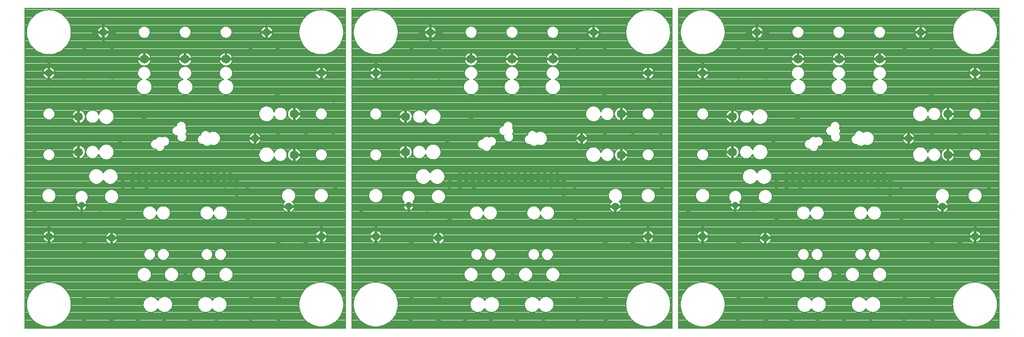
<source format=gbr>
G04 CAM350 V9.5.1 (Build 211) Date:  Fri Sep 21 11:09:19 2018 *
G04 Database: E:\9ÔÂ\9.21\PB18689\PB18689.cam *
G04 Layer 5: L3 *
%FSLAX33Y33*%
%MOMM*%
%SFA1.000B1.000*%

%MIA0B0*%
%IPPOS*%
%ADD10C,0.50000*%
%ADD11C,0.20000*%
%ADD13C,0.80000*%
%ADD14C,1.40000*%
%ADD17C,1.20000*%
%ADD71C,1.65000*%
%LNL3*%
%LPD*%
G54D13*
X36800Y27300D03*
X41950Y27450D03*
X46750Y27400D03*
X51550Y27350D03*
X56350Y27300D03*
X61150Y27250D03*
X67400Y27800D03*
X72600Y27650D03*
X36938Y31530D03*
X42018D03*
X55500Y32100D03*
X67450Y31750D03*
X72600Y31650D03*
X27900Y36650D03*
X36938Y36610D03*
X42018D03*
X55450Y35750D03*
X67418Y36610D03*
X72498D03*
X77578D03*
X82658D03*
X36938Y41690D03*
X72498D03*
X77578D03*
X27750Y47400D03*
X39800Y47850D03*
X44000Y46050D03*
Y49750D03*
X45750Y49700D03*
X66700Y49850D03*
X64850Y50050D03*
X66900Y46300D03*
X77578Y46770D03*
X82658D03*
X28100Y55200D03*
X36400Y55500D03*
X45750Y53050D03*
X43950Y52950D03*
X45800Y54200D03*
X43950Y51500D03*
X45800Y51600D03*
X48350Y51650D03*
X47000Y55400D03*
Y54200D03*
X48200Y53000D03*
Y54200D03*
Y55400D03*
X47000Y53000D03*
X51800Y55400D03*
X50600Y53000D03*
Y54200D03*
Y55400D03*
X49400Y53000D03*
Y54200D03*
Y55400D03*
X53000Y53000D03*
Y54200D03*
Y55400D03*
X51800Y53000D03*
Y54200D03*
X56600Y53000D03*
Y54200D03*
Y55400D03*
X57800Y53000D03*
Y54200D03*
Y55400D03*
X54200Y53000D03*
Y54200D03*
Y55400D03*
X55400D03*
Y54200D03*
Y53000D03*
X62600Y51450D03*
X60200Y55400D03*
X62600D03*
Y54200D03*
X59000Y53000D03*
Y54200D03*
Y55400D03*
X60200Y54200D03*
Y53000D03*
X61400Y55400D03*
Y54200D03*
Y53000D03*
X62600D03*
X63700Y54200D03*
Y53000D03*
X64850Y51450D03*
X66800Y51500D03*
X64850Y53000D03*
X72350Y54050D03*
X77850D03*
X82950Y51900D03*
X43450Y60150D03*
X48200Y56600D03*
X49400Y57900D03*
X53000Y56600D03*
X51800D03*
X50600D03*
X49400D03*
X55400D03*
X56600D03*
X57800D03*
X54200D03*
X60200D03*
X59000D03*
X61400D03*
X67850Y58450D03*
X82658Y56930D03*
X27850Y62350D03*
X38950Y61250D03*
X43650Y62650D03*
X47850Y64600D03*
X50050Y65300D03*
X53900Y65150D03*
X57600Y65100D03*
X62100Y65050D03*
X68000Y64000D03*
X72450Y62000D03*
X77550D03*
X82658Y62010D03*
X27750Y69800D03*
X72350Y69000D03*
X82658Y67090D03*
X36938Y72170D03*
X42018D03*
X51700Y72350D03*
X58850Y72750D03*
X67450D03*
X72400Y72800D03*
X36938Y77250D03*
X42018D03*
X67418D03*
X72400D03*
X36938Y82330D03*
X44350Y82350D03*
X52178Y82330D03*
X59050Y82350D03*
X67418Y82330D03*
X74600Y82250D03*
G54D14*
X41900Y42590D03*
X74400Y48400D03*
X68210Y60900D03*
X80400Y72900D03*
X70400Y80400D03*
X40400D03*
X30400Y72900D03*
Y42900D03*
X80400D03*
X41900Y42590D03*
X68210Y60900D03*
G54D17*
X36400Y48650D03*
Y48650D03*
G54D71*
X47900Y75440D03*
X35860Y64900D03*
X62900Y75440D03*
X75440Y65400D03*
X35860Y58400D03*
X75440Y57900D03*
X55400Y75440D03*
G54D13*
X96800Y27300D03*
X101950Y27450D03*
X106750Y27400D03*
X111550Y27350D03*
X116350Y27300D03*
X121150Y27250D03*
X127400Y27800D03*
X132600Y27650D03*
X96938Y31530D03*
X102018D03*
X115500Y32100D03*
X127450Y31750D03*
X132600Y31650D03*
X87900Y36650D03*
X96938Y36610D03*
X102018D03*
X115450Y35750D03*
X127418Y36610D03*
X132498D03*
X137578D03*
X142658D03*
X96938Y41690D03*
X132498D03*
X137578D03*
X87750Y47400D03*
X99800Y47850D03*
X104000Y46050D03*
Y49750D03*
X105750Y49700D03*
X126700Y49850D03*
X124850Y50050D03*
X126900Y46300D03*
X137578Y46770D03*
X142658D03*
X88100Y55200D03*
X96400Y55500D03*
X105750Y53050D03*
X103950Y52950D03*
X105800Y54200D03*
X103950Y51500D03*
X105800Y51600D03*
X108350Y51650D03*
X107000Y55400D03*
Y54200D03*
X108200Y53000D03*
Y54200D03*
Y55400D03*
X107000Y53000D03*
X111800Y55400D03*
X110600Y53000D03*
Y54200D03*
Y55400D03*
X109400Y53000D03*
Y54200D03*
Y55400D03*
X113000Y53000D03*
Y54200D03*
Y55400D03*
X111800Y53000D03*
Y54200D03*
X116600Y53000D03*
Y54200D03*
Y55400D03*
X117800Y53000D03*
Y54200D03*
Y55400D03*
X114200Y53000D03*
Y54200D03*
Y55400D03*
X115400D03*
Y54200D03*
Y53000D03*
X122600Y51450D03*
X120200Y55400D03*
X122600D03*
Y54200D03*
X119000Y53000D03*
Y54200D03*
Y55400D03*
X120200Y54200D03*
Y53000D03*
X121400Y55400D03*
Y54200D03*
Y53000D03*
X122600D03*
X123700Y54200D03*
Y53000D03*
X124850Y51450D03*
X126800Y51500D03*
X124850Y53000D03*
X132350Y54050D03*
X137850D03*
X142950Y51900D03*
X103450Y60150D03*
X108200Y56600D03*
X109400Y57900D03*
X113000Y56600D03*
X111800D03*
X110600D03*
X109400D03*
X115400D03*
X116600D03*
X117800D03*
X114200D03*
X120200D03*
X119000D03*
X121400D03*
X127850Y58450D03*
X142658Y56930D03*
X87850Y62350D03*
X98950Y61250D03*
X103650Y62650D03*
X107850Y64600D03*
X110050Y65300D03*
X113900Y65150D03*
X117600Y65100D03*
X122100Y65050D03*
X128000Y64000D03*
X132450Y62000D03*
X137550D03*
X142658Y62010D03*
X87750Y69800D03*
X132350Y69000D03*
X142658Y67090D03*
X96938Y72170D03*
X102018D03*
X111700Y72350D03*
X118850Y72750D03*
X127450D03*
X132400Y72800D03*
X96938Y77250D03*
X102018D03*
X127418D03*
X132400D03*
X96938Y82330D03*
X104350Y82350D03*
X112178Y82330D03*
X119050Y82350D03*
X127418Y82330D03*
X134600Y82250D03*
G54D14*
X101900Y42590D03*
X134400Y48400D03*
X128210Y60900D03*
X140400Y72900D03*
X130400Y80400D03*
X100400D03*
X90400Y72900D03*
Y42900D03*
X140400D03*
X101900Y42590D03*
X128210Y60900D03*
G54D17*
X96400Y48650D03*
Y48650D03*
G54D71*
X107900Y75440D03*
X95860Y64900D03*
X122900Y75440D03*
X135440Y65400D03*
X95860Y58400D03*
X135440Y57900D03*
X115400Y75440D03*
G54D13*
X156800Y27300D03*
X161950Y27450D03*
X166750Y27400D03*
X171550Y27350D03*
X176350Y27300D03*
X181150Y27250D03*
X187400Y27800D03*
X192600Y27650D03*
X156938Y31530D03*
X162018D03*
X175500Y32100D03*
X187450Y31750D03*
X192600Y31650D03*
X147900Y36650D03*
X156938Y36610D03*
X162018D03*
X175450Y35750D03*
X187418Y36610D03*
X192498D03*
X197578D03*
X202658D03*
X156938Y41690D03*
X192498D03*
X197578D03*
X147750Y47400D03*
X159800Y47850D03*
X164000Y46050D03*
Y49750D03*
X165750Y49700D03*
X186700Y49850D03*
X184850Y50050D03*
X186900Y46300D03*
X197578Y46770D03*
X202658D03*
X148100Y55200D03*
X156400Y55500D03*
X165750Y53050D03*
X163950Y52950D03*
X165800Y54200D03*
X163950Y51500D03*
X165800Y51600D03*
X168350Y51650D03*
X167000Y55400D03*
Y54200D03*
X168200Y53000D03*
Y54200D03*
Y55400D03*
X167000Y53000D03*
X171800Y55400D03*
X170600Y53000D03*
Y54200D03*
Y55400D03*
X169400Y53000D03*
Y54200D03*
Y55400D03*
X173000Y53000D03*
Y54200D03*
Y55400D03*
X171800Y53000D03*
Y54200D03*
X176600Y53000D03*
Y54200D03*
Y55400D03*
X177800Y53000D03*
Y54200D03*
Y55400D03*
X174200Y53000D03*
Y54200D03*
Y55400D03*
X175400D03*
Y54200D03*
Y53000D03*
X182600Y51450D03*
X180200Y55400D03*
X182600D03*
Y54200D03*
X179000Y53000D03*
Y54200D03*
Y55400D03*
X180200Y54200D03*
Y53000D03*
X181400Y55400D03*
Y54200D03*
Y53000D03*
X182600D03*
X183700Y54200D03*
Y53000D03*
X184850Y51450D03*
X186800Y51500D03*
X184850Y53000D03*
X192350Y54050D03*
X197850D03*
X202950Y51900D03*
X163450Y60150D03*
X168200Y56600D03*
X169400Y57900D03*
X173000Y56600D03*
X171800D03*
X170600D03*
X169400D03*
X175400D03*
X176600D03*
X177800D03*
X174200D03*
X180200D03*
X179000D03*
X181400D03*
X187850Y58450D03*
X202658Y56930D03*
X147850Y62350D03*
X158950Y61250D03*
X163650Y62650D03*
X167850Y64600D03*
X170050Y65300D03*
X173900Y65150D03*
X177600Y65100D03*
X182100Y65050D03*
X188000Y64000D03*
X192450Y62000D03*
X197550D03*
X202658Y62010D03*
X147750Y69800D03*
X192350Y69000D03*
X202658Y67090D03*
X156938Y72170D03*
X162018D03*
X171700Y72350D03*
X178850Y72750D03*
X187450D03*
X192400Y72800D03*
X156938Y77250D03*
X162018D03*
X187418D03*
X192400D03*
X156938Y82330D03*
X164350Y82350D03*
X172178Y82330D03*
X179050Y82350D03*
X187418Y82330D03*
X194600Y82250D03*
G54D14*
X161900Y42590D03*
X194400Y48400D03*
X188210Y60900D03*
X200400Y72900D03*
X190400Y80400D03*
X160400D03*
X150400Y72900D03*
Y42900D03*
X200400D03*
X161900Y42590D03*
X188210Y60900D03*
G54D17*
X156400Y48650D03*
Y48650D03*
G54D71*
X167900Y75440D03*
X155860Y64900D03*
X182900Y75440D03*
X195440Y65400D03*
X155860Y58400D03*
X195440Y57900D03*
X175400Y75440D03*
G54D10*
X30400Y40800D02*
G01Y42900D01*
X28400*
X30400Y44600D02*
G01Y42900D01*
X32700*
X78100D02*
G01X80400D01*
Y41050*
Y44900D02*
G01Y42900D01*
X82800*
X30400Y71200D02*
G01Y72900D01*
X28700*
X30400Y74900D02*
G01Y72900D01*
X32350*
X38500Y80400D02*
G01X40400D01*
Y78600*
Y82050D02*
G01Y80400D01*
X42500*
X41900Y41490D02*
G01Y41890D01*
X43000Y42590D02*
G01X42600D01*
X41900Y43690D02*
G01Y43290D01*
X40800Y42590D02*
G01X41200D01*
X71500Y80400D02*
G01X71100D01*
X70400Y81500D02*
G01Y81100D01*
X69300Y80400D02*
G01X69700D01*
X70400Y79300D02*
G01Y79700D01*
X81500Y72900D02*
G01X81100D01*
X80400Y74000D02*
G01Y73600D01*
X79300Y72900D02*
G01X79700D01*
X80400Y71800D02*
G01Y72200D01*
X67110Y60900D02*
G01X67510D01*
X68210Y59800D02*
G01Y60200D01*
X69310Y60900D02*
G01X68910D01*
X68210Y62000D02*
G01Y61600D01*
X74400Y47300D02*
G01Y47700D01*
X75500Y48400D02*
G01X75100D01*
X73300D02*
G01X73700D01*
X36400Y47650D02*
G01Y48050D01*
X37400Y48650D02*
G01X37000D01*
X35400D02*
G01X35800D01*
X49125Y75440D02*
G01X48725D01*
X47900Y76665D02*
G01Y76265D01*
X46675Y75440D02*
G01X47075D01*
X35860Y66125D02*
G01Y65725D01*
X34635Y64900D02*
G01X35035D01*
X35860Y63675D02*
G01Y64075D01*
X64125Y75440D02*
G01X63725D01*
X62900Y76665D02*
G01Y76265D01*
X61675Y75440D02*
G01X62075D01*
X75440Y64175D02*
G01Y64575D01*
X76665Y65400D02*
G01X76265D01*
X75440Y66625D02*
G01Y66225D01*
X35860Y59625D02*
G01Y59225D01*
X34635Y58400D02*
G01X35035D01*
X35860Y57175D02*
G01Y57575D01*
X75440Y56675D02*
G01Y57075D01*
X76665Y57900D02*
G01X76265D01*
X75440Y59125D02*
G01Y58725D01*
X56625Y75440D02*
G01X56225D01*
X55400Y76665D02*
G01Y76265D01*
X54175Y75440D02*
G01X54575D01*
G54D11*
X84799Y26000D02*
G01Y84799D01*
Y84799D02*
G01X26000D01*
Y84799D02*
G01Y26000D01*
X84799*
X26000Y84669D02*
G01X84799D01*
X80690Y84489D02*
G01X84799D01*
X81634Y84309D02*
G01X84799D01*
X82102Y84129D02*
G01X84799D01*
X82451Y83949D02*
G01X84799D01*
X82735Y83769D02*
G01X84799D01*
X82976Y83589D02*
G01X84799D01*
X83184Y83409D02*
G01X84799D01*
X83366Y83229D02*
G01X84799D01*
X83528Y83049D02*
G01X84799D01*
X83672Y82869D02*
G01X84799D01*
X83801Y82689D02*
G01X84799D01*
X83915Y82509D02*
G01X84799D01*
X84017Y82329D02*
G01X84799D01*
X84107Y82149D02*
G01X84799D01*
X84187Y81969D02*
G01X84799D01*
X84257Y81789D02*
G01X84799D01*
X84317Y81609D02*
G01X84799D01*
X84368Y81429D02*
G01X84799D01*
X84411Y81249D02*
G01X84799D01*
X84444Y81069D02*
G01X84799D01*
X84470Y80889D02*
G01X84799D01*
X84488Y80709D02*
G01X84799D01*
X84497Y80529D02*
G01X84799D01*
X84499Y80349D02*
G01X84799D01*
X84493Y80169D02*
G01X84799D01*
X84479Y79989D02*
G01X84799D01*
X84457Y79809D02*
G01X84799D01*
X84426Y79629D02*
G01X84799D01*
X84388Y79449D02*
G01X84799D01*
X84341Y79269D02*
G01X84799D01*
X84284Y79089D02*
G01X84799D01*
X84219Y78909D02*
G01X84799D01*
X84144Y78729D02*
G01X84799D01*
X84058Y78549D02*
G01X84799D01*
X83961Y78369D02*
G01X84799D01*
X83853Y78189D02*
G01X84799D01*
X83731Y78009D02*
G01X84799D01*
X83594Y77829D02*
G01X84799D01*
X83440Y77649D02*
G01X84799D01*
X83267Y77469D02*
G01X84799D01*
X83071Y77289D02*
G01X84799D01*
X82846Y77109D02*
G01X84799D01*
X82583Y76929D02*
G01X84799D01*
X82266Y76749D02*
G01X84799D01*
X81862Y76569D02*
G01X84799D01*
X81252Y76389D02*
G01X84799D01*
X63853Y76209D02*
G01X84799D01*
X63973Y76029D02*
G01X84799D01*
X64054Y75849D02*
G01X84799D01*
X64103Y75669D02*
G01X84799D01*
X64124Y75489D02*
G01X84799D01*
X64118Y75309D02*
G01X84799D01*
X64085Y75129D02*
G01X84799D01*
X64022Y74949D02*
G01X84799D01*
X63925Y74769D02*
G01X84799D01*
X63781Y74589D02*
G01X84799D01*
X63562Y74409D02*
G01X84799D01*
X63089Y74229D02*
G01X84799D01*
X63322Y74049D02*
G01X84799D01*
X80919Y73869D02*
G01X84799D01*
X81165Y73689D02*
G01X84799D01*
X81315Y73509D02*
G01X84799D01*
X81412Y73329D02*
G01X84799D01*
X81471Y73149D02*
G01X84799D01*
X81497Y72969D02*
G01X84799D01*
X81494Y72789D02*
G01X84799D01*
X81461Y72609D02*
G01X84799D01*
X81394Y72429D02*
G01X84799D01*
X81287Y72249D02*
G01X84799D01*
X81121Y72069D02*
G01X84799D01*
X80835Y71889D02*
G01X84799D01*
X63357Y71709D02*
G01X84799D01*
X63713Y71529D02*
G01X84799D01*
X63925Y71349D02*
G01X84799D01*
X64072Y71169D02*
G01X84799D01*
X64178Y70989D02*
G01X84799D01*
X64252Y70809D02*
G01X84799D01*
X64299Y70629D02*
G01X84799D01*
X64322Y70449D02*
G01X84799D01*
X64322Y70269D02*
G01X84799D01*
X64299Y70089D02*
G01X84799D01*
X64251Y69909D02*
G01X84799D01*
X64178Y69729D02*
G01X84799D01*
X64072Y69549D02*
G01X84799D01*
X63924Y69369D02*
G01X84799D01*
X63712Y69189D02*
G01X84799D01*
X63355Y69009D02*
G01X84799D01*
X26000Y68829D02*
G01X84799D01*
X26000Y68649D02*
G01X84799D01*
X26000Y68469D02*
G01X84799D01*
X26000Y68289D02*
G01X84799D01*
X26000Y68109D02*
G01X84799D01*
X26000Y67929D02*
G01X84799D01*
X26000Y67749D02*
G01X84799D01*
X26000Y67569D02*
G01X84799D01*
X26000Y67389D02*
G01X84799D01*
X26000Y67209D02*
G01X84799D01*
X26000Y67029D02*
G01X84799D01*
X26000Y66849D02*
G01X84799D01*
X71006Y66669D02*
G01X84799D01*
X80550Y66489D02*
G01X84799D01*
X81018Y66309D02*
G01X84799D01*
X81223Y66129D02*
G01X84799D01*
X81352Y65949D02*
G01X84799D01*
X81436Y65769D02*
G01X84799D01*
X81483Y65589D02*
G01X84799D01*
X81499Y65409D02*
G01X84799D01*
X81486Y65229D02*
G01X84799D01*
X81442Y65049D02*
G01X84799D01*
X81363Y64869D02*
G01X84799D01*
X81239Y64689D02*
G01X84799D01*
X81046Y64509D02*
G01X84799D01*
X80653Y64329D02*
G01X84799D01*
X71043Y64149D02*
G01X84799D01*
X55071Y63969D02*
G01X84799D01*
X55333Y63789D02*
G01X84799D01*
X55473Y63609D02*
G01X84799D01*
X55555Y63429D02*
G01X84799D01*
X55594Y63249D02*
G01X84799D01*
X55596Y63069D02*
G01X84799D01*
X55561Y62889D02*
G01X84799D01*
X55573Y62709D02*
G01X84799D01*
X55655Y62529D02*
G01X84799D01*
X59174Y62349D02*
G01X84799D01*
X60869Y62169D02*
G01X84799D01*
X68360Y61989D02*
G01X84799D01*
X68828Y61809D02*
G01X84799D01*
X69033Y61629D02*
G01X84799D01*
X69162Y61449D02*
G01X84799D01*
X69246Y61269D02*
G01X84799D01*
X69293Y61089D02*
G01X84799D01*
X69309Y60909D02*
G01X84799D01*
X69296Y60729D02*
G01X84799D01*
X69252Y60549D02*
G01X84799D01*
X69173Y60369D02*
G01X84799D01*
X69049Y60189D02*
G01X84799D01*
X68856Y60009D02*
G01X84799D01*
X68463Y59829D02*
G01X84799D01*
X60945Y59649D02*
G01X84799D01*
X59587Y59469D02*
G01X84799D01*
X70675Y59289D02*
G01X84799D01*
X75633Y59109D02*
G01X84799D01*
X80787Y58929D02*
G01X84799D01*
X81098Y58749D02*
G01X84799D01*
X81272Y58569D02*
G01X84799D01*
X81385Y58389D02*
G01X84799D01*
X81455Y58209D02*
G01X84799D01*
X81492Y58029D02*
G01X84799D01*
X81498Y57849D02*
G01X84799D01*
X81475Y57669D02*
G01X84799D01*
X81420Y57489D02*
G01X84799D01*
X81328Y57309D02*
G01X84799D01*
X81185Y57129D02*
G01X84799D01*
X80953Y56949D02*
G01X84799D01*
X75912Y56769D02*
G01X84799D01*
X70920Y56589D02*
G01X84799D01*
X26000Y56409D02*
G01X84799D01*
X26000Y56229D02*
G01X84799D01*
X26000Y56049D02*
G01X84799D01*
X26000Y55869D02*
G01X84799D01*
X26000Y55689D02*
G01X84799D01*
X26000Y55509D02*
G01X84799D01*
X26000Y55329D02*
G01X84799D01*
X42354Y55149D02*
G01X84799D01*
X42611Y54969D02*
G01X84799D01*
X42783Y54789D02*
G01X84799D01*
X42905Y54609D02*
G01X84799D01*
X42992Y54429D02*
G01X84799D01*
X43051Y54249D02*
G01X84799D01*
X43084Y54069D02*
G01X84799D01*
X43094Y53889D02*
G01X84799D01*
X43082Y53709D02*
G01X84799D01*
X43046Y53529D02*
G01X84799D01*
X42984Y53349D02*
G01X84799D01*
X42893Y53169D02*
G01X84799D01*
X42766Y52989D02*
G01X84799D01*
X42587Y52809D02*
G01X84799D01*
X42315Y52629D02*
G01X84799D01*
X26000Y52449D02*
G01X84799D01*
X26000Y52269D02*
G01X84799D01*
X26000Y52089D02*
G01X84799D01*
X26000Y51909D02*
G01X84799D01*
X26000Y51729D02*
G01X84799D01*
X81006Y51549D02*
G01X84799D01*
X81265Y51369D02*
G01X84799D01*
X81432Y51189D02*
G01X84799D01*
X81548Y51009D02*
G01X84799D01*
X81626Y50829D02*
G01X84799D01*
X81675Y50649D02*
G01X84799D01*
X81698Y50469D02*
G01X84799D01*
X81695Y50289D02*
G01X84799D01*
X81667Y50109D02*
G01X84799D01*
X81611Y49929D02*
G01X84799D01*
X81525Y49749D02*
G01X84799D01*
X81400Y49569D02*
G01X84799D01*
X81218Y49389D02*
G01X84799D01*
X80922Y49209D02*
G01X84799D01*
X75301Y49029D02*
G01X84799D01*
X75403Y48849D02*
G01X84799D01*
X75466Y48669D02*
G01X84799D01*
X75496Y48489D02*
G01X84799D01*
X75496Y48309D02*
G01X84799D01*
X75466Y48129D02*
G01X84799D01*
X75403Y47949D02*
G01X84799D01*
X75301Y47769D02*
G01X84799D01*
X75143Y47589D02*
G01X84799D01*
X74878Y47409D02*
G01X84799D01*
X63199Y47229D02*
G01X84799D01*
X63190Y47049D02*
G01X84799D01*
X63154Y46869D02*
G01X84799D01*
X63091Y46689D02*
G01X84799D01*
X62995Y46509D02*
G01X84799D01*
X62856Y46329D02*
G01X84799D01*
X62652Y46149D02*
G01X84799D01*
X62289Y45969D02*
G01X84799D01*
X26000Y45789D02*
G01X84799D01*
X26000Y45609D02*
G01X84799D01*
X26000Y45429D02*
G01X84799D01*
X26000Y45249D02*
G01X84799D01*
X26000Y45069D02*
G01X84799D01*
X26000Y44889D02*
G01X84799D01*
X26000Y44709D02*
G01X84799D01*
X26000Y44529D02*
G01X84799D01*
X26000Y44349D02*
G01X84799D01*
X26000Y44169D02*
G01X84799D01*
X80550Y43989D02*
G01X84799D01*
X81018Y43809D02*
G01X84799D01*
X81223Y43629D02*
G01X84799D01*
X81352Y43449D02*
G01X84799D01*
X81436Y43269D02*
G01X84799D01*
X81483Y43089D02*
G01X84799D01*
X81499Y42909D02*
G01X84799D01*
X81486Y42729D02*
G01X84799D01*
X81442Y42549D02*
G01X84799D01*
X81363Y42369D02*
G01X84799D01*
X81239Y42189D02*
G01X84799D01*
X81046Y42009D02*
G01X84799D01*
X80653Y41829D02*
G01X84799D01*
X42470Y41649D02*
G01X84799D01*
X26000Y41469D02*
G01X84799D01*
X26000Y41289D02*
G01X84799D01*
X26000Y41109D02*
G01X84799D01*
X26000Y40929D02*
G01X84799D01*
X26000Y40749D02*
G01X84799D01*
X62400Y40569D02*
G01X84799D01*
X62655Y40389D02*
G01X84799D01*
X62808Y40209D02*
G01X84799D01*
X62908Y40029D02*
G01X84799D01*
X62968Y39849D02*
G01X84799D01*
X62997Y39669D02*
G01X84799D01*
X62995Y39489D02*
G01X84799D01*
X62963Y39309D02*
G01X84799D01*
X62899Y39129D02*
G01X84799D01*
X62794Y38949D02*
G01X84799D01*
X62632Y38769D02*
G01X84799D01*
X62357Y38589D02*
G01X84799D01*
X26000Y38409D02*
G01X84799D01*
X26000Y38229D02*
G01X84799D01*
X26000Y38049D02*
G01X84799D01*
X26000Y37869D02*
G01X84799D01*
X26000Y37689D02*
G01X84799D01*
X26000Y37509D02*
G01X84799D01*
X26000Y37329D02*
G01X84799D01*
X63258Y37149D02*
G01X84799D01*
X63638Y36969D02*
G01X84799D01*
X63847Y36789D02*
G01X84799D01*
X63989Y36609D02*
G01X84799D01*
X64087Y36429D02*
G01X84799D01*
X64152Y36249D02*
G01X84799D01*
X64188Y36069D02*
G01X84799D01*
X64199Y35889D02*
G01X84799D01*
X64186Y35709D02*
G01X84799D01*
X64146Y35529D02*
G01X84799D01*
X64077Y35349D02*
G01X84799D01*
X63975Y35169D02*
G01X84799D01*
X63828Y34989D02*
G01X84799D01*
X63607Y34809D02*
G01X84799D01*
X63176Y34629D02*
G01X84799D01*
X81040Y34449D02*
G01X84799D01*
X81754Y34269D02*
G01X84799D01*
X82187Y34089D02*
G01X84799D01*
X82519Y33909D02*
G01X84799D01*
X82792Y33729D02*
G01X84799D01*
X83024Y33549D02*
G01X84799D01*
X83226Y33369D02*
G01X84799D01*
X83404Y33189D02*
G01X84799D01*
X83562Y33009D02*
G01X84799D01*
X83702Y32829D02*
G01X84799D01*
X83827Y32649D02*
G01X84799D01*
X83939Y32469D02*
G01X84799D01*
X84038Y32289D02*
G01X84799D01*
X84126Y32109D02*
G01X84799D01*
X84203Y31929D02*
G01X84799D01*
X84271Y31749D02*
G01X84799D01*
X84329Y31569D02*
G01X84799D01*
X84378Y31389D02*
G01X84799D01*
X84419Y31209D02*
G01X84799D01*
X84451Y31029D02*
G01X84799D01*
X84475Y30849D02*
G01X84799D01*
X84491Y30669D02*
G01X84799D01*
X84499Y30489D02*
G01X84799D01*
X84499Y30309D02*
G01X84799D01*
X84491Y30129D02*
G01X84799D01*
X84475Y29949D02*
G01X84799D01*
X84451Y29769D02*
G01X84799D01*
X84419Y29589D02*
G01X84799D01*
X84378Y29409D02*
G01X84799D01*
X84329Y29229D02*
G01X84799D01*
X84271Y29049D02*
G01X84799D01*
X84203Y28869D02*
G01X84799D01*
X84126Y28689D02*
G01X84799D01*
X84038Y28509D02*
G01X84799D01*
X83938Y28329D02*
G01X84799D01*
X83827Y28149D02*
G01X84799D01*
X83702Y27969D02*
G01X84799D01*
X83561Y27789D02*
G01X84799D01*
X83404Y27609D02*
G01X84799D01*
X83226Y27429D02*
G01X84799D01*
X83024Y27249D02*
G01X84799D01*
X82791Y27069D02*
G01X84799D01*
X82518Y26889D02*
G01X84799D01*
X82186Y26709D02*
G01X84799D01*
X81752Y26529D02*
G01X84799D01*
X81036Y26349D02*
G01X84799D01*
X26000Y26169D02*
G01X84799D01*
X75999Y66489D02*
G01X80249D01*
X30550Y43989D02*
G01X80249D01*
X76035Y64329D02*
G01X80146D01*
X42694Y41829D02*
G01X80146D01*
X30690Y84489D02*
G01X80109D01*
X76103Y58929D02*
G01X80012D01*
X63592Y71889D02*
G01X79964D01*
X63648Y73869D02*
G01X79880D01*
X75144Y49209D02*
G01X79877D01*
X76212Y56949D02*
G01X79846D01*
X75006Y51549D02*
G01X79793D01*
X76260Y66309D02*
G01X79781D01*
X31018Y43809D02*
G01X79781D01*
X31036Y26349D02*
G01X79763D01*
X31040Y34449D02*
G01X79759D01*
X76281Y64509D02*
G01X79754D01*
X42834Y42009D02*
G01X79754D01*
X76322Y58749D02*
G01X79701D01*
X63800Y72069D02*
G01X79678D01*
X63836Y73689D02*
G01X79634D01*
X76392Y57129D02*
G01X79614D01*
X75218Y49389D02*
G01X79581D01*
X76423Y66129D02*
G01X79576D01*
X42259Y43629D02*
G01X79576D01*
X76438Y64689D02*
G01X79560D01*
X42924Y42189D02*
G01X79560D01*
X63673Y76389D02*
G01X79547D01*
X75265Y51369D02*
G01X79534D01*
X76465Y58569D02*
G01X79527D01*
X63938Y72249D02*
G01X79512D01*
X63962Y73509D02*
G01X79484D01*
X76513Y57309D02*
G01X79471D01*
X76534Y65949D02*
G01X79447D01*
X42586Y43449D02*
G01X79447D01*
X76544Y64869D02*
G01X79436D01*
X42977Y42369D02*
G01X79436D01*
X76562Y58389D02*
G01X79414D01*
X64031Y72429D02*
G01X79405D01*
X75400Y49569D02*
G01X79399D01*
X64047Y73329D02*
G01X79387D01*
X76594Y57489D02*
G01X79379D01*
X75432Y51189D02*
G01X79367D01*
X76607Y65769D02*
G01X79363D01*
X42764Y43269D02*
G01X79363D01*
X76613Y65049D02*
G01X79357D01*
X42999Y42549D02*
G01X79357D01*
X76625Y58209D02*
G01X79344D01*
X64090Y72609D02*
G01X79339D01*
X64099Y73149D02*
G01X79328D01*
X76643Y57669D02*
G01X79324D01*
X76650Y65589D02*
G01X79316D01*
X42879Y43089D02*
G01X79316D01*
X76653Y65229D02*
G01X79313D01*
X42991Y42729D02*
G01X79313D01*
X76658Y58029D02*
G01X79307D01*
X64120Y72789D02*
G01X79305D01*
X64123Y72969D02*
G01X79302D01*
X76663Y57849D02*
G01X79301D01*
X76664Y65409D02*
G01X79300D01*
X42952Y42909D02*
G01X79300D01*
X75525Y49749D02*
G01X79274D01*
X75548Y51009D02*
G01X79251D01*
X75611Y49929D02*
G01X79188D01*
X75626Y50829D02*
G01X79173D01*
X31634Y84309D02*
G01X79165D01*
X75667Y50109D02*
G01X79132D01*
X75675Y50649D02*
G01X79124D01*
X75695Y50289D02*
G01X79104D01*
X75698Y50469D02*
G01X79101D01*
X31752Y26529D02*
G01X79047D01*
X31754Y34269D02*
G01X79045D01*
X63373Y76569D02*
G01X78937D01*
X32102Y84129D02*
G01X78697D01*
X32186Y26709D02*
G01X78613D01*
X32187Y34089D02*
G01X78612D01*
X32266Y76749D02*
G01X78533D01*
X32451Y83949D02*
G01X78348D01*
X32518Y26889D02*
G01X78281D01*
X32519Y33909D02*
G01X78280D01*
X32583Y76929D02*
G01X78216D01*
X32735Y83769D02*
G01X78064D01*
X32791Y27069D02*
G01X78008D01*
X32792Y33729D02*
G01X78007D01*
X32846Y77109D02*
G01X77953D01*
X32976Y83589D02*
G01X77823D01*
X33024Y27249D02*
G01X77775D01*
X33024Y33549D02*
G01X77775D01*
X33071Y77289D02*
G01X77728D01*
X33184Y83409D02*
G01X77615D01*
X33226Y27429D02*
G01X77573D01*
X33226Y33369D02*
G01X77573D01*
X33267Y77469D02*
G01X77532D01*
X33366Y83229D02*
G01X77433D01*
X33404Y27609D02*
G01X77395D01*
X33404Y33189D02*
G01X77395D01*
X33440Y77649D02*
G01X77359D01*
X33528Y83049D02*
G01X77271D01*
X33561Y27789D02*
G01X77238D01*
X33562Y33009D02*
G01X77237D01*
X33594Y77829D02*
G01X77205D01*
X33672Y82869D02*
G01X77127D01*
X33702Y27969D02*
G01X77097D01*
X33702Y32829D02*
G01X77097D01*
X33731Y78009D02*
G01X77068D01*
X33801Y82689D02*
G01X76998D01*
X33827Y28149D02*
G01X76972D01*
X33827Y32649D02*
G01X76972D01*
X33853Y78189D02*
G01X76946D01*
X33915Y82509D02*
G01X76884D01*
X33938Y28329D02*
G01X76861D01*
X33939Y32469D02*
G01X76860D01*
X33961Y78369D02*
G01X76838D01*
X34017Y82329D02*
G01X76782D01*
X34038Y28509D02*
G01X76761D01*
X34038Y32289D02*
G01X76761D01*
X34058Y78549D02*
G01X76741D01*
X34107Y82149D02*
G01X76692D01*
X34126Y28689D02*
G01X76673D01*
X34126Y32109D02*
G01X76673D01*
X34144Y78729D02*
G01X76655D01*
X34187Y81969D02*
G01X76612D01*
X34203Y28869D02*
G01X76596D01*
X34203Y31929D02*
G01X76596D01*
X34219Y78909D02*
G01X76580D01*
X34257Y81789D02*
G01X76542D01*
X62178Y29049D02*
G01X76528D01*
X62180Y31749D02*
G01X76528D01*
X34284Y79089D02*
G01X76515D01*
X34317Y81609D02*
G01X76482D01*
X62506Y29229D02*
G01X76470D01*
X62506Y31569D02*
G01X76470D01*
X34341Y79269D02*
G01X76458D01*
X70787Y81429D02*
G01X76431D01*
X62709Y29409D02*
G01X76421D01*
X62709Y31389D02*
G01X76421D01*
X70953Y79449D02*
G01X76411D01*
X71098Y81249D02*
G01X76389D01*
X62852Y29589D02*
G01X76380D01*
X62852Y31209D02*
G01X76380D01*
X71185Y79629D02*
G01X76373D01*
X71272Y81069D02*
G01X76355D01*
X62955Y29769D02*
G01X76348D01*
X62956Y31029D02*
G01X76348D01*
X71328Y79809D02*
G01X76342D01*
X71385Y80889D02*
G01X76329D01*
X63028Y29949D02*
G01X76324D01*
X63028Y30849D02*
G01X76324D01*
X71420Y79989D02*
G01X76320D01*
X71455Y80709D02*
G01X76311D01*
X63074Y30129D02*
G01X76308D01*
X63074Y30669D02*
G01X76308D01*
X71475Y80169D02*
G01X76306D01*
X71492Y80529D02*
G01X76302D01*
X63097Y30309D02*
G01X76300D01*
X63097Y30489D02*
G01X76300D01*
X71498Y80349D02*
G01X76300D01*
X73093Y59109D02*
G01X75246D01*
X73372Y56769D02*
G01X74967D01*
X73459Y66489D02*
G01X74880D01*
X73495Y64329D02*
G01X74844D01*
X73563Y58929D02*
G01X74776D01*
X73672Y56949D02*
G01X74667D01*
X73720Y66309D02*
G01X74619D01*
X73741Y64509D02*
G01X74598D01*
X73782Y58749D02*
G01X74557D01*
X73852Y57129D02*
G01X74487D01*
X73883Y66129D02*
G01X74456D01*
X73898Y64689D02*
G01X74441D01*
X73925Y58569D02*
G01X74414D01*
X73973Y57309D02*
G01X74366D01*
X73994Y65949D02*
G01X74345D01*
X74004Y64869D02*
G01X74335D01*
X74022Y58389D02*
G01X74317D01*
X74054Y57489D02*
G01X74285D01*
X74067Y65769D02*
G01X74272D01*
X74073Y65049D02*
G01X74266D01*
X74085Y58209D02*
G01X74254D01*
X74103Y57669D02*
G01X74236D01*
X74110Y65589D02*
G01X74229D01*
X74113Y65229D02*
G01X74226D01*
X74118Y58029D02*
G01X74221D01*
X74123Y57849D02*
G01X74216D01*
X74124Y65409D02*
G01X74215D01*
X63184Y47409D02*
G01X73921D01*
X31006Y51549D02*
G01X73793D01*
X63143Y47589D02*
G01X73656D01*
X42730Y49209D02*
G01X73655D01*
X42908Y49389D02*
G01X73581D01*
X42487Y51369D02*
G01X73534D01*
X63073Y47769D02*
G01X73498D01*
X42444Y49029D02*
G01X73498D01*
X43031Y49569D02*
G01X73399D01*
X62969Y47949D02*
G01X73396D01*
X37379Y48849D02*
G01X73396D01*
X42754Y51189D02*
G01X73367D01*
X62818Y48129D02*
G01X73333D01*
X37399Y48669D02*
G01X73333D01*
X62593Y48309D02*
G01X73303D01*
X62129Y48489D02*
G01X73303D01*
X43115Y49749D02*
G01X73274D01*
X42924Y51009D02*
G01X73251D01*
X43169Y49929D02*
G01X73188D01*
X43042Y50829D02*
G01X73173D01*
X43196Y50109D02*
G01X73132D01*
X43123Y50649D02*
G01X73124D01*
X43197Y50289D02*
G01X73104D01*
X43173Y50469D02*
G01X73101D01*
X71113Y59109D02*
G01X72706D01*
X71227Y56769D02*
G01X72427D01*
X71278Y66489D02*
G01X72340D01*
X71300Y64329D02*
G01X72304D01*
X71345Y58929D02*
G01X72236D01*
X71421Y56949D02*
G01X72127D01*
X71456Y66309D02*
G01X72079D01*
X71472Y64509D02*
G01X72058D01*
X71503Y58749D02*
G01X72017D01*
X71558Y57129D02*
G01X71947D01*
X71584Y66129D02*
G01X71916D01*
X71595Y64689D02*
G01X71901D01*
X71617Y58569D02*
G01X71874D01*
X71656Y57309D02*
G01X71826D01*
X71674Y65949D02*
G01X71805D01*
X71682Y64869D02*
G01X71795D01*
X71698Y58389D02*
G01X71777D01*
X71724Y57489D02*
G01X71745D01*
X51643Y59289D02*
G01X70044D01*
X63287Y81429D02*
G01X70012D01*
X63453Y79449D02*
G01X69846D01*
X26000Y56589D02*
G01X69799D01*
X26000Y66669D02*
G01X69713D01*
X63598Y81249D02*
G01X69701D01*
X42151Y64149D02*
G01X69676D01*
X63685Y79629D02*
G01X69614D01*
X51601Y59109D02*
G01X69606D01*
X63772Y81069D02*
G01X69527D01*
X26000Y56769D02*
G01X69492D01*
X63828Y79809D02*
G01X69471D01*
X30550Y66489D02*
G01X69441D01*
X42245Y64329D02*
G01X69419D01*
X63885Y80889D02*
G01X69414D01*
X63920Y79989D02*
G01X69379D01*
X51517Y58929D02*
G01X69374D01*
X63955Y80709D02*
G01X69344D01*
X63975Y80169D02*
G01X69324D01*
X63992Y80529D02*
G01X69307D01*
X63998Y80349D02*
G01X69301D01*
X30953Y56949D02*
G01X69298D01*
X41148Y66309D02*
G01X69263D01*
X42310Y64509D02*
G01X69247D01*
X51372Y58749D02*
G01X69216D01*
X41585Y57129D02*
G01X69161D01*
X41660Y66129D02*
G01X69135D01*
X42349Y64689D02*
G01X69124D01*
X51097Y58569D02*
G01X69102D01*
X41857Y57309D02*
G01X69063D01*
X41903Y65949D02*
G01X69045D01*
X42364Y64869D02*
G01X69037D01*
X42364Y58389D02*
G01X69021D01*
X42036Y57489D02*
G01X68995D01*
X42068Y65769D02*
G01X68983D01*
X42357Y65049D02*
G01X68978D01*
X42352Y58209D02*
G01X68969D01*
X42163Y57669D02*
G01X68953D01*
X42187Y65589D02*
G01X68947D01*
X42326Y65229D02*
G01X68945D01*
X42316Y58029D02*
G01X68940D01*
X42254Y57849D02*
G01X68935D01*
X42270Y65409D02*
G01X68935D01*
X61298Y61989D02*
G01X68059D01*
X61327Y59829D02*
G01X67956D01*
X61518Y61809D02*
G01X67591D01*
X61537Y60009D02*
G01X67564D01*
X61665Y61629D02*
G01X67386D01*
X61678Y60189D02*
G01X67370D01*
X61768Y61449D02*
G01X67257D01*
X61776Y60369D02*
G01X67246D01*
X61836Y61269D02*
G01X67173D01*
X61841Y60549D02*
G01X67167D01*
X61876Y61089D02*
G01X67126D01*
X61878Y60729D02*
G01X67123D01*
X61889Y60909D02*
G01X67110D01*
X55589Y74229D02*
G01X62710D01*
X58176Y34629D02*
G01X62623D01*
X58258Y37149D02*
G01X62541D01*
X55787Y81429D02*
G01X62512D01*
X55822Y74049D02*
G01X62477D01*
X55855Y69009D02*
G01X62444D01*
X55857Y71709D02*
G01X62442D01*
X55873Y76569D02*
G01X62426D01*
X55953Y79449D02*
G01X62346D01*
X56062Y74409D02*
G01X62237D01*
X56092Y71889D02*
G01X62207D01*
X56098Y81249D02*
G01X62201D01*
X58607Y34809D02*
G01X62192D01*
X58638Y36969D02*
G01X62161D01*
X56148Y73869D02*
G01X62151D01*
X56173Y76389D02*
G01X62126D01*
X56185Y79629D02*
G01X62114D01*
X56212Y69189D02*
G01X62087D01*
X56213Y71529D02*
G01X62086D01*
X56272Y81069D02*
G01X62027D01*
X56281Y74589D02*
G01X62018D01*
X56300Y72069D02*
G01X61999D01*
X58828Y34989D02*
G01X61971D01*
X56328Y79809D02*
G01X61971D01*
X56336Y73689D02*
G01X61963D01*
X58847Y36789D02*
G01X61952D01*
X56353Y76209D02*
G01X61946D01*
X56385Y80889D02*
G01X61914D01*
X56420Y79989D02*
G01X61879D01*
X56424Y69369D02*
G01X61875D01*
X56425Y71349D02*
G01X61874D01*
X56425Y74769D02*
G01X61874D01*
X56438Y72249D02*
G01X61861D01*
X56455Y80709D02*
G01X61844D01*
X56462Y73509D02*
G01X61837D01*
X56473Y76029D02*
G01X61826D01*
X58975Y35169D02*
G01X61824D01*
X56475Y80169D02*
G01X61824D01*
X58989Y36609D02*
G01X61810D01*
X56492Y80529D02*
G01X61807D01*
X56498Y80349D02*
G01X61801D01*
X56522Y74949D02*
G01X61777D01*
X56531Y72429D02*
G01X61768D01*
X56547Y73329D02*
G01X61752D01*
X56554Y75849D02*
G01X61745D01*
X56572Y69549D02*
G01X61727D01*
X56572Y71169D02*
G01X61727D01*
X59077Y35349D02*
G01X61722D01*
X56585Y75129D02*
G01X61714D01*
X59087Y36429D02*
G01X61712D01*
X56590Y72609D02*
G01X61709D01*
X56599Y73149D02*
G01X61700D01*
X56603Y75669D02*
G01X61696D01*
X56618Y75309D02*
G01X61681D01*
X56620Y72789D02*
G01X61679D01*
X56623Y72969D02*
G01X61676D01*
X56624Y75489D02*
G01X61676D01*
X51629Y48489D02*
G01X61670D01*
X59146Y35529D02*
G01X61653D01*
X59152Y36249D02*
G01X61647D01*
X56678Y69729D02*
G01X61621D01*
X56678Y70989D02*
G01X61621D01*
X59186Y35709D02*
G01X61614D01*
X59188Y36069D02*
G01X61611D01*
X59199Y35889D02*
G01X61600D01*
X56751Y69909D02*
G01X61548D01*
X56752Y70809D02*
G01X61547D01*
X59695Y45969D02*
G01X61510D01*
X56799Y70089D02*
G01X61500D01*
X56799Y70629D02*
G01X61500D01*
X56822Y70269D02*
G01X61477D01*
X56822Y70449D02*
G01X61477D01*
X59793Y38589D02*
G01X61442D01*
X59842Y40569D02*
G01X61399D01*
X60045Y48309D02*
G01X61206D01*
X60094Y38769D02*
G01X61167D01*
X60108Y46149D02*
G01X61147D01*
X60118Y40389D02*
G01X61144D01*
X59678Y29049D02*
G01X61121D01*
X59680Y31749D02*
G01X61119D01*
X60263Y38949D02*
G01X61005D01*
X60278Y40209D02*
G01X60991D01*
X60283Y48129D02*
G01X60981D01*
X60322Y46329D02*
G01X60943D01*
X60371Y39129D02*
G01X60900D01*
X60380Y40029D02*
G01X60891D01*
X60437Y39309D02*
G01X60836D01*
X60443Y39849D02*
G01X60831D01*
X60438Y47949D02*
G01X60830D01*
X60465Y46509D02*
G01X60804D01*
X60470Y39489D02*
G01X60804D01*
X60472Y39669D02*
G01X60802D01*
X60006Y29229D02*
G01X60793D01*
X60006Y31569D02*
G01X60793D01*
X60545Y47769D02*
G01X60726D01*
X60564Y46689D02*
G01X60708D01*
X60617Y47589D02*
G01X60656D01*
X60628Y46869D02*
G01X60645D01*
X60209Y29409D02*
G01X60590D01*
X60209Y31389D02*
G01X60590D01*
X60352Y29589D02*
G01X60447D01*
X60352Y31209D02*
G01X60447D01*
X59690Y62169D02*
G01X60310D01*
X59965Y59649D02*
G01X60234D01*
X59870Y61989D02*
G01X59881D01*
X51837Y59469D02*
G01X59212D01*
X55694Y62349D02*
G01X59125D01*
X51789Y45969D02*
G01X59104D01*
X51857Y38589D02*
G01X59006D01*
X51900Y40569D02*
G01X58957D01*
X52215Y59649D02*
G01X58834D01*
X52093Y48309D02*
G01X58754D01*
X52132Y38769D02*
G01X58705D01*
X52152Y46149D02*
G01X58691D01*
X52155Y40389D02*
G01X58681D01*
X52178Y29049D02*
G01X58621D01*
X52180Y31749D02*
G01X58619D01*
X55696Y62169D02*
G01X58609D01*
X52294Y38949D02*
G01X58536D01*
X52308Y40209D02*
G01X58521D01*
X52318Y48129D02*
G01X58516D01*
X52356Y46329D02*
G01X58477D01*
X55661Y61989D02*
G01X58429D01*
X52399Y39129D02*
G01X58428D01*
X52408Y40029D02*
G01X58419D01*
X52463Y39309D02*
G01X58362D01*
X52469Y47949D02*
G01X58361D01*
X52468Y39849D02*
G01X58356D01*
X52495Y46509D02*
G01X58334D01*
X52495Y39489D02*
G01X58329D01*
X52497Y39669D02*
G01X58327D01*
X55584Y61809D02*
G01X58324D01*
X52384Y59829D02*
G01X58320D01*
X52506Y29229D02*
G01X58293D01*
X52506Y31569D02*
G01X58293D01*
X55561Y61629D02*
G01X58268D01*
X52573Y47769D02*
G01X58254D01*
X52591Y46689D02*
G01X58236D01*
X52643Y47589D02*
G01X58182D01*
X52654Y46869D02*
G01X58171D01*
X52684Y47409D02*
G01X58140D01*
X52690Y47049D02*
G01X58135D01*
X52699Y47229D02*
G01X58125D01*
X52709Y29409D02*
G01X58090D01*
X52709Y31389D02*
G01X58090D01*
X55648Y61449D02*
G01X58051D01*
X52483Y60009D02*
G01X57972D01*
X52852Y29589D02*
G01X57947D01*
X52852Y31209D02*
G01X57947D01*
X55692Y61269D02*
G01X57853D01*
X52955Y29769D02*
G01X57844D01*
X52956Y31029D02*
G01X57843D01*
X52535Y60189D02*
G01X57808D01*
X53028Y29949D02*
G01X57771D01*
X53028Y30849D02*
G01X57771D01*
X55697Y61089D02*
G01X57738D01*
X53074Y30129D02*
G01X57725D01*
X53074Y30669D02*
G01X57725D01*
X55248Y60369D02*
G01X57712D01*
X53097Y30309D02*
G01X57702D01*
X53097Y30489D02*
G01X57702D01*
X55667Y60909D02*
G01X57674D01*
X55470Y60549D02*
G01X57662D01*
X55595Y60729D02*
G01X57650D01*
X53176Y34629D02*
G01X57623D01*
X53258Y37149D02*
G01X57541D01*
X53607Y34809D02*
G01X57192D01*
X53638Y36969D02*
G01X57161D01*
X53828Y34989D02*
G01X56971D01*
X53847Y36789D02*
G01X56952D01*
X53975Y35169D02*
G01X56824D01*
X53989Y36609D02*
G01X56810D01*
X54077Y35349D02*
G01X56722D01*
X54087Y36429D02*
G01X56712D01*
X54146Y35529D02*
G01X56653D01*
X54152Y36249D02*
G01X56647D01*
X54186Y35709D02*
G01X56614D01*
X54188Y36069D02*
G01X56611D01*
X54199Y35889D02*
G01X56600D01*
X48089Y74229D02*
G01X55210D01*
X48287Y81429D02*
G01X55012D01*
X48322Y74049D02*
G01X54977D01*
X48355Y69009D02*
G01X54944D01*
X48357Y71709D02*
G01X54942D01*
X48373Y76569D02*
G01X54926D01*
X48453Y79449D02*
G01X54846D01*
X48562Y74409D02*
G01X54737D01*
X48592Y71889D02*
G01X54707D01*
X48598Y81249D02*
G01X54701D01*
X48648Y73869D02*
G01X54651D01*
X48673Y76389D02*
G01X54626D01*
X48685Y79629D02*
G01X54614D01*
X48712Y69189D02*
G01X54587D01*
X48713Y71529D02*
G01X54586D01*
X48772Y81069D02*
G01X54527D01*
X48781Y74589D02*
G01X54518D01*
X48800Y72069D02*
G01X54499D01*
X48828Y79809D02*
G01X54471D01*
X48836Y73689D02*
G01X54463D01*
X48853Y76209D02*
G01X54446D01*
X48885Y80889D02*
G01X54414D01*
X48920Y79989D02*
G01X54379D01*
X48924Y69369D02*
G01X54375D01*
X48925Y71349D02*
G01X54374D01*
X48925Y74769D02*
G01X54374D01*
X48938Y72249D02*
G01X54361D01*
X52549Y60369D02*
G01X54351D01*
X48955Y80709D02*
G01X54344D01*
X48962Y73509D02*
G01X54337D01*
X42019Y63969D02*
G01X54328D01*
X48973Y76029D02*
G01X54326D01*
X48975Y80169D02*
G01X54324D01*
X48992Y80529D02*
G01X54307D01*
X48998Y80349D02*
G01X54301D01*
X49022Y74949D02*
G01X54277D01*
X49031Y72429D02*
G01X54268D01*
X49047Y73329D02*
G01X54252D01*
X49054Y75849D02*
G01X54245D01*
X49072Y69549D02*
G01X54227D01*
X49072Y71169D02*
G01X54227D01*
X49085Y75129D02*
G01X54214D01*
X49090Y72609D02*
G01X54209D01*
X49099Y73149D02*
G01X54200D01*
X49103Y75669D02*
G01X54196D01*
X49118Y75309D02*
G01X54181D01*
X49120Y72789D02*
G01X54179D01*
X49123Y72969D02*
G01X54176D01*
X49124Y75489D02*
G01X54176D01*
X52527Y60549D02*
G01X54129D01*
X49178Y69729D02*
G01X54121D01*
X49178Y70989D02*
G01X54121D01*
X41833Y63789D02*
G01X54066D01*
X49251Y69909D02*
G01X54048D01*
X49252Y70809D02*
G01X54047D01*
X52466Y60729D02*
G01X54004D01*
X49299Y70089D02*
G01X54000D01*
X49299Y70629D02*
G01X54000D01*
X49322Y70269D02*
G01X53977D01*
X49322Y70449D02*
G01X53977D01*
X52354Y60909D02*
G01X53932D01*
X41544Y63609D02*
G01X53926D01*
X26000Y61269D02*
G01X53907D01*
X52162Y61089D02*
G01X53902D01*
X26000Y63429D02*
G01X53844D01*
X26000Y63249D02*
G01X53805D01*
X26000Y61449D02*
G01X53605D01*
X26000Y63069D02*
G01X53433D01*
X26000Y61629D02*
G01X53299D01*
X26000Y62889D02*
G01X53220D01*
X26000Y61809D02*
G01X53145D01*
X26000Y62709D02*
G01X53098D01*
X26000Y61989D02*
G01X53055D01*
X26000Y62529D02*
G01X53029D01*
X26000Y62169D02*
G01X53009D01*
X26000Y62349D02*
G01X53001D01*
X48176Y34629D02*
G01X52623D01*
X48258Y37149D02*
G01X52541D01*
X48607Y34809D02*
G01X52192D01*
X48638Y36969D02*
G01X52161D01*
X48828Y34989D02*
G01X51971D01*
X48847Y36789D02*
G01X51952D01*
X48975Y35169D02*
G01X51824D01*
X48989Y36609D02*
G01X51810D01*
X49077Y35349D02*
G01X51722D01*
X49087Y36429D02*
G01X51712D01*
X49146Y35529D02*
G01X51653D01*
X49152Y36249D02*
G01X51647D01*
X49186Y35709D02*
G01X51614D01*
X49188Y36069D02*
G01X51611D01*
X49199Y35889D02*
G01X51600D01*
X37387Y48489D02*
G01X51170D01*
X49678Y29049D02*
G01X51121D01*
X49680Y31749D02*
G01X51119D01*
X49195Y45969D02*
G01X51010D01*
X49293Y38589D02*
G01X50942D01*
X49342Y40569D02*
G01X50899D01*
X50006Y29229D02*
G01X50793D01*
X50006Y31569D02*
G01X50793D01*
X49545Y48309D02*
G01X50706D01*
X49594Y38769D02*
G01X50667D01*
X49608Y46149D02*
G01X50647D01*
X49618Y40389D02*
G01X50644D01*
X50209Y29409D02*
G01X50590D01*
X50209Y31389D02*
G01X50590D01*
X49763Y38949D02*
G01X50505D01*
X49778Y40209D02*
G01X50491D01*
X49783Y48129D02*
G01X50481D01*
X50352Y29589D02*
G01X50447D01*
X50352Y31209D02*
G01X50447D01*
X49822Y46329D02*
G01X50443D01*
X42354Y58569D02*
G01X50402D01*
X49871Y39129D02*
G01X50400D01*
X49880Y40029D02*
G01X50391D01*
X49937Y39309D02*
G01X50336D01*
X49943Y39849D02*
G01X50331D01*
X49938Y47949D02*
G01X50330D01*
X49965Y46509D02*
G01X50304D01*
X49970Y39489D02*
G01X50304D01*
X49972Y39669D02*
G01X50302D01*
X26000Y61089D02*
G01X50237D01*
X50045Y47769D02*
G01X50226D01*
X50064Y46689D02*
G01X50208D01*
X50117Y47589D02*
G01X50156D01*
X50128Y46869D02*
G01X50145D01*
X42321Y58749D02*
G01X50127D01*
X26000Y60909D02*
G01X50045D01*
X42262Y58929D02*
G01X49982D01*
X26000Y60729D02*
G01X49759D01*
X42175Y59109D02*
G01X49438D01*
X26000Y60549D02*
G01X49383D01*
X42053Y59289D02*
G01X49245D01*
X26000Y60369D02*
G01X49215D01*
X41881Y59469D02*
G01X49134D01*
X26000Y60189D02*
G01X49116D01*
X41624Y59649D02*
G01X49072D01*
X26000Y60009D02*
G01X49064D01*
X26000Y59829D02*
G01X49050D01*
X34271Y29049D02*
G01X48621D01*
X34271Y31749D02*
G01X48619D01*
X26000Y45969D02*
G01X48604D01*
X26000Y38589D02*
G01X48506D01*
X26000Y40569D02*
G01X48457D01*
X34329Y29229D02*
G01X48293D01*
X34329Y31569D02*
G01X48293D01*
X37340Y48309D02*
G01X48254D01*
X26000Y38769D02*
G01X48205D01*
X26000Y46149D02*
G01X48191D01*
X26000Y40389D02*
G01X48181D01*
X34378Y29409D02*
G01X48090D01*
X34378Y31389D02*
G01X48090D01*
X26000Y38949D02*
G01X48036D01*
X26000Y40209D02*
G01X48021D01*
X37253Y48129D02*
G01X48016D01*
X26000Y46329D02*
G01X47977D01*
X34419Y29589D02*
G01X47947D01*
X34419Y31209D02*
G01X47947D01*
X26000Y39129D02*
G01X47928D01*
X26000Y40029D02*
G01X47919D01*
X26000Y39309D02*
G01X47862D01*
X37113Y47949D02*
G01X47861D01*
X26000Y39849D02*
G01X47856D01*
X34451Y29769D02*
G01X47844D01*
X34451Y31029D02*
G01X47843D01*
X26000Y46509D02*
G01X47834D01*
X26000Y39489D02*
G01X47829D01*
X26000Y39669D02*
G01X47827D01*
X34475Y29949D02*
G01X47771D01*
X34475Y30849D02*
G01X47771D01*
X36874Y47769D02*
G01X47754D01*
X26000Y46689D02*
G01X47736D01*
X34491Y30129D02*
G01X47725D01*
X34491Y30669D02*
G01X47725D01*
X26000Y74229D02*
G01X47710D01*
X34499Y30309D02*
G01X47702D01*
X34499Y30489D02*
G01X47702D01*
X26000Y47589D02*
G01X47682D01*
X26000Y46869D02*
G01X47671D01*
X26000Y47409D02*
G01X47640D01*
X26000Y47049D02*
G01X47635D01*
X26000Y47229D02*
G01X47625D01*
X26000Y34629D02*
G01X47623D01*
X26000Y37149D02*
G01X47541D01*
X40787Y81429D02*
G01X47512D01*
X26000Y74049D02*
G01X47477D01*
X26000Y69009D02*
G01X47444D01*
X26000Y71709D02*
G01X47442D01*
X31862Y76569D02*
G01X47426D01*
X40953Y79449D02*
G01X47346D01*
X26000Y74409D02*
G01X47237D01*
X30835Y71889D02*
G01X47207D01*
X41098Y81249D02*
G01X47201D01*
X26000Y34809D02*
G01X47192D01*
X26000Y36969D02*
G01X47161D01*
X30919Y73869D02*
G01X47151D01*
X31252Y76389D02*
G01X47126D01*
X41185Y79629D02*
G01X47114D01*
X26000Y69189D02*
G01X47087D01*
X26000Y71529D02*
G01X47086D01*
X41272Y81069D02*
G01X47027D01*
X26000Y74589D02*
G01X47018D01*
X31121Y72069D02*
G01X46999D01*
X26000Y34989D02*
G01X46971D01*
X41328Y79809D02*
G01X46971D01*
X31165Y73689D02*
G01X46963D01*
X26000Y36789D02*
G01X46952D01*
X26000Y76209D02*
G01X46946D01*
X41385Y80889D02*
G01X46914D01*
X41420Y79989D02*
G01X46879D01*
X26000Y69369D02*
G01X46875D01*
X26000Y71349D02*
G01X46874D01*
X26000Y74769D02*
G01X46874D01*
X31287Y72249D02*
G01X46861D01*
X41455Y80709D02*
G01X46844D01*
X31315Y73509D02*
G01X46837D01*
X26000Y76029D02*
G01X46826D01*
X26000Y35169D02*
G01X46824D01*
X41475Y80169D02*
G01X46824D01*
X26000Y36609D02*
G01X46810D01*
X41492Y80529D02*
G01X46807D01*
X41498Y80349D02*
G01X46801D01*
X26000Y74949D02*
G01X46777D01*
X31394Y72429D02*
G01X46768D01*
X31412Y73329D02*
G01X46752D01*
X26000Y75849D02*
G01X46745D01*
X26000Y69549D02*
G01X46727D01*
X26000Y71169D02*
G01X46727D01*
X26000Y35349D02*
G01X46722D01*
X26000Y75129D02*
G01X46714D01*
X26000Y36429D02*
G01X46712D01*
X31461Y72609D02*
G01X46709D01*
X31471Y73149D02*
G01X46700D01*
X26000Y75669D02*
G01X46696D01*
X26000Y75309D02*
G01X46681D01*
X31494Y72789D02*
G01X46679D01*
X31497Y72969D02*
G01X46676D01*
X26000Y75489D02*
G01X46676D01*
X26000Y35529D02*
G01X46653D01*
X26000Y36249D02*
G01X46647D01*
X26000Y69729D02*
G01X46621D01*
X26000Y70989D02*
G01X46621D01*
X26000Y35709D02*
G01X46614D01*
X26000Y36069D02*
G01X46611D01*
X26000Y35889D02*
G01X46600D01*
X26000Y69909D02*
G01X46548D01*
X26000Y70809D02*
G01X46547D01*
X26000Y70089D02*
G01X46500D01*
X26000Y70629D02*
G01X46500D01*
X26000Y70269D02*
G01X46477D01*
X26000Y70449D02*
G01X46477D01*
X31223Y43629D02*
G01X41540D01*
X37325Y49029D02*
G01X41355D01*
X26000Y41649D02*
G01X41329D01*
X31265Y51369D02*
G01X41312D01*
X31352Y43449D02*
G01X41213D01*
X30653Y41829D02*
G01X41105D01*
X37228Y49209D02*
G01X41069D01*
X36999Y51189D02*
G01X41045D01*
X31436Y43269D02*
G01X41035D01*
X39775Y52629D02*
G01X41024D01*
X39814Y55149D02*
G01X40985D01*
X31046Y42009D02*
G01X40965D01*
X31483Y43089D02*
G01X40920D01*
X37328Y49389D02*
G01X40891D01*
X31239Y42189D02*
G01X40875D01*
X37237Y51009D02*
G01X40875D01*
X31499Y42909D02*
G01X40847D01*
X31363Y42369D02*
G01X40822D01*
X31486Y42729D02*
G01X40808D01*
X31442Y42549D02*
G01X40800D01*
X37450Y49569D02*
G01X40768D01*
X37388Y50829D02*
G01X40757D01*
X40047Y52809D02*
G01X40752D01*
X31018Y66309D02*
G01X40731D01*
X40071Y54969D02*
G01X40728D01*
X37531Y49749D02*
G01X40684D01*
X37491Y50649D02*
G01X40676D01*
X37579Y49929D02*
G01X40630D01*
X37556Y50469D02*
G01X40626D01*
X37599Y50109D02*
G01X40603D01*
X37591Y50289D02*
G01X40602D01*
X40226Y52989D02*
G01X40573D01*
X40243Y54789D02*
G01X40556D01*
X40353Y53169D02*
G01X40446D01*
X40365Y54609D02*
G01X40434D01*
X26000Y63609D02*
G01X40335D01*
X31185Y57129D02*
G01X40294D01*
X26000Y59649D02*
G01X40255D01*
X31223Y66129D02*
G01X40219D01*
X38917Y63789D02*
G01X40046D01*
X38958Y57309D02*
G01X40022D01*
X34368Y81429D02*
G01X40012D01*
X38997Y59469D02*
G01X39998D01*
X39031Y65949D02*
G01X39976D01*
X39196Y63969D02*
G01X39860D01*
X34388Y79449D02*
G01X39846D01*
X39219Y57489D02*
G01X39843D01*
X39242Y59289D02*
G01X39826D01*
X39262Y65769D02*
G01X39811D01*
X39368Y64149D02*
G01X39728D01*
X39383Y57669D02*
G01X39716D01*
X39398Y59109D02*
G01X39704D01*
X34411Y81249D02*
G01X39701D01*
X39412Y65589D02*
G01X39693D01*
X39484Y64329D02*
G01X39634D01*
X39494Y57849D02*
G01X39625D01*
X39504Y58929D02*
G01X39617D01*
X34426Y79629D02*
G01X39614D01*
X39513Y65409D02*
G01X39609D01*
X39561Y64509D02*
G01X39569D01*
X34444Y81069D02*
G01X39527D01*
X34457Y79809D02*
G01X39471D01*
X34470Y80889D02*
G01X39414D01*
X34479Y79989D02*
G01X39379D01*
X34488Y80709D02*
G01X39344D01*
X34493Y80169D02*
G01X39324D01*
X34497Y80529D02*
G01X39307D01*
X34499Y80349D02*
G01X39301D01*
X26000Y52629D02*
G01X38484D01*
X26000Y55149D02*
G01X38445D01*
X26000Y52809D02*
G01X38212D01*
X26000Y54969D02*
G01X38188D01*
X26000Y52989D02*
G01X38033D01*
X26000Y54789D02*
G01X38016D01*
X26000Y53169D02*
G01X37906D01*
X26000Y54609D02*
G01X37894D01*
X36377Y63789D02*
G01X37882D01*
X36418Y57309D02*
G01X37841D01*
X26000Y53349D02*
G01X37815D01*
X26000Y54429D02*
G01X37807D01*
X36457Y59469D02*
G01X37802D01*
X36491Y65949D02*
G01X37768D01*
X26000Y53529D02*
G01X37753D01*
X26000Y54249D02*
G01X37748D01*
X26000Y53709D02*
G01X37717D01*
X26000Y54069D02*
G01X37715D01*
X26000Y53889D02*
G01X37705D01*
X36656Y63969D02*
G01X37603D01*
X36679Y57489D02*
G01X37580D01*
X36702Y59289D02*
G01X37557D01*
X36722Y65769D02*
G01X37537D01*
X36828Y64149D02*
G01X37431D01*
X36843Y57669D02*
G01X37416D01*
X36858Y59109D02*
G01X37401D01*
X36872Y65589D02*
G01X37387D01*
X36944Y64329D02*
G01X37315D01*
X36954Y57849D02*
G01X37305D01*
X36964Y58929D02*
G01X37295D01*
X36973Y65409D02*
G01X37286D01*
X37021Y64509D02*
G01X37238D01*
X37027Y58029D02*
G01X37232D01*
X37034Y58749D02*
G01X37225D01*
X37039Y65229D02*
G01X37220D01*
X37066Y64689D02*
G01X37193D01*
X37070Y58209D02*
G01X37189D01*
X37073Y58569D02*
G01X37186D01*
X37075Y65049D02*
G01X37184D01*
X37084Y64869D02*
G01X37175D01*
X37084Y58389D02*
G01X37175D01*
X26000Y47769D02*
G01X35925D01*
X31432Y51189D02*
G01X35800D01*
X26000Y47949D02*
G01X35686D01*
X30922Y49209D02*
G01X35571D01*
X31548Y51009D02*
G01X35562D01*
X26000Y48129D02*
G01X35546D01*
X26000Y49029D02*
G01X35474D01*
X31218Y49389D02*
G01X35471D01*
X26000Y48309D02*
G01X35459D01*
X26000Y48849D02*
G01X35420D01*
X26000Y48489D02*
G01X35412D01*
X31626Y50829D02*
G01X35411D01*
X26000Y48669D02*
G01X35400D01*
X31400Y49569D02*
G01X35349D01*
X26000Y63789D02*
G01X35342D01*
X31675Y50649D02*
G01X35308D01*
X31328Y57309D02*
G01X35301D01*
X31525Y49749D02*
G01X35268D01*
X26000Y59469D02*
G01X35262D01*
X31698Y50469D02*
G01X35243D01*
X31352Y65949D02*
G01X35228D01*
X31611Y49929D02*
G01X35220D01*
X31695Y50289D02*
G01X35208D01*
X31667Y50109D02*
G01X35200D01*
X26000Y63969D02*
G01X35063D01*
X31420Y57489D02*
G01X35040D01*
X26000Y59289D02*
G01X35017D01*
X31436Y65769D02*
G01X34997D01*
X26000Y64149D02*
G01X34891D01*
X31475Y57669D02*
G01X34876D01*
X26000Y59109D02*
G01X34861D01*
X31483Y65589D02*
G01X34847D01*
X30653Y64329D02*
G01X34775D01*
X31498Y57849D02*
G01X34765D01*
X30787Y58929D02*
G01X34755D01*
X31499Y65409D02*
G01X34746D01*
X31046Y64509D02*
G01X34698D01*
X31492Y58029D02*
G01X34692D01*
X31098Y58749D02*
G01X34685D01*
X31486Y65229D02*
G01X34680D01*
X31239Y64689D02*
G01X34653D01*
X31455Y58209D02*
G01X34649D01*
X31272Y58569D02*
G01X34646D01*
X31442Y65049D02*
G01X34644D01*
X31363Y64869D02*
G01X34635D01*
X31385Y58389D02*
G01X34635D01*
X26000Y66489D02*
G01X30249D01*
X26000Y43989D02*
G01X30249D01*
X26000Y64329D02*
G01X30146D01*
X26000Y41829D02*
G01X30146D01*
X26000Y84489D02*
G01X30109D01*
X26000Y58929D02*
G01X30012D01*
X26000Y71889D02*
G01X29964D01*
X26000Y73869D02*
G01X29880D01*
X26000Y49209D02*
G01X29877D01*
X26000Y56949D02*
G01X29846D01*
X26000Y51549D02*
G01X29793D01*
X26000Y66309D02*
G01X29781D01*
X26000Y43809D02*
G01X29781D01*
X26000Y26349D02*
G01X29763D01*
X26000Y34449D02*
G01X29759D01*
X26000Y64509D02*
G01X29754D01*
X26000Y42009D02*
G01X29754D01*
X26000Y58749D02*
G01X29701D01*
X26000Y72069D02*
G01X29678D01*
X26000Y73689D02*
G01X29634D01*
X26000Y57129D02*
G01X29614D01*
X26000Y49389D02*
G01X29581D01*
X26000Y66129D02*
G01X29576D01*
X26000Y43629D02*
G01X29576D01*
X26000Y64689D02*
G01X29560D01*
X26000Y42189D02*
G01X29560D01*
X26000Y76389D02*
G01X29547D01*
X26000Y51369D02*
G01X29534D01*
X26000Y58569D02*
G01X29527D01*
X26000Y72249D02*
G01X29512D01*
X26000Y73509D02*
G01X29484D01*
X26000Y57309D02*
G01X29471D01*
X26000Y65949D02*
G01X29447D01*
X26000Y43449D02*
G01X29447D01*
X26000Y64869D02*
G01X29436D01*
X26000Y42369D02*
G01X29436D01*
X26000Y58389D02*
G01X29414D01*
X26000Y72429D02*
G01X29405D01*
X26000Y49569D02*
G01X29399D01*
X26000Y73329D02*
G01X29387D01*
X26000Y57489D02*
G01X29379D01*
X26000Y51189D02*
G01X29367D01*
X26000Y65769D02*
G01X29363D01*
X26000Y43269D02*
G01X29363D01*
X26000Y65049D02*
G01X29357D01*
X26000Y42549D02*
G01X29357D01*
X26000Y58209D02*
G01X29344D01*
X26000Y72609D02*
G01X29339D01*
X26000Y73149D02*
G01X29328D01*
X26000Y57669D02*
G01X29324D01*
X26000Y65589D02*
G01X29316D01*
X26000Y43089D02*
G01X29316D01*
X26000Y65229D02*
G01X29313D01*
X26000Y42729D02*
G01X29313D01*
X26000Y58029D02*
G01X29307D01*
X26000Y72789D02*
G01X29305D01*
X26000Y72969D02*
G01X29302D01*
X26000Y57849D02*
G01X29301D01*
X26000Y65409D02*
G01X29300D01*
X26000Y42909D02*
G01X29300D01*
X26000Y49749D02*
G01X29274D01*
X26000Y51009D02*
G01X29251D01*
X26000Y49929D02*
G01X29188D01*
X26000Y50829D02*
G01X29173D01*
X26000Y84309D02*
G01X29165D01*
X26000Y50109D02*
G01X29132D01*
X26000Y50649D02*
G01X29124D01*
X26000Y50289D02*
G01X29104D01*
X26000Y50469D02*
G01X29101D01*
X26000Y26529D02*
G01X29047D01*
X26000Y34269D02*
G01X29045D01*
X26000Y76569D02*
G01X28937D01*
X26000Y84129D02*
G01X28697D01*
X26000Y26709D02*
G01X28613D01*
X26000Y34089D02*
G01X28612D01*
X26000Y76749D02*
G01X28533D01*
X26000Y83949D02*
G01X28348D01*
X26000Y26889D02*
G01X28281D01*
X26000Y33909D02*
G01X28280D01*
X26000Y76929D02*
G01X28216D01*
X26000Y83769D02*
G01X28064D01*
X26000Y27069D02*
G01X28008D01*
X26000Y33729D02*
G01X28007D01*
X26000Y77109D02*
G01X27953D01*
X26000Y83589D02*
G01X27823D01*
X26000Y27249D02*
G01X27775D01*
X26000Y33549D02*
G01X27775D01*
X26000Y77289D02*
G01X27728D01*
X26000Y83409D02*
G01X27615D01*
X26000Y27429D02*
G01X27573D01*
X26000Y33369D02*
G01X27573D01*
X26000Y77469D02*
G01X27532D01*
X26000Y83229D02*
G01X27433D01*
X26000Y27609D02*
G01X27395D01*
X26000Y33189D02*
G01X27395D01*
X26000Y77649D02*
G01X27359D01*
X26000Y83049D02*
G01X27271D01*
X26000Y27789D02*
G01X27238D01*
X26000Y33009D02*
G01X27237D01*
X26000Y77829D02*
G01X27205D01*
X26000Y82869D02*
G01X27127D01*
X26000Y27969D02*
G01X27097D01*
X26000Y32829D02*
G01X27097D01*
X26000Y78009D02*
G01X27068D01*
X26000Y82689D02*
G01X26998D01*
X26000Y28149D02*
G01X26972D01*
X26000Y32649D02*
G01X26972D01*
X26000Y78189D02*
G01X26946D01*
X26000Y82509D02*
G01X26884D01*
X26000Y28329D02*
G01X26861D01*
X26000Y32469D02*
G01X26860D01*
X26000Y78369D02*
G01X26838D01*
X26000Y82329D02*
G01X26782D01*
X26000Y28509D02*
G01X26761D01*
X26000Y32289D02*
G01X26761D01*
X26000Y78549D02*
G01X26741D01*
X26000Y82149D02*
G01X26692D01*
X26000Y28689D02*
G01X26673D01*
X26000Y32109D02*
G01X26673D01*
X26000Y78729D02*
G01X26655D01*
X26000Y81969D02*
G01X26612D01*
X26000Y28869D02*
G01X26596D01*
X26000Y31929D02*
G01X26596D01*
X26000Y78909D02*
G01X26580D01*
X26000Y81789D02*
G01X26542D01*
X26000Y29049D02*
G01X26528D01*
X26000Y31749D02*
G01X26528D01*
X26000Y79089D02*
G01X26515D01*
X26000Y81609D02*
G01X26482D01*
X26000Y29229D02*
G01X26470D01*
X26000Y31569D02*
G01X26470D01*
X26000Y79269D02*
G01X26458D01*
X26000Y81429D02*
G01X26431D01*
X26000Y29409D02*
G01X26421D01*
X26000Y31389D02*
G01X26421D01*
X26000Y79449D02*
G01X26411D01*
X26000Y81249D02*
G01X26389D01*
X26000Y29589D02*
G01X26380D01*
X26000Y31209D02*
G01X26380D01*
X26000Y79629D02*
G01X26373D01*
X26000Y81069D02*
G01X26355D01*
X26000Y29769D02*
G01X26348D01*
X26000Y31029D02*
G01X26348D01*
X26000Y79809D02*
G01X26342D01*
X26000Y80889D02*
G01X26329D01*
X26000Y29949D02*
G01X26324D01*
X26000Y30849D02*
G01X26324D01*
X26000Y79989D02*
G01X26320D01*
X26000Y80709D02*
G01X26311D01*
X26000Y30129D02*
G01X26308D01*
X26000Y30669D02*
G01X26308D01*
X26000Y80169D02*
G01X26306D01*
X26000Y80529D02*
G01X26302D01*
X26000Y30309D02*
G01X26300D01*
X26000Y30489D02*
G01X26300D01*
X26000Y80349D02*
G01X26300D01*
X84500Y30400D02*
G01X84484Y30757D01*
X84438Y31112*
X84360Y31461*
X84253Y31802*
X84116Y32133*
X83951Y32450*
X83759Y32752*
X83541Y33035*
X83299Y33299*
X83035Y33541*
X82752Y33759*
X82450Y33951*
X82133Y34116*
X81802Y34253*
X81461Y34360*
X81112Y34438*
X80757Y34484*
X80400Y34500*
X80043Y34484*
X79688Y34438*
X79339Y34360*
X78998Y34253*
X78667Y34116*
X78350Y33951*
X78048Y33759*
X77765Y33541*
X77501Y33299*
X77259Y33035*
X77041Y32752*
X76849Y32450*
X76684Y32133*
X76547Y31802*
X76440Y31461*
X76362Y31112*
X76316Y30757*
X76300Y30400*
X76316Y30043*
X76362Y29688*
X76440Y29339*
X76547Y28998*
X76684Y28667*
X76849Y28350*
X77041Y28048*
X77259Y27765*
X77501Y27501*
X77765Y27259*
X78048Y27041*
X78350Y26849*
X78667Y26684*
X78998Y26547*
X79339Y26440*
X79688Y26362*
X80043Y26316*
X80400Y26300*
X80757Y26316*
X81112Y26362*
X81461Y26440*
X81802Y26547*
X82133Y26684*
X82450Y26849*
X82752Y27041*
X83035Y27259*
X83299Y27501*
X83541Y27765*
X83759Y28048*
X83951Y28350*
X84116Y28667*
X84253Y28998*
X84360Y29339*
X84438Y29688*
X84484Y30043*
X84500Y30400*
X81500Y42900D02*
G01X81496Y42996D01*
X81483Y43091*
X81463Y43185*
X81434Y43276*
X81397Y43365*
X81353Y43450*
X81301Y43531*
X81243Y43607*
X81178Y43678*
X81107Y43743*
X81031Y43801*
X80950Y43853*
X80865Y43897*
X80776Y43934*
X80685Y43963*
X80591Y43983*
X80496Y43996*
X80400Y44000*
X80304Y43996*
X80209Y43983*
X80115Y43963*
X80024Y43934*
X79935Y43897*
X79850Y43853*
X79769Y43801*
X79693Y43743*
X79622Y43678*
X79557Y43607*
X79499Y43531*
X79447Y43450*
X79403Y43365*
X79366Y43276*
X79337Y43185*
X79317Y43091*
X79304Y42996*
X79300Y42900*
X79304Y42804*
X79317Y42709*
X79337Y42615*
X79366Y42524*
X79403Y42435*
X79447Y42350*
X79499Y42269*
X79557Y42193*
X79622Y42122*
X79693Y42057*
X79769Y41999*
X79850Y41947*
X79935Y41903*
X80024Y41866*
X80115Y41837*
X80209Y41817*
X80304Y41804*
X80400Y41800*
X80496Y41804*
X80591Y41817*
X80685Y41837*
X80776Y41866*
X80865Y41903*
X80950Y41947*
X81031Y41999*
X81107Y42057*
X81178Y42122*
X81243Y42193*
X81301Y42269*
X81353Y42350*
X81397Y42435*
X81434Y42524*
X81463Y42615*
X81483Y42709*
X81496Y42804*
X81500Y42900*
X81700Y50400D02*
G01X81695Y50513D01*
X81680Y50626*
X81656Y50736*
X81622Y50845*
X81578Y50949*
X81526Y51050*
X81465Y51146*
X81396Y51236*
X81319Y51319*
X81236Y51396*
X81146Y51465*
X81050Y51526*
X80949Y51578*
X80845Y51622*
X80736Y51656*
X80626Y51680*
X80513Y51695*
X80400Y51700*
X80287Y51695*
X80174Y51680*
X80064Y51656*
X79955Y51622*
X79851Y51578*
X79750Y51526*
X79654Y51465*
X79564Y51396*
X79481Y51319*
X79404Y51236*
X79335Y51146*
X79274Y51050*
X79222Y50949*
X79178Y50845*
X79144Y50736*
X79120Y50626*
X79105Y50513*
X79100Y50400*
X79105Y50287*
X79120Y50174*
X79144Y50064*
X79178Y49955*
X79222Y49851*
X79274Y49750*
X79335Y49654*
X79404Y49564*
X79481Y49481*
X79564Y49404*
X79654Y49335*
X79750Y49274*
X79851Y49222*
X79955Y49178*
X80064Y49144*
X80174Y49120*
X80287Y49105*
X80400Y49100*
X80513Y49105*
X80626Y49120*
X80736Y49144*
X80845Y49178*
X80949Y49222*
X81050Y49274*
X81146Y49335*
X81236Y49404*
X81319Y49481*
X81396Y49564*
X81465Y49654*
X81526Y49750*
X81578Y49851*
X81622Y49955*
X81656Y50064*
X81680Y50174*
X81695Y50287*
X81700Y50400*
X81500Y57900D02*
G01X81496Y57996D01*
X81483Y58091*
X81463Y58185*
X81434Y58276*
X81397Y58365*
X81353Y58450*
X81301Y58531*
X81243Y58607*
X81178Y58678*
X81107Y58743*
X81031Y58801*
X80950Y58853*
X80865Y58897*
X80776Y58934*
X80685Y58963*
X80591Y58983*
X80496Y58996*
X80400Y59000*
X80304Y58996*
X80209Y58983*
X80115Y58963*
X80024Y58934*
X79935Y58897*
X79850Y58853*
X79769Y58801*
X79693Y58743*
X79622Y58678*
X79557Y58607*
X79499Y58531*
X79447Y58450*
X79403Y58365*
X79366Y58276*
X79337Y58185*
X79317Y58091*
X79304Y57996*
X79300Y57900*
X79304Y57804*
X79317Y57709*
X79337Y57615*
X79366Y57524*
X79403Y57435*
X79447Y57350*
X79499Y57269*
X79557Y57193*
X79622Y57122*
X79693Y57057*
X79769Y56999*
X79850Y56947*
X79935Y56903*
X80024Y56866*
X80115Y56837*
X80209Y56817*
X80304Y56804*
X80400Y56800*
X80496Y56804*
X80591Y56817*
X80685Y56837*
X80776Y56866*
X80865Y56903*
X80950Y56947*
X81031Y56999*
X81107Y57057*
X81178Y57122*
X81243Y57193*
X81301Y57269*
X81353Y57350*
X81397Y57435*
X81434Y57524*
X81463Y57615*
X81483Y57709*
X81496Y57804*
X81500Y57900*
Y65400D02*
G01X81496Y65496D01*
X81483Y65591*
X81463Y65685*
X81434Y65776*
X81397Y65865*
X81353Y65950*
X81301Y66031*
X81243Y66107*
X81178Y66178*
X81107Y66243*
X81031Y66301*
X80950Y66353*
X80865Y66397*
X80776Y66434*
X80685Y66463*
X80591Y66483*
X80496Y66496*
X80400Y66500*
X80304Y66496*
X80209Y66483*
X80115Y66463*
X80024Y66434*
X79935Y66397*
X79850Y66353*
X79769Y66301*
X79693Y66243*
X79622Y66178*
X79557Y66107*
X79499Y66031*
X79447Y65950*
X79403Y65865*
X79366Y65776*
X79337Y65685*
X79317Y65591*
X79304Y65496*
X79300Y65400*
X79304Y65304*
X79317Y65209*
X79337Y65115*
X79366Y65024*
X79403Y64935*
X79447Y64850*
X79499Y64769*
X79557Y64693*
X79622Y64622*
X79693Y64557*
X79769Y64499*
X79850Y64447*
X79935Y64403*
X80024Y64366*
X80115Y64337*
X80209Y64317*
X80304Y64304*
X80400Y64300*
X80496Y64304*
X80591Y64317*
X80685Y64337*
X80776Y64366*
X80865Y64403*
X80950Y64447*
X81031Y64499*
X81107Y64557*
X81178Y64622*
X81243Y64693*
X81301Y64769*
X81353Y64850*
X81397Y64935*
X81434Y65024*
X81463Y65115*
X81483Y65209*
X81496Y65304*
X81500Y65400*
Y72900D02*
G01X81496Y72996D01*
X81483Y73091*
X81463Y73185*
X81434Y73276*
X81397Y73365*
X81353Y73450*
X81301Y73531*
X81243Y73607*
X81178Y73678*
X81107Y73743*
X81031Y73801*
X80950Y73853*
X80865Y73897*
X80776Y73934*
X80685Y73963*
X80591Y73983*
X80496Y73996*
X80400Y74000*
X80304Y73996*
X80209Y73983*
X80115Y73963*
X80024Y73934*
X79935Y73897*
X79850Y73853*
X79769Y73801*
X79693Y73743*
X79622Y73678*
X79557Y73607*
X79499Y73531*
X79447Y73450*
X79403Y73365*
X79366Y73276*
X79337Y73185*
X79317Y73091*
X79304Y72996*
X79300Y72900*
X79304Y72804*
X79317Y72709*
X79337Y72615*
X79366Y72524*
X79403Y72435*
X79447Y72350*
X79499Y72269*
X79557Y72193*
X79622Y72122*
X79693Y72057*
X79769Y71999*
X79850Y71947*
X79935Y71903*
X80024Y71866*
X80115Y71837*
X80209Y71817*
X80304Y71804*
X80400Y71800*
X80496Y71804*
X80591Y71817*
X80685Y71837*
X80776Y71866*
X80865Y71903*
X80950Y71947*
X81031Y71999*
X81107Y72057*
X81178Y72122*
X81243Y72193*
X81301Y72269*
X81353Y72350*
X81397Y72435*
X81434Y72524*
X81463Y72615*
X81483Y72709*
X81496Y72804*
X81500Y72900*
X76665Y57900D02*
G01X76660Y58007D01*
X76646Y58113*
X76623Y58217*
X76591Y58319*
X76550Y58418*
X76501Y58513*
X76443Y58603*
X76378Y58687*
X76306Y58766*
X76227Y58838*
X76143Y58903*
X76053Y58961*
X75958Y59010*
X75859Y59051*
X75757Y59083*
X75653Y59106*
X75547Y59120*
X75440Y59125*
X75333Y59120*
X75227Y59106*
X75123Y59083*
X75021Y59051*
X74922Y59010*
X74828Y58961*
X74737Y58903*
X74653Y58838*
X74574Y58766*
X74502Y58687*
X74437Y58603*
X74379Y58513*
X74330Y58418*
X74289Y58319*
X74257Y58217*
X74234Y58113*
X74220Y58007*
X74215Y57900*
X74220Y57793*
X74234Y57687*
X74257Y57583*
X74289Y57481*
X74330Y57382*
X74379Y57288*
X74437Y57197*
X74502Y57113*
X74574Y57034*
X74653Y56962*
X74737Y56897*
X74828Y56839*
X74922Y56790*
X75021Y56749*
X75123Y56717*
X75227Y56694*
X75333Y56680*
X75440Y56675*
X75547Y56680*
X75653Y56694*
X75757Y56717*
X75859Y56749*
X75958Y56790*
X76053Y56839*
X76143Y56897*
X76227Y56962*
X76306Y57034*
X76378Y57113*
X76443Y57197*
X76501Y57287*
X76550Y57382*
X76591Y57481*
X76623Y57583*
X76646Y57687*
X76660Y57793*
X76665Y57900*
Y65400D02*
G01X76660Y65507D01*
X76646Y65613*
X76623Y65717*
X76591Y65819*
X76550Y65918*
X76501Y66013*
X76443Y66103*
X76378Y66187*
X76306Y66266*
X76227Y66338*
X76143Y66403*
X76053Y66461*
X75958Y66510*
X75859Y66551*
X75757Y66583*
X75653Y66606*
X75547Y66620*
X75440Y66625*
X75333Y66620*
X75227Y66606*
X75123Y66583*
X75021Y66551*
X74922Y66510*
X74828Y66461*
X74737Y66403*
X74653Y66338*
X74574Y66266*
X74502Y66187*
X74437Y66103*
X74379Y66013*
X74330Y65918*
X74289Y65819*
X74257Y65717*
X74234Y65613*
X74220Y65507*
X74215Y65400*
X74220Y65293*
X74234Y65187*
X74257Y65083*
X74289Y64981*
X74330Y64882*
X74379Y64788*
X74437Y64697*
X74502Y64613*
X74574Y64534*
X74653Y64462*
X74737Y64397*
X74828Y64339*
X74922Y64290*
X75021Y64249*
X75123Y64217*
X75227Y64194*
X75333Y64180*
X75440Y64175*
X75547Y64180*
X75653Y64194*
X75757Y64217*
X75859Y64249*
X75958Y64290*
X76053Y64339*
X76143Y64397*
X76227Y64462*
X76306Y64534*
X76378Y64613*
X76443Y64697*
X76501Y64787*
X76550Y64882*
X76591Y64981*
X76623Y65083*
X76646Y65187*
X76660Y65293*
X76665Y65400*
X84500Y80400D02*
G01X84484Y80757D01*
X84438Y81112*
X84360Y81461*
X84253Y81802*
X84116Y82133*
X83951Y82450*
X83759Y82752*
X83541Y83035*
X83299Y83299*
X83035Y83541*
X82752Y83759*
X82450Y83951*
X82133Y84116*
X81802Y84253*
X81461Y84360*
X81112Y84438*
X80757Y84484*
X80400Y84500*
X80043Y84484*
X79688Y84438*
X79339Y84360*
X78998Y84253*
X78667Y84116*
X78350Y83951*
X78048Y83759*
X77765Y83541*
X77501Y83299*
X77259Y83035*
X77041Y82752*
X76849Y82450*
X76684Y82133*
X76547Y81802*
X76440Y81461*
X76362Y81112*
X76316Y80757*
X76300Y80400*
X76316Y80043*
X76362Y79688*
X76440Y79339*
X76547Y78998*
X76684Y78667*
X76849Y78350*
X77041Y78048*
X77259Y77765*
X77501Y77501*
X77765Y77259*
X78048Y77041*
X78350Y76849*
X78667Y76684*
X78998Y76547*
X79339Y76440*
X79688Y76362*
X80043Y76316*
X80400Y76300*
X80757Y76316*
X81112Y76362*
X81461Y76440*
X81802Y76547*
X82133Y76684*
X82450Y76849*
X82752Y77041*
X83035Y77259*
X83299Y77501*
X83541Y77765*
X83759Y78048*
X83951Y78350*
X84116Y78667*
X84253Y78998*
X84360Y79339*
X84438Y79688*
X84484Y80043*
X84500Y80400*
X69310Y60900D02*
G01X69306Y60996D01*
X69293Y61091*
X69273Y61185*
X69244Y61276*
X69207Y61365*
X69163Y61450*
X69111Y61531*
X69053Y61607*
X68988Y61678*
X68917Y61743*
X68841Y61801*
X68760Y61853*
X68675Y61897*
X68586Y61934*
X68495Y61963*
X68401Y61983*
X68306Y61996*
X68210Y62000*
X68114Y61996*
X68019Y61983*
X67925Y61963*
X67834Y61934*
X67745Y61897*
X67660Y61853*
X67579Y61801*
X67503Y61743*
X67432Y61678*
X67367Y61607*
X67309Y61531*
X67257Y61450*
X67213Y61365*
X67176Y61276*
X67147Y61185*
X67127Y61091*
X67114Y60996*
X67110Y60900*
X67114Y60804*
X67127Y60709*
X67147Y60615*
X67176Y60524*
X67213Y60435*
X67257Y60350*
X67309Y60269*
X67367Y60193*
X67432Y60122*
X67503Y60057*
X67579Y59999*
X67660Y59947*
X67745Y59903*
X67834Y59866*
X67925Y59837*
X68019Y59817*
X68114Y59804*
X68210Y59800*
X68306Y59804*
X68401Y59817*
X68495Y59837*
X68586Y59866*
X68675Y59903*
X68760Y59947*
X68841Y59999*
X68917Y60057*
X68988Y60122*
X69053Y60193*
X69111Y60269*
X69163Y60350*
X69207Y60435*
X69244Y60524*
X69273Y60615*
X69293Y60709*
X69306Y60804*
X69310Y60900*
X71500Y80400D02*
G01X71496Y80496D01*
X71483Y80591*
X71463Y80685*
X71434Y80776*
X71397Y80865*
X71353Y80950*
X71301Y81031*
X71243Y81107*
X71178Y81178*
X71107Y81243*
X71031Y81301*
X70950Y81353*
X70865Y81397*
X70776Y81434*
X70685Y81463*
X70591Y81483*
X70496Y81496*
X70400Y81500*
X70304Y81496*
X70209Y81483*
X70115Y81463*
X70024Y81434*
X69935Y81397*
X69850Y81353*
X69769Y81301*
X69693Y81243*
X69622Y81178*
X69557Y81107*
X69499Y81031*
X69447Y80950*
X69403Y80865*
X69366Y80776*
X69337Y80685*
X69317Y80591*
X69304Y80496*
X69300Y80400*
X69304Y80304*
X69317Y80209*
X69337Y80115*
X69366Y80024*
X69403Y79935*
X69447Y79850*
X69499Y79769*
X69557Y79693*
X69622Y79622*
X69693Y79557*
X69769Y79499*
X69850Y79447*
X69935Y79403*
X70024Y79366*
X70115Y79337*
X70209Y79317*
X70304Y79304*
X70400Y79300*
X70496Y79304*
X70591Y79317*
X70685Y79337*
X70776Y79366*
X70865Y79403*
X70950Y79447*
X71031Y79499*
X71107Y79557*
X71178Y79622*
X71243Y79693*
X71301Y79769*
X71353Y79850*
X71397Y79935*
X71434Y80024*
X71463Y80115*
X71483Y80209*
X71496Y80304*
X71500Y80400*
X64200Y35900D02*
G01X64195Y36013D01*
X64180Y36126*
X64156Y36236*
X64122Y36345*
X64078Y36449*
X64026Y36550*
X63965Y36646*
X63896Y36736*
X63819Y36819*
X63736Y36896*
X63646Y36965*
X63550Y37026*
X63449Y37078*
X63345Y37122*
X63236Y37156*
X63126Y37180*
X63013Y37195*
X62900Y37200*
X62787Y37195*
X62674Y37180*
X62564Y37156*
X62455Y37122*
X62351Y37078*
X62250Y37026*
X62154Y36965*
X62064Y36896*
X61981Y36819*
X61904Y36736*
X61835Y36646*
X61774Y36550*
X61722Y36449*
X61678Y36345*
X61644Y36236*
X61620Y36126*
X61605Y36013*
X61600Y35900*
X61605Y35787*
X61620Y35674*
X61644Y35564*
X61678Y35455*
X61722Y35351*
X61774Y35250*
X61835Y35154*
X61904Y35064*
X61981Y34981*
X62064Y34904*
X62154Y34835*
X62250Y34774*
X62351Y34722*
X62455Y34678*
X62564Y34644*
X62674Y34620*
X62787Y34605*
X62900Y34600*
X63013Y34605*
X63126Y34620*
X63236Y34644*
X63345Y34678*
X63449Y34722*
X63550Y34774*
X63646Y34835*
X63736Y34904*
X63819Y34981*
X63896Y35064*
X63965Y35154*
X64026Y35250*
X64078Y35351*
X64122Y35455*
X64156Y35564*
X64180Y35674*
X64195Y35787*
X64200Y35900*
X63000Y39590D02*
G01X62996Y39686D01*
X62983Y39781*
X62963Y39875*
X62934Y39966*
X62897Y40055*
X62853Y40140*
X62801Y40221*
X62743Y40297*
X62678Y40368*
X62607Y40433*
X62531Y40491*
X62450Y40543*
X62365Y40587*
X62276Y40624*
X62185Y40653*
X62091Y40673*
X61996Y40686*
X61900Y40690*
X61804Y40686*
X61709Y40673*
X61615Y40653*
X61524Y40624*
X61435Y40587*
X61350Y40543*
X61269Y40491*
X61193Y40433*
X61122Y40368*
X61057Y40297*
X60999Y40221*
X60947Y40140*
X60903Y40055*
X60866Y39966*
X60837Y39875*
X60817Y39781*
X60804Y39686*
X60800Y39590*
X60804Y39494*
X60817Y39399*
X60837Y39305*
X60866Y39214*
X60903Y39125*
X60947Y39040*
X60999Y38959*
X61057Y38883*
X61122Y38812*
X61193Y38747*
X61269Y38689*
X61350Y38637*
X61435Y38593*
X61524Y38556*
X61615Y38527*
X61709Y38507*
X61804Y38494*
X61900Y38490*
X61996Y38494*
X62091Y38507*
X62185Y38527*
X62276Y38556*
X62365Y38593*
X62450Y38637*
X62531Y38689*
X62607Y38747*
X62678Y38812*
X62743Y38883*
X62801Y38959*
X62853Y39040*
X62897Y39125*
X62934Y39214*
X62963Y39305*
X62983Y39399*
X62996Y39494*
X63000Y39590*
X59200Y35900D02*
G01X59195Y36013D01*
X59180Y36126*
X59156Y36236*
X59122Y36345*
X59078Y36449*
X59026Y36550*
X58965Y36646*
X58896Y36736*
X58819Y36819*
X58736Y36896*
X58646Y36965*
X58550Y37026*
X58449Y37078*
X58345Y37122*
X58236Y37156*
X58126Y37180*
X58013Y37195*
X57900Y37200*
X57787Y37195*
X57674Y37180*
X57564Y37156*
X57455Y37122*
X57351Y37078*
X57250Y37026*
X57154Y36965*
X57064Y36896*
X56981Y36819*
X56904Y36736*
X56835Y36646*
X56774Y36550*
X56722Y36449*
X56678Y36345*
X56644Y36236*
X56620Y36126*
X56605Y36013*
X56600Y35900*
X56605Y35787*
X56620Y35674*
X56644Y35564*
X56678Y35455*
X56722Y35351*
X56774Y35250*
X56835Y35154*
X56904Y35064*
X56981Y34981*
X57064Y34904*
X57154Y34835*
X57250Y34774*
X57351Y34722*
X57455Y34678*
X57564Y34644*
X57674Y34620*
X57787Y34605*
X57900Y34600*
X58013Y34605*
X58126Y34620*
X58236Y34644*
X58345Y34678*
X58449Y34722*
X58550Y34774*
X58646Y34835*
X58736Y34904*
X58819Y34981*
X58896Y35064*
X58965Y35154*
X59026Y35250*
X59078Y35351*
X59122Y35455*
X59156Y35564*
X59180Y35674*
X59195Y35787*
X59200Y35900*
X60475Y39590D02*
G01X60471Y39684D01*
X60459Y39777*
X60438Y39868*
X60410Y39958*
X60374Y40044*
X60331Y40128*
X60281Y40207*
X60223Y40281*
X60160Y40350*
X60091Y40413*
X60017Y40471*
X59938Y40521*
X59854Y40564*
X59768Y40600*
X59678Y40628*
X59587Y40649*
X59494Y40661*
X59400Y40665*
X59306Y40661*
X59213Y40649*
X59122Y40628*
X59032Y40600*
X58946Y40564*
X58863Y40521*
X58783Y40471*
X58709Y40413*
X58640Y40350*
X58577Y40281*
X58519Y40207*
X58469Y40128*
X58426Y40044*
X58390Y39958*
X58362Y39868*
X58341Y39777*
X58329Y39684*
X58325Y39590*
X58329Y39496*
X58341Y39403*
X58362Y39312*
X58390Y39222*
X58426Y39136*
X58469Y39053*
X58519Y38973*
X58577Y38899*
X58640Y38830*
X58709Y38767*
X58783Y38709*
X58863Y38659*
X58946Y38616*
X59032Y38580*
X59122Y38552*
X59213Y38531*
X59306Y38519*
X59400Y38515*
X59494Y38519*
X59587Y38531*
X59678Y38552*
X59768Y38580*
X59854Y38616*
X59937Y38659*
X60017Y38709*
X60091Y38767*
X60160Y38830*
X60223Y38899*
X60281Y38973*
X60331Y39052*
X60374Y39136*
X60410Y39222*
X60438Y39312*
X60459Y39403*
X60471Y39496*
X60475Y39590*
X64125Y75440D02*
G01X64120Y75547D01*
X64106Y75653*
X64083Y75757*
X64051Y75859*
X64010Y75958*
X63961Y76053*
X63903Y76143*
X63838Y76227*
X63766Y76306*
X63687Y76378*
X63603Y76443*
X63513Y76501*
X63418Y76550*
X63319Y76591*
X63217Y76623*
X63113Y76646*
X63007Y76660*
X62900Y76665*
X62793Y76660*
X62687Y76646*
X62583Y76623*
X62481Y76591*
X62382Y76550*
X62288Y76501*
X62197Y76443*
X62113Y76378*
X62034Y76306*
X61962Y76227*
X61897Y76143*
X61839Y76053*
X61790Y75958*
X61749Y75859*
X61717Y75757*
X61694Y75653*
X61680Y75547*
X61675Y75440*
X61680Y75333*
X61694Y75227*
X61717Y75123*
X61749Y75021*
X61790Y74922*
X61839Y74828*
X61897Y74737*
X61962Y74653*
X62034Y74574*
X62113Y74502*
X62197Y74437*
X62288Y74379*
X62382Y74330*
X62481Y74289*
X62583Y74257*
X62687Y74234*
X62793Y74220*
X62900Y74215*
X63007Y74220*
X63113Y74234*
X63217Y74257*
X63319Y74289*
X63418Y74330*
X63512Y74379*
X63603Y74437*
X63687Y74502*
X63766Y74574*
X63838Y74653*
X63903Y74737*
X63961Y74828*
X64010Y74922*
X64051Y75021*
X64083Y75123*
X64106Y75227*
X64120Y75333*
X64125Y75440*
X64000Y80400D02*
G01X63996Y80496D01*
X63983Y80591*
X63963Y80685*
X63934Y80776*
X63897Y80865*
X63853Y80950*
X63801Y81031*
X63743Y81107*
X63678Y81178*
X63607Y81243*
X63531Y81301*
X63450Y81353*
X63365Y81397*
X63276Y81434*
X63185Y81463*
X63091Y81483*
X62996Y81496*
X62900Y81500*
X62804Y81496*
X62709Y81483*
X62615Y81463*
X62524Y81434*
X62435Y81397*
X62350Y81353*
X62269Y81301*
X62193Y81243*
X62122Y81178*
X62057Y81107*
X61999Y81031*
X61947Y80950*
X61903Y80865*
X61866Y80776*
X61837Y80685*
X61817Y80591*
X61804Y80496*
X61800Y80400*
X61804Y80304*
X61817Y80209*
X61837Y80115*
X61866Y80024*
X61903Y79935*
X61947Y79850*
X61999Y79769*
X62057Y79693*
X62122Y79622*
X62193Y79557*
X62269Y79499*
X62350Y79447*
X62435Y79403*
X62524Y79366*
X62615Y79337*
X62709Y79317*
X62804Y79304*
X62900Y79300*
X62996Y79304*
X63091Y79317*
X63185Y79337*
X63276Y79366*
X63365Y79403*
X63450Y79447*
X63531Y79499*
X63607Y79557*
X63678Y79622*
X63743Y79693*
X63801Y79769*
X63853Y79850*
X63897Y79935*
X63934Y80024*
X63963Y80115*
X63983Y80209*
X63996Y80304*
X64000Y80400*
X54200Y35900D02*
G01X54195Y36013D01*
X54180Y36126*
X54156Y36236*
X54122Y36345*
X54078Y36449*
X54026Y36550*
X53965Y36646*
X53896Y36736*
X53819Y36819*
X53736Y36896*
X53646Y36965*
X53550Y37026*
X53449Y37078*
X53345Y37122*
X53236Y37156*
X53126Y37180*
X53013Y37195*
X52900Y37200*
X52787Y37195*
X52674Y37180*
X52564Y37156*
X52455Y37122*
X52351Y37078*
X52250Y37026*
X52154Y36965*
X52064Y36896*
X51981Y36819*
X51904Y36736*
X51835Y36646*
X51774Y36550*
X51722Y36449*
X51678Y36345*
X51644Y36236*
X51620Y36126*
X51605Y36013*
X51600Y35900*
X51605Y35787*
X51620Y35674*
X51644Y35564*
X51678Y35455*
X51722Y35351*
X51774Y35250*
X51835Y35154*
X51904Y35064*
X51981Y34981*
X52064Y34904*
X52154Y34835*
X52250Y34774*
X52351Y34722*
X52455Y34678*
X52564Y34644*
X52674Y34620*
X52787Y34605*
X52900Y34600*
X53013Y34605*
X53126Y34620*
X53236Y34644*
X53345Y34678*
X53449Y34722*
X53550Y34774*
X53646Y34835*
X53736Y34904*
X53819Y34981*
X53896Y35064*
X53965Y35154*
X54026Y35250*
X54078Y35351*
X54122Y35455*
X54156Y35564*
X54180Y35674*
X54195Y35787*
X54200Y35900*
X56625Y75440D02*
G01X56620Y75547D01*
X56606Y75653*
X56583Y75757*
X56551Y75859*
X56510Y75958*
X56461Y76053*
X56403Y76143*
X56338Y76227*
X56266Y76306*
X56187Y76378*
X56103Y76443*
X56013Y76501*
X55918Y76550*
X55819Y76591*
X55717Y76623*
X55613Y76646*
X55507Y76660*
X55400Y76665*
X55293Y76660*
X55187Y76646*
X55083Y76623*
X54981Y76591*
X54882Y76550*
X54788Y76501*
X54697Y76443*
X54613Y76378*
X54534Y76306*
X54462Y76227*
X54397Y76143*
X54339Y76053*
X54290Y75958*
X54249Y75859*
X54217Y75757*
X54194Y75653*
X54180Y75547*
X54175Y75440*
X54180Y75333*
X54194Y75227*
X54217Y75123*
X54249Y75021*
X54290Y74922*
X54339Y74828*
X54397Y74737*
X54462Y74653*
X54534Y74574*
X54613Y74502*
X54697Y74437*
X54788Y74379*
X54882Y74330*
X54981Y74289*
X55083Y74257*
X55187Y74234*
X55293Y74220*
X55400Y74215*
X55507Y74220*
X55613Y74234*
X55717Y74257*
X55819Y74289*
X55918Y74330*
X56012Y74379*
X56103Y74437*
X56187Y74502*
X56266Y74574*
X56338Y74653*
X56403Y74737*
X56461Y74828*
X56510Y74922*
X56551Y75021*
X56583Y75123*
X56606Y75227*
X56620Y75333*
X56625Y75440*
X56500Y80400D02*
G01X56496Y80496D01*
X56483Y80591*
X56463Y80685*
X56434Y80776*
X56397Y80865*
X56353Y80950*
X56301Y81031*
X56243Y81107*
X56178Y81178*
X56107Y81243*
X56031Y81301*
X55950Y81353*
X55865Y81397*
X55776Y81434*
X55685Y81463*
X55591Y81483*
X55496Y81496*
X55400Y81500*
X55304Y81496*
X55209Y81483*
X55115Y81463*
X55024Y81434*
X54935Y81397*
X54850Y81353*
X54769Y81301*
X54693Y81243*
X54622Y81178*
X54557Y81107*
X54499Y81031*
X54447Y80950*
X54403Y80865*
X54366Y80776*
X54337Y80685*
X54317Y80591*
X54304Y80496*
X54300Y80400*
X54304Y80304*
X54317Y80209*
X54337Y80115*
X54366Y80024*
X54403Y79935*
X54447Y79850*
X54499Y79769*
X54557Y79693*
X54622Y79622*
X54693Y79557*
X54769Y79499*
X54850Y79447*
X54935Y79403*
X55024Y79366*
X55115Y79337*
X55209Y79317*
X55304Y79304*
X55400Y79300*
X55496Y79304*
X55591Y79317*
X55685Y79337*
X55776Y79366*
X55865Y79403*
X55950Y79447*
X56031Y79499*
X56107Y79557*
X56178Y79622*
X56243Y79693*
X56301Y79769*
X56353Y79850*
X56397Y79935*
X56434Y80024*
X56463Y80115*
X56483Y80209*
X56496Y80304*
X56500Y80400*
X52500Y39590D02*
G01X52496Y39686D01*
X52483Y39781*
X52463Y39875*
X52434Y39966*
X52397Y40055*
X52353Y40140*
X52301Y40221*
X52243Y40297*
X52178Y40368*
X52107Y40433*
X52031Y40491*
X51950Y40543*
X51865Y40587*
X51776Y40624*
X51685Y40653*
X51591Y40673*
X51496Y40686*
X51400Y40690*
X51304Y40686*
X51209Y40673*
X51115Y40653*
X51024Y40624*
X50935Y40587*
X50850Y40543*
X50769Y40491*
X50693Y40433*
X50622Y40368*
X50557Y40297*
X50499Y40221*
X50447Y40140*
X50403Y40055*
X50366Y39966*
X50337Y39875*
X50317Y39781*
X50304Y39686*
X50300Y39590*
X50304Y39494*
X50317Y39399*
X50337Y39305*
X50366Y39214*
X50403Y39125*
X50447Y39040*
X50499Y38959*
X50557Y38883*
X50622Y38812*
X50693Y38747*
X50769Y38689*
X50850Y38637*
X50935Y38593*
X51024Y38556*
X51115Y38527*
X51209Y38507*
X51304Y38494*
X51400Y38490*
X51496Y38494*
X51591Y38507*
X51685Y38527*
X51776Y38556*
X51865Y38593*
X51950Y38637*
X52031Y38689*
X52107Y38747*
X52178Y38812*
X52243Y38883*
X52301Y38959*
X52353Y39040*
X52397Y39125*
X52434Y39214*
X52463Y39305*
X52483Y39399*
X52496Y39494*
X52500Y39590*
X49200Y35900D02*
G01X49195Y36013D01*
X49180Y36126*
X49156Y36236*
X49122Y36345*
X49078Y36449*
X49026Y36550*
X48965Y36646*
X48896Y36736*
X48819Y36819*
X48736Y36896*
X48646Y36965*
X48550Y37026*
X48449Y37078*
X48345Y37122*
X48236Y37156*
X48126Y37180*
X48013Y37195*
X47900Y37200*
X47787Y37195*
X47674Y37180*
X47564Y37156*
X47455Y37122*
X47351Y37078*
X47250Y37026*
X47154Y36965*
X47064Y36896*
X46981Y36819*
X46904Y36736*
X46835Y36646*
X46774Y36550*
X46722Y36449*
X46678Y36345*
X46644Y36236*
X46620Y36126*
X46605Y36013*
X46600Y35900*
X46605Y35787*
X46620Y35674*
X46644Y35564*
X46678Y35455*
X46722Y35351*
X46774Y35250*
X46835Y35154*
X46904Y35064*
X46981Y34981*
X47064Y34904*
X47154Y34835*
X47250Y34774*
X47351Y34722*
X47455Y34678*
X47564Y34644*
X47674Y34620*
X47787Y34605*
X47900Y34600*
X48013Y34605*
X48126Y34620*
X48236Y34644*
X48345Y34678*
X48449Y34722*
X48550Y34774*
X48646Y34835*
X48736Y34904*
X48819Y34981*
X48896Y35064*
X48965Y35154*
X49026Y35250*
X49078Y35351*
X49122Y35455*
X49156Y35564*
X49180Y35674*
X49195Y35787*
X49200Y35900*
X49975Y39590D02*
G01X49971Y39684D01*
X49959Y39777*
X49938Y39868*
X49910Y39958*
X49874Y40044*
X49831Y40128*
X49781Y40207*
X49723Y40281*
X49660Y40350*
X49591Y40413*
X49517Y40471*
X49438Y40521*
X49354Y40564*
X49268Y40600*
X49178Y40628*
X49087Y40649*
X48994Y40661*
X48900Y40665*
X48806Y40661*
X48713Y40649*
X48622Y40628*
X48532Y40600*
X48446Y40564*
X48363Y40521*
X48283Y40471*
X48209Y40413*
X48140Y40350*
X48077Y40281*
X48019Y40207*
X47969Y40128*
X47926Y40044*
X47890Y39958*
X47862Y39868*
X47841Y39777*
X47829Y39684*
X47825Y39590*
X47829Y39496*
X47841Y39403*
X47862Y39312*
X47890Y39222*
X47926Y39136*
X47969Y39053*
X48019Y38973*
X48077Y38899*
X48140Y38830*
X48209Y38767*
X48283Y38709*
X48363Y38659*
X48446Y38616*
X48532Y38580*
X48622Y38552*
X48713Y38531*
X48806Y38519*
X48900Y38515*
X48994Y38519*
X49087Y38531*
X49178Y38552*
X49268Y38580*
X49354Y38616*
X49437Y38659*
X49517Y38709*
X49591Y38767*
X49660Y38830*
X49723Y38899*
X49781Y38973*
X49831Y39052*
X49874Y39136*
X49910Y39222*
X49938Y39312*
X49959Y39403*
X49971Y39496*
X49975Y39590*
X49125Y75440D02*
G01X49120Y75547D01*
X49106Y75653*
X49083Y75757*
X49051Y75859*
X49010Y75958*
X48961Y76053*
X48903Y76143*
X48838Y76227*
X48766Y76306*
X48687Y76378*
X48603Y76443*
X48513Y76501*
X48418Y76550*
X48319Y76591*
X48217Y76623*
X48113Y76646*
X48007Y76660*
X47900Y76665*
X47793Y76660*
X47687Y76646*
X47583Y76623*
X47481Y76591*
X47382Y76550*
X47288Y76501*
X47197Y76443*
X47113Y76378*
X47034Y76306*
X46962Y76227*
X46897Y76143*
X46839Y76053*
X46790Y75958*
X46749Y75859*
X46717Y75757*
X46694Y75653*
X46680Y75547*
X46675Y75440*
X46680Y75333*
X46694Y75227*
X46717Y75123*
X46749Y75021*
X46790Y74922*
X46839Y74828*
X46897Y74737*
X46962Y74653*
X47034Y74574*
X47113Y74502*
X47197Y74437*
X47288Y74379*
X47382Y74330*
X47481Y74289*
X47583Y74257*
X47687Y74234*
X47793Y74220*
X47900Y74215*
X48007Y74220*
X48113Y74234*
X48217Y74257*
X48319Y74289*
X48418Y74330*
X48512Y74379*
X48603Y74437*
X48687Y74502*
X48766Y74574*
X48838Y74653*
X48903Y74737*
X48961Y74828*
X49010Y74922*
X49051Y75021*
X49083Y75123*
X49106Y75227*
X49120Y75333*
X49125Y75440*
X49000Y80400D02*
G01X48996Y80496D01*
X48983Y80591*
X48963Y80685*
X48934Y80776*
X48897Y80865*
X48853Y80950*
X48801Y81031*
X48743Y81107*
X48678Y81178*
X48607Y81243*
X48531Y81301*
X48450Y81353*
X48365Y81397*
X48276Y81434*
X48185Y81463*
X48091Y81483*
X47996Y81496*
X47900Y81500*
X47804Y81496*
X47709Y81483*
X47615Y81463*
X47524Y81434*
X47435Y81397*
X47350Y81353*
X47269Y81301*
X47193Y81243*
X47122Y81178*
X47057Y81107*
X46999Y81031*
X46947Y80950*
X46903Y80865*
X46866Y80776*
X46837Y80685*
X46817Y80591*
X46804Y80496*
X46800Y80400*
X46804Y80304*
X46817Y80209*
X46837Y80115*
X46866Y80024*
X46903Y79935*
X46947Y79850*
X46999Y79769*
X47057Y79693*
X47122Y79622*
X47193Y79557*
X47269Y79499*
X47350Y79447*
X47435Y79403*
X47524Y79366*
X47615Y79337*
X47709Y79317*
X47804Y79304*
X47900Y79300*
X47996Y79304*
X48091Y79317*
X48185Y79337*
X48276Y79366*
X48365Y79403*
X48450Y79447*
X48531Y79499*
X48607Y79557*
X48678Y79622*
X48743Y79693*
X48801Y79769*
X48853Y79850*
X48897Y79935*
X48934Y80024*
X48963Y80115*
X48983Y80209*
X48996Y80304*
X49000Y80400*
X43000Y42590D02*
G01X42996Y42686D01*
X42983Y42781*
X42963Y42875*
X42934Y42966*
X42897Y43055*
X42853Y43140*
X42801Y43221*
X42743Y43297*
X42678Y43368*
X42607Y43433*
X42531Y43491*
X42450Y43543*
X42365Y43587*
X42276Y43624*
X42185Y43653*
X42091Y43673*
X41996Y43686*
X41900Y43690*
X41804Y43686*
X41709Y43673*
X41615Y43653*
X41524Y43624*
X41435Y43587*
X41350Y43543*
X41269Y43491*
X41193Y43433*
X41122Y43368*
X41057Y43297*
X40999Y43221*
X40947Y43140*
X40903Y43055*
X40866Y42966*
X40837Y42875*
X40817Y42781*
X40804Y42686*
X40800Y42590*
X40804Y42494*
X40817Y42399*
X40837Y42305*
X40866Y42214*
X40903Y42125*
X40947Y42040*
X40999Y41959*
X41057Y41883*
X41122Y41812*
X41193Y41747*
X41269Y41689*
X41350Y41637*
X41435Y41593*
X41524Y41556*
X41615Y41527*
X41709Y41507*
X41804Y41494*
X41900Y41490*
X41996Y41494*
X42091Y41507*
X42185Y41527*
X42276Y41556*
X42365Y41593*
X42450Y41637*
X42531Y41689*
X42607Y41747*
X42678Y41812*
X42743Y41883*
X42801Y41959*
X42853Y42040*
X42897Y42125*
X42934Y42214*
X42963Y42305*
X42983Y42399*
X42996Y42494*
X43000Y42590*
X43200Y50210D02*
G01X43195Y50323D01*
X43180Y50436*
X43156Y50546*
X43122Y50655*
X43078Y50759*
X43026Y50860*
X42965Y50956*
X42896Y51046*
X42819Y51129*
X42736Y51206*
X42646Y51275*
X42550Y51336*
X42449Y51388*
X42345Y51432*
X42236Y51466*
X42126Y51490*
X42013Y51505*
X41900Y51510*
X41787Y51505*
X41674Y51490*
X41564Y51466*
X41455Y51432*
X41351Y51388*
X41250Y51336*
X41154Y51275*
X41064Y51206*
X40981Y51129*
X40904Y51046*
X40835Y50956*
X40774Y50860*
X40722Y50759*
X40678Y50655*
X40644Y50546*
X40620Y50436*
X40605Y50323*
X40600Y50210*
X40605Y50097*
X40620Y49984*
X40644Y49874*
X40678Y49765*
X40722Y49661*
X40774Y49560*
X40835Y49464*
X40904Y49374*
X40981Y49291*
X41064Y49214*
X41154Y49145*
X41250Y49084*
X41351Y49032*
X41455Y48988*
X41564Y48954*
X41674Y48930*
X41787Y48915*
X41900Y48910*
X42013Y48915*
X42126Y48930*
X42236Y48954*
X42345Y48988*
X42449Y49032*
X42550Y49084*
X42646Y49145*
X42736Y49214*
X42819Y49291*
X42896Y49374*
X42965Y49464*
X43026Y49560*
X43078Y49661*
X43122Y49765*
X43156Y49874*
X43180Y49984*
X43195Y50097*
X43200Y50210*
X41500Y80400D02*
G01X41496Y80496D01*
X41483Y80591*
X41463Y80685*
X41434Y80776*
X41397Y80865*
X41353Y80950*
X41301Y81031*
X41243Y81107*
X41178Y81178*
X41107Y81243*
X41031Y81301*
X40950Y81353*
X40865Y81397*
X40776Y81434*
X40685Y81463*
X40591Y81483*
X40496Y81496*
X40400Y81500*
X40304Y81496*
X40209Y81483*
X40115Y81463*
X40024Y81434*
X39935Y81397*
X39850Y81353*
X39769Y81301*
X39693Y81243*
X39622Y81178*
X39557Y81107*
X39499Y81031*
X39447Y80950*
X39403Y80865*
X39366Y80776*
X39337Y80685*
X39317Y80591*
X39304Y80496*
X39300Y80400*
X39304Y80304*
X39317Y80209*
X39337Y80115*
X39366Y80024*
X39403Y79935*
X39447Y79850*
X39499Y79769*
X39557Y79693*
X39622Y79622*
X39693Y79557*
X39769Y79499*
X39850Y79447*
X39935Y79403*
X40024Y79366*
X40115Y79337*
X40209Y79317*
X40304Y79304*
X40400Y79300*
X40496Y79304*
X40591Y79317*
X40685Y79337*
X40776Y79366*
X40865Y79403*
X40950Y79447*
X41031Y79499*
X41107Y79557*
X41178Y79622*
X41243Y79693*
X41301Y79769*
X41353Y79850*
X41397Y79935*
X41434Y80024*
X41463Y80115*
X41483Y80209*
X41496Y80304*
X41500Y80400*
X37085Y58400D02*
G01X37080Y58507D01*
X37066Y58613*
X37043Y58717*
X37011Y58819*
X36970Y58918*
X36921Y59013*
X36863Y59103*
X36798Y59187*
X36726Y59266*
X36647Y59338*
X36563Y59403*
X36473Y59461*
X36378Y59510*
X36279Y59551*
X36177Y59583*
X36073Y59606*
X35967Y59620*
X35860Y59625*
X35753Y59620*
X35647Y59606*
X35543Y59583*
X35441Y59551*
X35342Y59510*
X35248Y59461*
X35157Y59403*
X35073Y59338*
X34994Y59266*
X34922Y59187*
X34857Y59103*
X34799Y59013*
X34750Y58918*
X34709Y58819*
X34677Y58717*
X34654Y58613*
X34640Y58507*
X34635Y58400*
X34640Y58293*
X34654Y58187*
X34677Y58083*
X34709Y57981*
X34750Y57882*
X34799Y57788*
X34857Y57697*
X34922Y57613*
X34994Y57534*
X35073Y57462*
X35157Y57397*
X35248Y57339*
X35342Y57290*
X35441Y57249*
X35543Y57217*
X35647Y57194*
X35753Y57180*
X35860Y57175*
X35967Y57180*
X36073Y57194*
X36177Y57217*
X36279Y57249*
X36378Y57290*
X36472Y57339*
X36563Y57397*
X36647Y57462*
X36726Y57534*
X36798Y57613*
X36863Y57697*
X36921Y57787*
X36970Y57882*
X37011Y57981*
X37043Y58083*
X37066Y58187*
X37080Y58293*
X37085Y58400*
Y64900D02*
G01X37080Y65007D01*
X37066Y65113*
X37043Y65217*
X37011Y65319*
X36970Y65418*
X36921Y65513*
X36863Y65603*
X36798Y65687*
X36726Y65766*
X36647Y65838*
X36563Y65903*
X36473Y65961*
X36378Y66010*
X36279Y66051*
X36177Y66083*
X36073Y66106*
X35967Y66120*
X35860Y66125*
X35753Y66120*
X35647Y66106*
X35543Y66083*
X35441Y66051*
X35342Y66010*
X35248Y65961*
X35157Y65903*
X35073Y65838*
X34994Y65766*
X34922Y65687*
X34857Y65603*
X34799Y65513*
X34750Y65418*
X34709Y65319*
X34677Y65217*
X34654Y65113*
X34640Y65007*
X34635Y64900*
X34640Y64793*
X34654Y64687*
X34677Y64583*
X34709Y64481*
X34750Y64382*
X34799Y64288*
X34857Y64197*
X34922Y64113*
X34994Y64034*
X35073Y63962*
X35157Y63897*
X35248Y63839*
X35342Y63790*
X35441Y63749*
X35543Y63717*
X35647Y63694*
X35753Y63680*
X35860Y63675*
X35967Y63680*
X36073Y63694*
X36177Y63717*
X36279Y63749*
X36378Y63790*
X36472Y63839*
X36563Y63897*
X36647Y63962*
X36726Y64034*
X36798Y64113*
X36863Y64197*
X36921Y64287*
X36970Y64382*
X37011Y64481*
X37043Y64583*
X37066Y64687*
X37080Y64793*
X37085Y64900*
X34500Y30400D02*
G01X34484Y30757D01*
X34438Y31112*
X34360Y31461*
X34253Y31802*
X34116Y32133*
X33951Y32450*
X33759Y32752*
X33541Y33035*
X33299Y33299*
X33035Y33541*
X32752Y33759*
X32450Y33951*
X32133Y34116*
X31802Y34253*
X31461Y34360*
X31112Y34438*
X30757Y34484*
X30400Y34500*
X30043Y34484*
X29688Y34438*
X29339Y34360*
X28998Y34253*
X28667Y34116*
X28350Y33951*
X28048Y33759*
X27765Y33541*
X27501Y33299*
X27259Y33035*
X27041Y32752*
X26849Y32450*
X26684Y32133*
X26547Y31802*
X26440Y31461*
X26362Y31112*
X26316Y30757*
X26300Y30400*
X26316Y30043*
X26362Y29688*
X26440Y29339*
X26547Y28998*
X26684Y28667*
X26849Y28350*
X27041Y28048*
X27259Y27765*
X27501Y27501*
X27765Y27259*
X28048Y27041*
X28350Y26849*
X28667Y26684*
X28998Y26547*
X29339Y26440*
X29688Y26362*
X30043Y26316*
X30400Y26300*
X30757Y26316*
X31112Y26362*
X31461Y26440*
X31802Y26547*
X32133Y26684*
X32450Y26849*
X32752Y27041*
X33035Y27259*
X33299Y27501*
X33541Y27765*
X33759Y28048*
X33951Y28350*
X34116Y28667*
X34253Y28998*
X34360Y29339*
X34438Y29688*
X34484Y30043*
X34500Y30400*
X31500Y42900D02*
G01X31496Y42996D01*
X31483Y43091*
X31463Y43185*
X31434Y43276*
X31397Y43365*
X31353Y43450*
X31301Y43531*
X31243Y43607*
X31178Y43678*
X31107Y43743*
X31031Y43801*
X30950Y43853*
X30865Y43897*
X30776Y43934*
X30685Y43963*
X30591Y43983*
X30496Y43996*
X30400Y44000*
X30304Y43996*
X30209Y43983*
X30115Y43963*
X30024Y43934*
X29935Y43897*
X29850Y43853*
X29769Y43801*
X29693Y43743*
X29622Y43678*
X29557Y43607*
X29499Y43531*
X29447Y43450*
X29403Y43365*
X29366Y43276*
X29337Y43185*
X29317Y43091*
X29304Y42996*
X29300Y42900*
X29304Y42804*
X29317Y42709*
X29337Y42615*
X29366Y42524*
X29403Y42435*
X29447Y42350*
X29499Y42269*
X29557Y42193*
X29622Y42122*
X29693Y42057*
X29769Y41999*
X29850Y41947*
X29935Y41903*
X30024Y41866*
X30115Y41837*
X30209Y41817*
X30304Y41804*
X30400Y41800*
X30496Y41804*
X30591Y41817*
X30685Y41837*
X30776Y41866*
X30865Y41903*
X30950Y41947*
X31031Y41999*
X31107Y42057*
X31178Y42122*
X31243Y42193*
X31301Y42269*
X31353Y42350*
X31397Y42435*
X31434Y42524*
X31463Y42615*
X31483Y42709*
X31496Y42804*
X31500Y42900*
X31700Y50400D02*
G01X31695Y50513D01*
X31680Y50626*
X31656Y50736*
X31622Y50845*
X31578Y50949*
X31526Y51050*
X31465Y51146*
X31396Y51236*
X31319Y51319*
X31236Y51396*
X31146Y51465*
X31050Y51526*
X30949Y51578*
X30845Y51622*
X30736Y51656*
X30626Y51680*
X30513Y51695*
X30400Y51700*
X30287Y51695*
X30174Y51680*
X30064Y51656*
X29955Y51622*
X29851Y51578*
X29750Y51526*
X29654Y51465*
X29564Y51396*
X29481Y51319*
X29404Y51236*
X29335Y51146*
X29274Y51050*
X29222Y50949*
X29178Y50845*
X29144Y50736*
X29120Y50626*
X29105Y50513*
X29100Y50400*
X29105Y50287*
X29120Y50174*
X29144Y50064*
X29178Y49955*
X29222Y49851*
X29274Y49750*
X29335Y49654*
X29404Y49564*
X29481Y49481*
X29564Y49404*
X29654Y49335*
X29750Y49274*
X29851Y49222*
X29955Y49178*
X30064Y49144*
X30174Y49120*
X30287Y49105*
X30400Y49100*
X30513Y49105*
X30626Y49120*
X30736Y49144*
X30845Y49178*
X30949Y49222*
X31050Y49274*
X31146Y49335*
X31236Y49404*
X31319Y49481*
X31396Y49564*
X31465Y49654*
X31526Y49750*
X31578Y49851*
X31622Y49955*
X31656Y50064*
X31680Y50174*
X31695Y50287*
X31700Y50400*
X31500Y57900D02*
G01X31496Y57996D01*
X31483Y58091*
X31463Y58185*
X31434Y58276*
X31397Y58365*
X31353Y58450*
X31301Y58531*
X31243Y58607*
X31178Y58678*
X31107Y58743*
X31031Y58801*
X30950Y58853*
X30865Y58897*
X30776Y58934*
X30685Y58963*
X30591Y58983*
X30496Y58996*
X30400Y59000*
X30304Y58996*
X30209Y58983*
X30115Y58963*
X30024Y58934*
X29935Y58897*
X29850Y58853*
X29769Y58801*
X29693Y58743*
X29622Y58678*
X29557Y58607*
X29499Y58531*
X29447Y58450*
X29403Y58365*
X29366Y58276*
X29337Y58185*
X29317Y58091*
X29304Y57996*
X29300Y57900*
X29304Y57804*
X29317Y57709*
X29337Y57615*
X29366Y57524*
X29403Y57435*
X29447Y57350*
X29499Y57269*
X29557Y57193*
X29622Y57122*
X29693Y57057*
X29769Y56999*
X29850Y56947*
X29935Y56903*
X30024Y56866*
X30115Y56837*
X30209Y56817*
X30304Y56804*
X30400Y56800*
X30496Y56804*
X30591Y56817*
X30685Y56837*
X30776Y56866*
X30865Y56903*
X30950Y56947*
X31031Y56999*
X31107Y57057*
X31178Y57122*
X31243Y57193*
X31301Y57269*
X31353Y57350*
X31397Y57435*
X31434Y57524*
X31463Y57615*
X31483Y57709*
X31496Y57804*
X31500Y57900*
Y65400D02*
G01X31496Y65496D01*
X31483Y65591*
X31463Y65685*
X31434Y65776*
X31397Y65865*
X31353Y65950*
X31301Y66031*
X31243Y66107*
X31178Y66178*
X31107Y66243*
X31031Y66301*
X30950Y66353*
X30865Y66397*
X30776Y66434*
X30685Y66463*
X30591Y66483*
X30496Y66496*
X30400Y66500*
X30304Y66496*
X30209Y66483*
X30115Y66463*
X30024Y66434*
X29935Y66397*
X29850Y66353*
X29769Y66301*
X29693Y66243*
X29622Y66178*
X29557Y66107*
X29499Y66031*
X29447Y65950*
X29403Y65865*
X29366Y65776*
X29337Y65685*
X29317Y65591*
X29304Y65496*
X29300Y65400*
X29304Y65304*
X29317Y65209*
X29337Y65115*
X29366Y65024*
X29403Y64935*
X29447Y64850*
X29499Y64769*
X29557Y64693*
X29622Y64622*
X29693Y64557*
X29769Y64499*
X29850Y64447*
X29935Y64403*
X30024Y64366*
X30115Y64337*
X30209Y64317*
X30304Y64304*
X30400Y64300*
X30496Y64304*
X30591Y64317*
X30685Y64337*
X30776Y64366*
X30865Y64403*
X30950Y64447*
X31031Y64499*
X31107Y64557*
X31178Y64622*
X31243Y64693*
X31301Y64769*
X31353Y64850*
X31397Y64935*
X31434Y65024*
X31463Y65115*
X31483Y65209*
X31496Y65304*
X31500Y65400*
Y72900D02*
G01X31496Y72996D01*
X31483Y73091*
X31463Y73185*
X31434Y73276*
X31397Y73365*
X31353Y73450*
X31301Y73531*
X31243Y73607*
X31178Y73678*
X31107Y73743*
X31031Y73801*
X30950Y73853*
X30865Y73897*
X30776Y73934*
X30685Y73963*
X30591Y73983*
X30496Y73996*
X30400Y74000*
X30304Y73996*
X30209Y73983*
X30115Y73963*
X30024Y73934*
X29935Y73897*
X29850Y73853*
X29769Y73801*
X29693Y73743*
X29622Y73678*
X29557Y73607*
X29499Y73531*
X29447Y73450*
X29403Y73365*
X29366Y73276*
X29337Y73185*
X29317Y73091*
X29304Y72996*
X29300Y72900*
X29304Y72804*
X29317Y72709*
X29337Y72615*
X29366Y72524*
X29403Y72435*
X29447Y72350*
X29499Y72269*
X29557Y72193*
X29622Y72122*
X29693Y72057*
X29769Y71999*
X29850Y71947*
X29935Y71903*
X30024Y71866*
X30115Y71837*
X30209Y71817*
X30304Y71804*
X30400Y71800*
X30496Y71804*
X30591Y71817*
X30685Y71837*
X30776Y71866*
X30865Y71903*
X30950Y71947*
X31031Y71999*
X31107Y72057*
X31178Y72122*
X31243Y72193*
X31301Y72269*
X31353Y72350*
X31397Y72435*
X31434Y72524*
X31463Y72615*
X31483Y72709*
X31496Y72804*
X31500Y72900*
X34500Y80400D02*
G01X34484Y80757D01*
X34438Y81112*
X34360Y81461*
X34253Y81802*
X34116Y82133*
X33951Y82450*
X33759Y82752*
X33541Y83035*
X33299Y83299*
X33035Y83541*
X32752Y83759*
X32450Y83951*
X32133Y84116*
X31802Y84253*
X31461Y84360*
X31112Y84438*
X30757Y84484*
X30400Y84500*
X30043Y84484*
X29688Y84438*
X29339Y84360*
X28998Y84253*
X28667Y84116*
X28350Y83951*
X28048Y83759*
X27765Y83541*
X27501Y83299*
X27259Y83035*
X27041Y82752*
X26849Y82450*
X26684Y82133*
X26547Y81802*
X26440Y81461*
X26362Y81112*
X26316Y80757*
X26300Y80400*
X26316Y80043*
X26362Y79688*
X26440Y79339*
X26547Y78998*
X26684Y78667*
X26849Y78350*
X27041Y78048*
X27259Y77765*
X27501Y77501*
X27765Y77259*
X28048Y77041*
X28350Y76849*
X28667Y76684*
X28998Y76547*
X29339Y76440*
X29688Y76362*
X30043Y76316*
X30400Y76300*
X30757Y76316*
X31112Y76362*
X31461Y76440*
X31802Y76547*
X32133Y76684*
X32450Y76849*
X32752Y77041*
X33035Y77259*
X33299Y77501*
X33541Y77765*
X33759Y78048*
X33951Y78350*
X34116Y78667*
X34253Y78998*
X34360Y79339*
X34438Y79688*
X34484Y80043*
X34500Y80400*
X84500Y30400D02*
G01X84484Y30757D01*
X84438Y31112*
X84360Y31461*
X84253Y31802*
X84116Y32133*
X83951Y32450*
X83759Y32752*
X83541Y33035*
X83299Y33299*
X83035Y33541*
X82752Y33759*
X82450Y33951*
X82133Y34116*
X81802Y34253*
X81461Y34360*
X81112Y34438*
X80757Y34484*
X80400Y34500*
X80043Y34484*
X79688Y34438*
X79339Y34360*
X78998Y34253*
X78667Y34116*
X78350Y33951*
X78048Y33759*
X77765Y33541*
X77501Y33299*
X77259Y33035*
X77041Y32752*
X76849Y32450*
X76684Y32133*
X76547Y31802*
X76440Y31461*
X76362Y31112*
X76316Y30757*
X76300Y30400*
X76316Y30043*
X76362Y29688*
X76440Y29339*
X76547Y28998*
X76684Y28667*
X76849Y28350*
X77041Y28048*
X77259Y27765*
X77501Y27501*
X77765Y27259*
X78048Y27041*
X78350Y26849*
X78667Y26684*
X78998Y26547*
X79339Y26440*
X79688Y26362*
X80043Y26316*
X80400Y26300*
X80757Y26316*
X81112Y26362*
X81461Y26440*
X81802Y26547*
X82133Y26684*
X82450Y26849*
X82752Y27041*
X83035Y27259*
X83299Y27501*
X83541Y27765*
X83759Y28048*
X83951Y28350*
X84116Y28667*
X84253Y28998*
X84360Y29339*
X84438Y29688*
X84484Y30043*
X84500Y30400*
X81500Y42900D02*
G01X81496Y42996D01*
X81483Y43091*
X81463Y43185*
X81434Y43276*
X81397Y43365*
X81353Y43450*
X81301Y43531*
X81243Y43607*
X81178Y43678*
X81107Y43743*
X81031Y43801*
X80950Y43853*
X80865Y43897*
X80776Y43934*
X80685Y43963*
X80591Y43983*
X80496Y43996*
X80400Y44000*
X80304Y43996*
X80209Y43983*
X80115Y43963*
X80024Y43934*
X79935Y43897*
X79850Y43853*
X79769Y43801*
X79693Y43743*
X79622Y43678*
X79557Y43607*
X79499Y43531*
X79447Y43450*
X79403Y43365*
X79366Y43276*
X79337Y43185*
X79317Y43091*
X79304Y42996*
X79300Y42900*
X79304Y42804*
X79317Y42709*
X79337Y42615*
X79366Y42524*
X79403Y42435*
X79447Y42350*
X79499Y42269*
X79557Y42193*
X79622Y42122*
X79693Y42057*
X79769Y41999*
X79850Y41947*
X79935Y41903*
X80024Y41866*
X80115Y41837*
X80209Y41817*
X80304Y41804*
X80400Y41800*
X80496Y41804*
X80591Y41817*
X80685Y41837*
X80776Y41866*
X80865Y41903*
X80950Y41947*
X81031Y41999*
X81107Y42057*
X81178Y42122*
X81243Y42193*
X81301Y42269*
X81353Y42350*
X81397Y42435*
X81434Y42524*
X81463Y42615*
X81483Y42709*
X81496Y42804*
X81500Y42900*
X81700Y50400D02*
G01X81695Y50513D01*
X81680Y50626*
X81656Y50736*
X81622Y50845*
X81578Y50949*
X81526Y51050*
X81465Y51146*
X81396Y51236*
X81319Y51319*
X81236Y51396*
X81146Y51465*
X81050Y51526*
X80949Y51578*
X80845Y51622*
X80736Y51656*
X80626Y51680*
X80513Y51695*
X80400Y51700*
X80287Y51695*
X80174Y51680*
X80064Y51656*
X79955Y51622*
X79851Y51578*
X79750Y51526*
X79654Y51465*
X79564Y51396*
X79481Y51319*
X79404Y51236*
X79335Y51146*
X79274Y51050*
X79222Y50949*
X79178Y50845*
X79144Y50736*
X79120Y50626*
X79105Y50513*
X79100Y50400*
X79105Y50287*
X79120Y50174*
X79144Y50064*
X79178Y49955*
X79222Y49851*
X79274Y49750*
X79335Y49654*
X79404Y49564*
X79481Y49481*
X79564Y49404*
X79654Y49335*
X79750Y49274*
X79851Y49222*
X79955Y49178*
X80064Y49144*
X80174Y49120*
X80287Y49105*
X80400Y49100*
X80513Y49105*
X80626Y49120*
X80736Y49144*
X80845Y49178*
X80949Y49222*
X81050Y49274*
X81146Y49335*
X81236Y49404*
X81319Y49481*
X81396Y49564*
X81465Y49654*
X81526Y49750*
X81578Y49851*
X81622Y49955*
X81656Y50064*
X81680Y50174*
X81695Y50287*
X81700Y50400*
X81500Y57900D02*
G01X81496Y57996D01*
X81483Y58091*
X81463Y58185*
X81434Y58276*
X81397Y58365*
X81353Y58450*
X81301Y58531*
X81243Y58607*
X81178Y58678*
X81107Y58743*
X81031Y58801*
X80950Y58853*
X80865Y58897*
X80776Y58934*
X80685Y58963*
X80591Y58983*
X80496Y58996*
X80400Y59000*
X80304Y58996*
X80209Y58983*
X80115Y58963*
X80024Y58934*
X79935Y58897*
X79850Y58853*
X79769Y58801*
X79693Y58743*
X79622Y58678*
X79557Y58607*
X79499Y58531*
X79447Y58450*
X79403Y58365*
X79366Y58276*
X79337Y58185*
X79317Y58091*
X79304Y57996*
X79300Y57900*
X79304Y57804*
X79317Y57709*
X79337Y57615*
X79366Y57524*
X79403Y57435*
X79447Y57350*
X79499Y57269*
X79557Y57193*
X79622Y57122*
X79693Y57057*
X79769Y56999*
X79850Y56947*
X79935Y56903*
X80024Y56866*
X80115Y56837*
X80209Y56817*
X80304Y56804*
X80400Y56800*
X80496Y56804*
X80591Y56817*
X80685Y56837*
X80776Y56866*
X80865Y56903*
X80950Y56947*
X81031Y56999*
X81107Y57057*
X81178Y57122*
X81243Y57193*
X81301Y57269*
X81353Y57350*
X81397Y57435*
X81434Y57524*
X81463Y57615*
X81483Y57709*
X81496Y57804*
X81500Y57900*
Y65400D02*
G01X81496Y65496D01*
X81483Y65591*
X81463Y65685*
X81434Y65776*
X81397Y65865*
X81353Y65950*
X81301Y66031*
X81243Y66107*
X81178Y66178*
X81107Y66243*
X81031Y66301*
X80950Y66353*
X80865Y66397*
X80776Y66434*
X80685Y66463*
X80591Y66483*
X80496Y66496*
X80400Y66500*
X80304Y66496*
X80209Y66483*
X80115Y66463*
X80024Y66434*
X79935Y66397*
X79850Y66353*
X79769Y66301*
X79693Y66243*
X79622Y66178*
X79557Y66107*
X79499Y66031*
X79447Y65950*
X79403Y65865*
X79366Y65776*
X79337Y65685*
X79317Y65591*
X79304Y65496*
X79300Y65400*
X79304Y65304*
X79317Y65209*
X79337Y65115*
X79366Y65024*
X79403Y64935*
X79447Y64850*
X79499Y64769*
X79557Y64693*
X79622Y64622*
X79693Y64557*
X79769Y64499*
X79850Y64447*
X79935Y64403*
X80024Y64366*
X80115Y64337*
X80209Y64317*
X80304Y64304*
X80400Y64300*
X80496Y64304*
X80591Y64317*
X80685Y64337*
X80776Y64366*
X80865Y64403*
X80950Y64447*
X81031Y64499*
X81107Y64557*
X81178Y64622*
X81243Y64693*
X81301Y64769*
X81353Y64850*
X81397Y64935*
X81434Y65024*
X81463Y65115*
X81483Y65209*
X81496Y65304*
X81500Y65400*
Y72900D02*
G01X81496Y72996D01*
X81483Y73091*
X81463Y73185*
X81434Y73276*
X81397Y73365*
X81353Y73450*
X81301Y73531*
X81243Y73607*
X81178Y73678*
X81107Y73743*
X81031Y73801*
X80950Y73853*
X80865Y73897*
X80776Y73934*
X80685Y73963*
X80591Y73983*
X80496Y73996*
X80400Y74000*
X80304Y73996*
X80209Y73983*
X80115Y73963*
X80024Y73934*
X79935Y73897*
X79850Y73853*
X79769Y73801*
X79693Y73743*
X79622Y73678*
X79557Y73607*
X79499Y73531*
X79447Y73450*
X79403Y73365*
X79366Y73276*
X79337Y73185*
X79317Y73091*
X79304Y72996*
X79300Y72900*
X79304Y72804*
X79317Y72709*
X79337Y72615*
X79366Y72524*
X79403Y72435*
X79447Y72350*
X79499Y72269*
X79557Y72193*
X79622Y72122*
X79693Y72057*
X79769Y71999*
X79850Y71947*
X79935Y71903*
X80024Y71866*
X80115Y71837*
X80209Y71817*
X80304Y71804*
X80400Y71800*
X80496Y71804*
X80591Y71817*
X80685Y71837*
X80776Y71866*
X80865Y71903*
X80950Y71947*
X81031Y71999*
X81107Y72057*
X81178Y72122*
X81243Y72193*
X81301Y72269*
X81353Y72350*
X81397Y72435*
X81434Y72524*
X81463Y72615*
X81483Y72709*
X81496Y72804*
X81500Y72900*
X75060Y49280D02*
G01X75155Y49342D01*
X75244Y49412*
X75327Y49489*
X75403Y49573*
X75471Y49664*
X75532Y49760*
X75583Y49861*
X75625Y49967*
X75659Y50075*
X75682Y50186*
X75696Y50299*
X75700Y50412*
X75694Y50525*
X75678Y50638*
X75652Y50748*
X75617Y50856*
X75573Y50960*
X75520Y51061*
X75458Y51156*
X75388Y51245*
X75310Y51328*
X75226Y51404*
X75135Y51472*
X75039Y51532*
X74938Y51583*
X74833Y51626*
X74724Y51659*
X74613Y51683*
X74501Y51696*
X74387Y51700*
X74274Y51694*
X74162Y51678*
X74051Y51653*
X73944Y51618*
X73839Y51573*
X73739Y51520*
X73644Y51458*
X73555Y51388*
X73472Y51311*
X73396Y51227*
X73328Y51136*
X73267Y51040*
X73216Y50939*
X73174Y50833*
X73140Y50725*
X73117Y50614*
X73103Y50501*
X73099Y50388*
X73105Y50275*
X73121Y50162*
X73147Y50052*
X73182Y49944*
X73226Y49840*
X73280Y49740*
X73341Y49644*
X73411Y49555*
X73489Y49472*
X73573Y49396*
X73664Y49328*
X73739Y49280*
Y49280D02*
G01X73665Y49219D01*
X73596Y49152*
X73534Y49079*
X73478Y49001*
X73429Y48918*
X73387Y48832*
X73354Y48742*
X73328Y48650*
X73310Y48555*
X73301Y48460*
X73300Y48364*
X73307Y48268*
X73323Y48173*
X73347Y48080*
X73379Y47990*
X73418Y47902*
X73465Y47819*
X73520Y47740*
X73580Y47665*
X73648Y47597*
X73720Y47534*
X73798Y47478*
X73881Y47429*
X73968Y47388*
X74057Y47354*
X74150Y47328*
X74244Y47311*
X74340Y47301*
X74436Y47300*
X74532Y47308*
X74626Y47323*
X74719Y47347*
X74810Y47379*
X74897Y47419*
X74981Y47466*
X75060Y47520*
X75134Y47581*
X75203Y47648*
X75265Y47721*
X75321Y47799*
X75370Y47882*
X75412Y47968*
X75445Y48058*
X75471Y48150*
X75489Y48245*
X75498Y48340*
X75499Y48436*
X75492Y48532*
X75476Y48627*
X75452Y48720*
X75420Y48810*
X75381Y48898*
X75334Y48981*
X75279Y49061*
X75219Y49135*
X75151Y49203*
X75079Y49266*
X75060Y49280*
X76665Y57900D02*
G01X76660Y58007D01*
X76646Y58113*
X76623Y58217*
X76591Y58319*
X76550Y58418*
X76501Y58513*
X76443Y58603*
X76378Y58687*
X76306Y58766*
X76227Y58838*
X76143Y58903*
X76053Y58961*
X75958Y59010*
X75859Y59051*
X75757Y59083*
X75653Y59106*
X75547Y59120*
X75440Y59125*
X75333Y59120*
X75227Y59106*
X75123Y59083*
X75021Y59051*
X74922Y59010*
X74828Y58961*
X74737Y58903*
X74653Y58838*
X74574Y58766*
X74502Y58687*
X74437Y58603*
X74379Y58513*
X74330Y58418*
X74289Y58319*
X74257Y58217*
X74234Y58113*
X74220Y58007*
X74215Y57900*
X74220Y57793*
X74234Y57687*
X74257Y57583*
X74289Y57481*
X74330Y57382*
X74379Y57288*
X74437Y57197*
X74502Y57113*
X74574Y57034*
X74653Y56962*
X74737Y56897*
X74828Y56839*
X74922Y56790*
X75021Y56749*
X75123Y56717*
X75227Y56694*
X75333Y56680*
X75440Y56675*
X75547Y56680*
X75653Y56694*
X75757Y56717*
X75859Y56749*
X75958Y56790*
X76053Y56839*
X76143Y56897*
X76227Y56962*
X76306Y57034*
X76378Y57113*
X76443Y57197*
X76501Y57287*
X76550Y57382*
X76591Y57481*
X76623Y57583*
X76646Y57687*
X76660Y57793*
X76665Y57900*
Y65400D02*
G01X76660Y65507D01*
X76646Y65613*
X76623Y65717*
X76591Y65819*
X76550Y65918*
X76501Y66013*
X76443Y66103*
X76378Y66187*
X76306Y66266*
X76227Y66338*
X76143Y66403*
X76053Y66461*
X75958Y66510*
X75859Y66551*
X75757Y66583*
X75653Y66606*
X75547Y66620*
X75440Y66625*
X75333Y66620*
X75227Y66606*
X75123Y66583*
X75021Y66551*
X74922Y66510*
X74828Y66461*
X74737Y66403*
X74653Y66338*
X74574Y66266*
X74502Y66187*
X74437Y66103*
X74379Y66013*
X74330Y65918*
X74289Y65819*
X74257Y65717*
X74234Y65613*
X74220Y65507*
X74215Y65400*
X74220Y65293*
X74234Y65187*
X74257Y65083*
X74289Y64981*
X74330Y64882*
X74379Y64788*
X74437Y64697*
X74502Y64613*
X74574Y64534*
X74653Y64462*
X74737Y64397*
X74828Y64339*
X74922Y64290*
X75021Y64249*
X75123Y64217*
X75227Y64194*
X75333Y64180*
X75440Y64175*
X75547Y64180*
X75653Y64194*
X75757Y64217*
X75859Y64249*
X75958Y64290*
X76053Y64339*
X76143Y64397*
X76227Y64462*
X76306Y64534*
X76378Y64613*
X76443Y64697*
X76501Y64787*
X76550Y64882*
X76591Y64981*
X76623Y65083*
X76646Y65187*
X76660Y65293*
X76665Y65400*
X84500Y80400D02*
G01X84484Y80757D01*
X84438Y81112*
X84360Y81461*
X84253Y81802*
X84116Y82133*
X83951Y82450*
X83759Y82752*
X83541Y83035*
X83299Y83299*
X83035Y83541*
X82752Y83759*
X82450Y83951*
X82133Y84116*
X81802Y84253*
X81461Y84360*
X81112Y84438*
X80757Y84484*
X80400Y84500*
X80043Y84484*
X79688Y84438*
X79339Y84360*
X78998Y84253*
X78667Y84116*
X78350Y83951*
X78048Y83759*
X77765Y83541*
X77501Y83299*
X77259Y83035*
X77041Y82752*
X76849Y82450*
X76684Y82133*
X76547Y81802*
X76440Y81461*
X76362Y81112*
X76316Y80757*
X76300Y80400*
X76316Y80043*
X76362Y79688*
X76440Y79339*
X76547Y78998*
X76684Y78667*
X76849Y78350*
X77041Y78048*
X77259Y77765*
X77501Y77501*
X77765Y77259*
X78048Y77041*
X78350Y76849*
X78667Y76684*
X78998Y76547*
X79339Y76440*
X79688Y76362*
X80043Y76316*
X80400Y76300*
X80757Y76316*
X81112Y76362*
X81461Y76440*
X81802Y76547*
X82133Y76684*
X82450Y76849*
X82752Y77041*
X83035Y77259*
X83299Y77501*
X83541Y77765*
X83759Y78048*
X83951Y78350*
X84116Y78667*
X84253Y78998*
X84360Y79339*
X84438Y79688*
X84484Y80043*
X84500Y80400*
X71734Y57523D02*
G01X71771Y57423D01*
X71817Y57326*
X71871Y57234*
X71933Y57147*
X72003Y57066*
X72079Y56991*
X72161Y56922*
X72249Y56862*
X72342Y56809*
X72439Y56764*
X72540Y56729*
X72643Y56702*
X72749Y56684*
X72855Y56675*
X72962Y56676*
X73069Y56686*
X73174Y56706*
X73277Y56734*
X73377Y56771*
X73474Y56817*
X73566Y56871*
X73653Y56933*
X73734Y57003*
X73809Y57079*
X73878Y57161*
X73938Y57249*
X73991Y57342*
X74036Y57439*
X74071Y57540*
X74098Y57643*
X74116Y57749*
X74125Y57855*
X74124Y57962*
X74114Y58069*
X74094Y58174*
X74066Y58277*
X74029Y58377*
X73983Y58474*
X73929Y58566*
X73867Y58653*
X73797Y58734*
X73721Y58809*
X73639Y58878*
X73551Y58938*
X73458Y58991*
X73361Y59036*
X73260Y59071*
X73157Y59098*
X73051Y59116*
X72945Y59125*
X72838Y59124*
X72731Y59114*
X72626Y59094*
X72523Y59066*
X72423Y59029*
X72326Y58983*
X72234Y58929*
X72147Y58867*
X72066Y58797*
X71991Y58721*
X71922Y58639*
X71862Y58551*
X71809Y58458*
X71764Y58361*
X71734Y58276*
Y58276D02*
G01X71696Y58394D01*
X71648Y58509*
X71590Y58619*
X71523Y58723*
X71446Y58821*
X71362Y58913*
X71270Y58996*
X71171Y59071*
X71066Y59137*
X70955Y59194*
X70840Y59241*
X70721Y59278*
X70600Y59304*
X70477Y59320*
X70352Y59324*
X70228Y59318*
X70105Y59302*
X69984Y59274*
X69866Y59236*
X69751Y59188*
X69641Y59130*
X69537Y59063*
X69439Y58986*
X69347Y58902*
X69264Y58810*
X69189Y58711*
X69123Y58606*
X69066Y58495*
X69019Y58380*
X68982Y58261*
X68956Y58140*
X68940Y58017*
X68936Y57892*
X68942Y57768*
X68958Y57645*
X68986Y57524*
X69024Y57406*
X69072Y57291*
X69130Y57181*
X69197Y57077*
X69274Y56979*
X69358Y56887*
X69450Y56804*
X69549Y56729*
X69654Y56663*
X69765Y56606*
X69880Y56559*
X69999Y56522*
X70120Y56496*
X70243Y56480*
X70368Y56476*
X70492Y56482*
X70615Y56498*
X70736Y56526*
X70854Y56564*
X70969Y56612*
X71079Y56670*
X71183Y56737*
X71281Y56814*
X71373Y56898*
X71456Y56990*
X71531Y57089*
X71597Y57194*
X71654Y57305*
X71701Y57420*
X71734Y57523*
X69310Y60900D02*
G01X69306Y60996D01*
X69293Y61091*
X69273Y61185*
X69244Y61276*
X69207Y61365*
X69163Y61450*
X69111Y61531*
X69053Y61607*
X68988Y61678*
X68917Y61743*
X68841Y61801*
X68760Y61853*
X68675Y61897*
X68586Y61934*
X68495Y61963*
X68401Y61983*
X68306Y61996*
X68210Y62000*
X68114Y61996*
X68019Y61983*
X67925Y61963*
X67834Y61934*
X67745Y61897*
X67660Y61853*
X67579Y61801*
X67503Y61743*
X67432Y61678*
X67367Y61607*
X67309Y61531*
X67257Y61450*
X67213Y61365*
X67176Y61276*
X67147Y61185*
X67127Y61091*
X67114Y60996*
X67110Y60900*
X67114Y60804*
X67127Y60709*
X67147Y60615*
X67176Y60524*
X67213Y60435*
X67257Y60350*
X67309Y60269*
X67367Y60193*
X67432Y60122*
X67503Y60057*
X67579Y59999*
X67660Y59947*
X67745Y59903*
X67834Y59866*
X67925Y59837*
X68019Y59817*
X68114Y59804*
X68210Y59800*
X68306Y59804*
X68401Y59817*
X68495Y59837*
X68586Y59866*
X68675Y59903*
X68760Y59947*
X68841Y59999*
X68917Y60057*
X68988Y60122*
X69053Y60193*
X69111Y60269*
X69163Y60350*
X69207Y60435*
X69244Y60524*
X69273Y60615*
X69293Y60709*
X69306Y60804*
X69310Y60900*
X71734Y65023D02*
G01X71771Y64923D01*
X71817Y64826*
X71871Y64734*
X71933Y64647*
X72003Y64566*
X72079Y64491*
X72161Y64422*
X72249Y64362*
X72342Y64309*
X72439Y64264*
X72540Y64229*
X72643Y64202*
X72749Y64184*
X72855Y64175*
X72962Y64176*
X73069Y64186*
X73174Y64206*
X73277Y64234*
X73377Y64271*
X73474Y64317*
X73566Y64371*
X73653Y64433*
X73734Y64503*
X73809Y64579*
X73878Y64661*
X73938Y64749*
X73991Y64842*
X74036Y64939*
X74071Y65040*
X74098Y65143*
X74116Y65249*
X74125Y65355*
X74124Y65462*
X74114Y65569*
X74094Y65674*
X74066Y65777*
X74029Y65877*
X73983Y65974*
X73929Y66066*
X73867Y66153*
X73797Y66234*
X73721Y66309*
X73639Y66378*
X73551Y66438*
X73458Y66491*
X73361Y66536*
X73260Y66571*
X73157Y66598*
X73051Y66616*
X72945Y66625*
X72838Y66624*
X72731Y66614*
X72626Y66594*
X72523Y66566*
X72423Y66529*
X72326Y66483*
X72234Y66429*
X72147Y66367*
X72066Y66297*
X71991Y66221*
X71922Y66139*
X71862Y66051*
X71809Y65958*
X71764Y65861*
X71734Y65776*
Y65776D02*
G01X71696Y65894D01*
X71648Y66009*
X71590Y66119*
X71523Y66223*
X71446Y66321*
X71362Y66413*
X71270Y66496*
X71171Y66571*
X71066Y66637*
X70955Y66694*
X70840Y66741*
X70721Y66778*
X70600Y66804*
X70477Y66820*
X70352Y66824*
X70228Y66818*
X70105Y66802*
X69984Y66774*
X69866Y66736*
X69751Y66688*
X69641Y66630*
X69537Y66563*
X69439Y66486*
X69347Y66402*
X69264Y66310*
X69189Y66211*
X69123Y66106*
X69066Y65995*
X69019Y65880*
X68982Y65761*
X68956Y65640*
X68940Y65517*
X68936Y65392*
X68942Y65268*
X68958Y65145*
X68986Y65024*
X69024Y64906*
X69072Y64791*
X69130Y64681*
X69197Y64577*
X69274Y64479*
X69358Y64387*
X69450Y64304*
X69549Y64229*
X69654Y64163*
X69765Y64106*
X69880Y64059*
X69999Y64022*
X70120Y63996*
X70243Y63980*
X70368Y63976*
X70492Y63982*
X70615Y63998*
X70736Y64026*
X70854Y64064*
X70969Y64112*
X71079Y64170*
X71183Y64237*
X71281Y64314*
X71373Y64398*
X71456Y64490*
X71531Y64589*
X71597Y64694*
X71654Y64805*
X71701Y64920*
X71734Y65023*
X71500Y80400D02*
G01X71496Y80496D01*
X71483Y80591*
X71463Y80685*
X71434Y80776*
X71397Y80865*
X71353Y80950*
X71301Y81031*
X71243Y81107*
X71178Y81178*
X71107Y81243*
X71031Y81301*
X70950Y81353*
X70865Y81397*
X70776Y81434*
X70685Y81463*
X70591Y81483*
X70496Y81496*
X70400Y81500*
X70304Y81496*
X70209Y81483*
X70115Y81463*
X70024Y81434*
X69935Y81397*
X69850Y81353*
X69769Y81301*
X69693Y81243*
X69622Y81178*
X69557Y81107*
X69499Y81031*
X69447Y80950*
X69403Y80865*
X69366Y80776*
X69337Y80685*
X69317Y80591*
X69304Y80496*
X69300Y80400*
X69304Y80304*
X69317Y80209*
X69337Y80115*
X69366Y80024*
X69403Y79935*
X69447Y79850*
X69499Y79769*
X69557Y79693*
X69622Y79622*
X69693Y79557*
X69769Y79499*
X69850Y79447*
X69935Y79403*
X70024Y79366*
X70115Y79337*
X70209Y79317*
X70304Y79304*
X70400Y79300*
X70496Y79304*
X70591Y79317*
X70685Y79337*
X70776Y79366*
X70865Y79403*
X70950Y79447*
X71031Y79499*
X71107Y79557*
X71178Y79622*
X71243Y79693*
X71301Y79769*
X71353Y79850*
X71397Y79935*
X71434Y80024*
X71463Y80115*
X71483Y80209*
X71496Y80304*
X71500Y80400*
X60400Y29665D02*
G01X60469Y29559D01*
X60547Y29459*
X60633Y29367*
X60727Y29282*
X60828Y29206*
X60935Y29138*
X61047Y29081*
X61165Y29033*
X61285Y28996*
X61409Y28970*
X61535Y28954*
X61661Y28950*
X61787Y28956*
X61913Y28974*
X62036Y29002*
X62156Y29041*
X62273Y29090*
X62384Y29150*
X62491Y29218*
X62590Y29296*
X62683Y29382*
X62768Y29476*
X62844Y29577*
X62911Y29684*
X62969Y29797*
X63016Y29914*
X63053Y30035*
X63080Y30159*
X63095Y30284*
X63100Y30411*
X63093Y30537*
X63076Y30662*
X63048Y30785*
X63009Y30906*
X62959Y31022*
X62900Y31134*
X62831Y31240*
X62753Y31340*
X62667Y31432*
X62573Y31517*
X62472Y31593*
X62365Y31661*
X62253Y31718*
X62135Y31766*
X62015Y31803*
X61891Y31829*
X61765Y31845*
X61639Y31849*
X61513Y31843*
X61387Y31825*
X61264Y31797*
X61144Y31758*
X61027Y31709*
X60915Y31649*
X60809Y31581*
X60710Y31503*
X60617Y31417*
X60532Y31323*
X60456Y31222*
X60400Y31134*
Y31134D02*
G01X60331Y31240D01*
X60253Y31340*
X60167Y31432*
X60073Y31517*
X59972Y31593*
X59865Y31661*
X59753Y31718*
X59635Y31766*
X59515Y31803*
X59391Y31829*
X59265Y31845*
X59139Y31849*
X59013Y31843*
X58887Y31825*
X58764Y31797*
X58644Y31758*
X58527Y31709*
X58416Y31650*
X58309Y31581*
X58210Y31503*
X58117Y31417*
X58032Y31323*
X57956Y31222*
X57889Y31115*
X57831Y31002*
X57784Y30885*
X57747Y30764*
X57720Y30640*
X57705Y30515*
X57700Y30388*
X57707Y30262*
X57724Y30137*
X57752Y30014*
X57791Y29893*
X57841Y29777*
X57900Y29665*
X57969Y29559*
X58047Y29459*
X58133Y29367*
X58227Y29282*
X58328Y29206*
X58435Y29138*
X58547Y29081*
X58665Y29033*
X58785Y28996*
X58909Y28970*
X59035Y28954*
X59161Y28950*
X59287Y28956*
X59413Y28974*
X59536Y29002*
X59656Y29041*
X59773Y29090*
X59884Y29149*
X59991Y29218*
X60090Y29296*
X60183Y29382*
X60268Y29476*
X60344Y29577*
X60400Y29665*
X64200Y35900D02*
G01X64195Y36013D01*
X64180Y36126*
X64156Y36236*
X64122Y36345*
X64078Y36449*
X64026Y36550*
X63965Y36646*
X63896Y36736*
X63819Y36819*
X63736Y36896*
X63646Y36965*
X63550Y37026*
X63449Y37078*
X63345Y37122*
X63236Y37156*
X63126Y37180*
X63013Y37195*
X62900Y37200*
X62787Y37195*
X62674Y37180*
X62564Y37156*
X62455Y37122*
X62351Y37078*
X62250Y37026*
X62154Y36965*
X62064Y36896*
X61981Y36819*
X61904Y36736*
X61835Y36646*
X61774Y36550*
X61722Y36449*
X61678Y36345*
X61644Y36236*
X61620Y36126*
X61605Y36013*
X61600Y35900*
X61605Y35787*
X61620Y35674*
X61644Y35564*
X61678Y35455*
X61722Y35351*
X61774Y35250*
X61835Y35154*
X61904Y35064*
X61981Y34981*
X62064Y34904*
X62154Y34835*
X62250Y34774*
X62351Y34722*
X62455Y34678*
X62564Y34644*
X62674Y34620*
X62787Y34605*
X62900Y34600*
X63013Y34605*
X63126Y34620*
X63236Y34644*
X63345Y34678*
X63449Y34722*
X63550Y34774*
X63646Y34835*
X63736Y34904*
X63819Y34981*
X63896Y35064*
X63965Y35154*
X64026Y35250*
X64078Y35351*
X64122Y35455*
X64156Y35564*
X64180Y35674*
X64195Y35787*
X64200Y35900*
X63000Y39590D02*
G01X62996Y39686D01*
X62983Y39781*
X62963Y39875*
X62934Y39966*
X62897Y40055*
X62853Y40140*
X62801Y40221*
X62743Y40297*
X62678Y40368*
X62607Y40433*
X62531Y40491*
X62450Y40543*
X62365Y40587*
X62276Y40624*
X62185Y40653*
X62091Y40673*
X61996Y40686*
X61900Y40690*
X61804Y40686*
X61709Y40673*
X61615Y40653*
X61524Y40624*
X61435Y40587*
X61350Y40543*
X61269Y40491*
X61193Y40433*
X61122Y40368*
X61057Y40297*
X60999Y40221*
X60947Y40140*
X60903Y40055*
X60866Y39966*
X60837Y39875*
X60817Y39781*
X60804Y39686*
X60800Y39590*
X60804Y39494*
X60817Y39399*
X60837Y39305*
X60866Y39214*
X60903Y39125*
X60947Y39040*
X60999Y38959*
X61057Y38883*
X61122Y38812*
X61193Y38747*
X61269Y38689*
X61350Y38637*
X61435Y38593*
X61524Y38556*
X61615Y38527*
X61709Y38507*
X61804Y38494*
X61900Y38490*
X61996Y38494*
X62091Y38507*
X62185Y38527*
X62276Y38556*
X62365Y38593*
X62450Y38637*
X62531Y38689*
X62607Y38747*
X62678Y38812*
X62743Y38883*
X62801Y38959*
X62853Y39040*
X62897Y39125*
X62934Y39214*
X62963Y39305*
X62983Y39399*
X62996Y39494*
X63000Y39590*
X59200Y35900D02*
G01X59195Y36013D01*
X59180Y36126*
X59156Y36236*
X59122Y36345*
X59078Y36449*
X59026Y36550*
X58965Y36646*
X58896Y36736*
X58819Y36819*
X58736Y36896*
X58646Y36965*
X58550Y37026*
X58449Y37078*
X58345Y37122*
X58236Y37156*
X58126Y37180*
X58013Y37195*
X57900Y37200*
X57787Y37195*
X57674Y37180*
X57564Y37156*
X57455Y37122*
X57351Y37078*
X57250Y37026*
X57154Y36965*
X57064Y36896*
X56981Y36819*
X56904Y36736*
X56835Y36646*
X56774Y36550*
X56722Y36449*
X56678Y36345*
X56644Y36236*
X56620Y36126*
X56605Y36013*
X56600Y35900*
X56605Y35787*
X56620Y35674*
X56644Y35564*
X56678Y35455*
X56722Y35351*
X56774Y35250*
X56835Y35154*
X56904Y35064*
X56981Y34981*
X57064Y34904*
X57154Y34835*
X57250Y34774*
X57351Y34722*
X57455Y34678*
X57564Y34644*
X57674Y34620*
X57787Y34605*
X57900Y34600*
X58013Y34605*
X58126Y34620*
X58236Y34644*
X58345Y34678*
X58449Y34722*
X58550Y34774*
X58646Y34835*
X58736Y34904*
X58819Y34981*
X58896Y35064*
X58965Y35154*
X59026Y35250*
X59078Y35351*
X59122Y35455*
X59156Y35564*
X59180Y35674*
X59195Y35787*
X59200Y35900*
X60475Y39590D02*
G01X60471Y39684D01*
X60459Y39777*
X60438Y39868*
X60410Y39958*
X60374Y40044*
X60331Y40128*
X60281Y40207*
X60223Y40281*
X60160Y40350*
X60091Y40413*
X60017Y40471*
X59938Y40521*
X59854Y40564*
X59768Y40600*
X59678Y40628*
X59587Y40649*
X59494Y40661*
X59400Y40665*
X59306Y40661*
X59213Y40649*
X59122Y40628*
X59032Y40600*
X58946Y40564*
X58863Y40521*
X58783Y40471*
X58709Y40413*
X58640Y40350*
X58577Y40281*
X58519Y40207*
X58469Y40128*
X58426Y40044*
X58390Y39958*
X58362Y39868*
X58341Y39777*
X58329Y39684*
X58325Y39590*
X58329Y39496*
X58341Y39403*
X58362Y39312*
X58390Y39222*
X58426Y39136*
X58469Y39053*
X58519Y38973*
X58577Y38899*
X58640Y38830*
X58709Y38767*
X58783Y38709*
X58863Y38659*
X58946Y38616*
X59032Y38580*
X59122Y38552*
X59213Y38531*
X59306Y38519*
X59400Y38515*
X59494Y38519*
X59587Y38531*
X59678Y38552*
X59768Y38580*
X59854Y38616*
X59937Y38659*
X60017Y38709*
X60091Y38767*
X60160Y38830*
X60223Y38899*
X60281Y38973*
X60331Y39052*
X60374Y39136*
X60410Y39222*
X60438Y39312*
X60459Y39403*
X60471Y39496*
X60475Y39590*
X60637Y46901D02*
G01X60669Y46792D01*
X60710Y46686*
X60760Y46585*
X60819Y46488*
X60886Y46396*
X60961Y46311*
X61043Y46232*
X61131Y46161*
X61225Y46098*
X61325Y46044*
X61429Y45998*
X61536Y45962*
X61646Y45935*
X61758Y45917*
X61872Y45910*
X61985Y45913*
X62098Y45925*
X62209Y45947*
X62318Y45979*
X62424Y46020*
X62525Y46070*
X62622Y46129*
X62714Y46196*
X62799Y46271*
X62878Y46353*
X62949Y46441*
X63012Y46535*
X63066Y46635*
X63112Y46739*
X63148Y46846*
X63175Y46956*
X63193Y47068*
X63200Y47182*
X63197Y47295*
X63185Y47408*
X63163Y47519*
X63131Y47628*
X63090Y47734*
X63040Y47835*
X62981Y47932*
X62914Y48024*
X62839Y48109*
X62757Y48188*
X62669Y48259*
X62575Y48322*
X62475Y48376*
X62371Y48422*
X62264Y48458*
X62154Y48485*
X62042Y48503*
X61928Y48510*
X61815Y48507*
X61702Y48495*
X61591Y48473*
X61482Y48441*
X61376Y48400*
X61275Y48350*
X61178Y48291*
X61086Y48224*
X61001Y48149*
X60922Y48067*
X60851Y47979*
X60788Y47885*
X60734Y47785*
X60688Y47681*
X60652Y47574*
X60637Y47518*
Y47518D02*
G01X60605Y47625D01*
X60565Y47728*
X60515Y47828*
X60457Y47923*
X60391Y48012*
X60317Y48095*
X60237Y48172*
X60150Y48241*
X60057Y48302*
X59959Y48356*
X59857Y48400*
X59752Y48435*
X59644Y48461*
X59534Y48478*
X59423Y48485*
X59311Y48482*
X59201Y48469*
X59092Y48447*
X58985Y48415*
X58882Y48375*
X58782Y48325*
X58687Y48267*
X58598Y48201*
X58515Y48127*
X58438Y48047*
X58369Y47960*
X58308Y47867*
X58254Y47769*
X58210Y47667*
X58175Y47562*
X58149Y47454*
X58132Y47344*
X58125Y47233*
X58128Y47121*
X58141Y47011*
X58163Y46902*
X58195Y46795*
X58235Y46692*
X58285Y46592*
X58343Y46497*
X58409Y46408*
X58483Y46325*
X58563Y46248*
X58650Y46179*
X58743Y46118*
X58841Y46064*
X58943Y46020*
X59048Y45985*
X59156Y45959*
X59266Y45942*
X59377Y45935*
X59489Y45938*
X59599Y45951*
X59708Y45973*
X59815Y46005*
X59918Y46045*
X60018Y46095*
X60113Y46153*
X60202Y46219*
X60285Y46293*
X60362Y46373*
X60431Y46460*
X60492Y46553*
X60546Y46651*
X60590Y46753*
X60625Y46858*
X60637Y46901*
X60043Y59720D02*
G01X60148Y59677D01*
X60256Y59643*
X60367Y59619*
X60479Y59604*
X60593Y59599*
X60706Y59604*
X60818Y59620*
X60929Y59644*
X61037Y59679*
X61142Y59722*
X61242Y59775*
X61338Y59836*
X61428Y59905*
X61511Y59982*
X61588Y60066*
X61657Y60156*
X61717Y60252*
X61769Y60352*
X61813Y60457*
X61847Y60566*
X61871Y60676*
X61885Y60789*
X61890Y60902*
X61885Y61015*
X61870Y61128*
X61845Y61239*
X61811Y61347*
X61767Y61451*
X61715Y61552*
X61654Y61647*
X61584Y61737*
X61507Y61821*
X61424Y61897*
X61334Y61966*
X61238Y62027*
X61137Y62079*
X61032Y62122*
X60924Y62156*
X60813Y62180*
X60701Y62195*
X60587Y62200*
X60474Y62194*
X60362Y62179*
X60251Y62155*
X60143Y62120*
X60038Y62077*
X59938Y62024*
X59873Y61984*
X58680Y59809D02*
G01X58730Y59748D01*
X58785Y59692*
X58845Y59641*
X58908Y59595*
X58976Y59556*
X59047Y59522*
X59120Y59494*
X59196Y59473*
X59273Y59459*
X59352Y59451*
X59430Y59450*
X59508Y59456*
X59586Y59469*
X59662Y59489*
X59736Y59515*
X59808Y59547*
X59876Y59586*
X59941Y59630*
X60001Y59680*
X60043Y59720*
X58255Y61550D02*
G01X58182Y61521D01*
X58112Y61486*
X58045Y61445*
X57982Y61398*
X57923Y61346*
X57869Y61289*
X57821Y61227*
X57777Y61161*
X57740Y61092*
X57709Y61020*
X57684Y60946*
X57666Y60869*
X57655Y60792*
X57650Y60713*
X57652Y60635*
X57661Y60557*
X57677Y60480*
X57700Y60405*
X57729Y60332*
X57764Y60261*
X57805Y60195*
X57852Y60132*
X57904Y60073*
X57961Y60019*
X58023Y59970*
X58088Y59927*
X58157Y59890*
X58230Y59859*
X58304Y59834*
X58380Y59816*
X58458Y59804*
X58537Y59800*
X58615Y59802*
X58680Y59809*
X59873Y61984D02*
G01X59824Y62045D01*
X59769Y62102*
X59710Y62153*
X59647Y62199*
X59579Y62240*
X59509Y62274*
X59436Y62303*
X59360Y62324*
X59283Y62339*
X59205Y62348*
X59127Y62349*
X59048Y62344*
X58971Y62332*
X58895Y62313*
X58820Y62287*
X58749Y62255*
X58680Y62217*
X58615Y62174*
X58554Y62124*
X58497Y62070*
X58446Y62011*
X58399Y61947*
X58359Y61880*
X58324Y61810*
X58296Y61736*
X58275Y61661*
X58259Y61584*
X58255Y61550*
X62523Y71734D02*
G01X62405Y71696D01*
X62290Y71648*
X62180Y71590*
X62076Y71522*
X61978Y71446*
X61887Y71361*
X61803Y71269*
X61728Y71170*
X61662Y71065*
X61605Y70954*
X61558Y70839*
X61522Y70721*
X61495Y70599*
X61480Y70476*
X61475Y70351*
X61481Y70227*
X61498Y70104*
X61526Y69983*
X61564Y69865*
X61612Y69750*
X61670Y69640*
X61738Y69536*
X61814Y69438*
X61899Y69347*
X61991Y69263*
X62090Y69188*
X62195Y69122*
X62306Y69065*
X62421Y69018*
X62539Y68982*
X62661Y68955*
X62784Y68940*
X62909Y68935*
X63033Y68941*
X63156Y68958*
X63277Y68986*
X63395Y69024*
X63510Y69072*
X63620Y69130*
X63724Y69198*
X63822Y69274*
X63913Y69359*
X63997Y69451*
X64072Y69550*
X64138Y69655*
X64195Y69766*
X64242Y69881*
X64278Y69999*
X64305Y70121*
X64320Y70244*
X64325Y70369*
X64319Y70493*
X64302Y70616*
X64274Y70737*
X64236Y70855*
X64188Y70970*
X64130Y71080*
X64062Y71184*
X63986Y71282*
X63901Y71373*
X63809Y71457*
X63710Y71532*
X63605Y71598*
X63494Y71655*
X63379Y71702*
X63276Y71734*
Y71734D02*
G01X63376Y71771D01*
X63473Y71817*
X63565Y71871*
X63652Y71933*
X63734Y72002*
X63809Y72078*
X63877Y72161*
X63938Y72248*
X63990Y72341*
X64035Y72439*
X64071Y72539*
X64098Y72643*
X64116Y72748*
X64124Y72855*
Y72961*
X64114Y73068*
X64094Y73173*
X64066Y73276*
X64029Y73376*
X63983Y73473*
X63929Y73565*
X63867Y73652*
X63798Y73734*
X63722Y73809*
X63639Y73877*
X63552Y73938*
X63459Y73990*
X63361Y74035*
X63261Y74071*
X63157Y74098*
X63052Y74116*
X62945Y74124*
X62839*
X62732Y74114*
X62627Y74094*
X62524Y74066*
X62424Y74029*
X62327Y73983*
X62235Y73929*
X62148Y73867*
X62066Y73798*
X61991Y73722*
X61923Y73639*
X61862Y73552*
X61810Y73459*
X61765Y73361*
X61729Y73261*
X61702Y73157*
X61684Y73052*
X61676Y72945*
Y72839*
X61686Y72732*
X61706Y72627*
X61734Y72524*
X61771Y72424*
X61817Y72327*
X61871Y72235*
X61933Y72148*
X62002Y72066*
X62078Y71991*
X62161Y71923*
X62248Y71862*
X62341Y71810*
X62439Y71765*
X62523Y71734*
X64125Y75440D02*
G01X64120Y75547D01*
X64106Y75653*
X64083Y75757*
X64051Y75859*
X64010Y75958*
X63961Y76053*
X63903Y76143*
X63838Y76227*
X63766Y76306*
X63687Y76378*
X63603Y76443*
X63513Y76501*
X63418Y76550*
X63319Y76591*
X63217Y76623*
X63113Y76646*
X63007Y76660*
X62900Y76665*
X62793Y76660*
X62687Y76646*
X62583Y76623*
X62481Y76591*
X62382Y76550*
X62288Y76501*
X62197Y76443*
X62113Y76378*
X62034Y76306*
X61962Y76227*
X61897Y76143*
X61839Y76053*
X61790Y75958*
X61749Y75859*
X61717Y75757*
X61694Y75653*
X61680Y75547*
X61675Y75440*
X61680Y75333*
X61694Y75227*
X61717Y75123*
X61749Y75021*
X61790Y74922*
X61839Y74828*
X61897Y74737*
X61962Y74653*
X62034Y74574*
X62113Y74502*
X62197Y74437*
X62288Y74379*
X62382Y74330*
X62481Y74289*
X62583Y74257*
X62687Y74234*
X62793Y74220*
X62900Y74215*
X63007Y74220*
X63113Y74234*
X63217Y74257*
X63319Y74289*
X63418Y74330*
X63512Y74379*
X63603Y74437*
X63687Y74502*
X63766Y74574*
X63838Y74653*
X63903Y74737*
X63961Y74828*
X64010Y74922*
X64051Y75021*
X64083Y75123*
X64106Y75227*
X64120Y75333*
X64125Y75440*
X64000Y80400D02*
G01X63996Y80496D01*
X63983Y80591*
X63963Y80685*
X63934Y80776*
X63897Y80865*
X63853Y80950*
X63801Y81031*
X63743Y81107*
X63678Y81178*
X63607Y81243*
X63531Y81301*
X63450Y81353*
X63365Y81397*
X63276Y81434*
X63185Y81463*
X63091Y81483*
X62996Y81496*
X62900Y81500*
X62804Y81496*
X62709Y81483*
X62615Y81463*
X62524Y81434*
X62435Y81397*
X62350Y81353*
X62269Y81301*
X62193Y81243*
X62122Y81178*
X62057Y81107*
X61999Y81031*
X61947Y80950*
X61903Y80865*
X61866Y80776*
X61837Y80685*
X61817Y80591*
X61804Y80496*
X61800Y80400*
X61804Y80304*
X61817Y80209*
X61837Y80115*
X61866Y80024*
X61903Y79935*
X61947Y79850*
X61999Y79769*
X62057Y79693*
X62122Y79622*
X62193Y79557*
X62269Y79499*
X62350Y79447*
X62435Y79403*
X62524Y79366*
X62615Y79337*
X62709Y79317*
X62804Y79304*
X62900Y79300*
X62996Y79304*
X63091Y79317*
X63185Y79337*
X63276Y79366*
X63365Y79403*
X63450Y79447*
X63531Y79499*
X63607Y79557*
X63678Y79622*
X63743Y79693*
X63801Y79769*
X63853Y79850*
X63897Y79935*
X63934Y80024*
X63963Y80115*
X63983Y80209*
X63996Y80304*
X64000Y80400*
X50400Y29665D02*
G01X50469Y29559D01*
X50547Y29459*
X50633Y29367*
X50727Y29282*
X50828Y29206*
X50935Y29138*
X51047Y29081*
X51165Y29033*
X51285Y28996*
X51409Y28970*
X51535Y28954*
X51661Y28950*
X51787Y28956*
X51913Y28974*
X52036Y29002*
X52156Y29041*
X52273Y29090*
X52384Y29150*
X52491Y29218*
X52590Y29296*
X52683Y29382*
X52768Y29476*
X52844Y29577*
X52911Y29684*
X52969Y29797*
X53016Y29914*
X53053Y30035*
X53080Y30159*
X53095Y30284*
X53100Y30411*
X53093Y30537*
X53076Y30662*
X53048Y30785*
X53009Y30906*
X52959Y31022*
X52900Y31134*
X52831Y31240*
X52753Y31340*
X52667Y31432*
X52573Y31517*
X52472Y31593*
X52365Y31661*
X52253Y31718*
X52135Y31766*
X52015Y31803*
X51891Y31829*
X51765Y31845*
X51639Y31849*
X51513Y31843*
X51387Y31825*
X51264Y31797*
X51144Y31758*
X51027Y31709*
X50915Y31649*
X50809Y31581*
X50710Y31503*
X50617Y31417*
X50532Y31323*
X50456Y31222*
X50400Y31134*
Y31134D02*
G01X50331Y31240D01*
X50253Y31340*
X50167Y31432*
X50073Y31517*
X49972Y31593*
X49865Y31661*
X49753Y31718*
X49635Y31766*
X49515Y31803*
X49391Y31829*
X49265Y31845*
X49139Y31849*
X49013Y31843*
X48887Y31825*
X48764Y31797*
X48644Y31758*
X48527Y31709*
X48416Y31650*
X48309Y31581*
X48210Y31503*
X48117Y31417*
X48032Y31323*
X47956Y31222*
X47889Y31115*
X47831Y31002*
X47784Y30885*
X47747Y30764*
X47720Y30640*
X47705Y30515*
X47700Y30388*
X47707Y30262*
X47724Y30137*
X47752Y30014*
X47791Y29893*
X47841Y29777*
X47900Y29665*
X47969Y29559*
X48047Y29459*
X48133Y29367*
X48227Y29282*
X48328Y29206*
X48435Y29138*
X48547Y29081*
X48665Y29033*
X48785Y28996*
X48909Y28970*
X49035Y28954*
X49161Y28950*
X49287Y28956*
X49413Y28974*
X49536Y29002*
X49656Y29041*
X49773Y29090*
X49884Y29149*
X49991Y29218*
X50090Y29296*
X50183Y29382*
X50268Y29476*
X50344Y29577*
X50400Y29665*
X54200Y35900D02*
G01X54195Y36013D01*
X54180Y36126*
X54156Y36236*
X54122Y36345*
X54078Y36449*
X54026Y36550*
X53965Y36646*
X53896Y36736*
X53819Y36819*
X53736Y36896*
X53646Y36965*
X53550Y37026*
X53449Y37078*
X53345Y37122*
X53236Y37156*
X53126Y37180*
X53013Y37195*
X52900Y37200*
X52787Y37195*
X52674Y37180*
X52564Y37156*
X52455Y37122*
X52351Y37078*
X52250Y37026*
X52154Y36965*
X52064Y36896*
X51981Y36819*
X51904Y36736*
X51835Y36646*
X51774Y36550*
X51722Y36449*
X51678Y36345*
X51644Y36236*
X51620Y36126*
X51605Y36013*
X51600Y35900*
X51605Y35787*
X51620Y35674*
X51644Y35564*
X51678Y35455*
X51722Y35351*
X51774Y35250*
X51835Y35154*
X51904Y35064*
X51981Y34981*
X52064Y34904*
X52154Y34835*
X52250Y34774*
X52351Y34722*
X52455Y34678*
X52564Y34644*
X52674Y34620*
X52787Y34605*
X52900Y34600*
X53013Y34605*
X53126Y34620*
X53236Y34644*
X53345Y34678*
X53449Y34722*
X53550Y34774*
X53646Y34835*
X53736Y34904*
X53819Y34981*
X53896Y35064*
X53965Y35154*
X54026Y35250*
X54078Y35351*
X54122Y35455*
X54156Y35564*
X54180Y35674*
X54195Y35787*
X54200Y35900*
X55512Y61700D02*
G01X55557Y61764D01*
X55597Y61832*
X55630Y61903*
X55657Y61977*
X55678Y62052*
X55691Y62130*
X55699Y62208*
Y62286*
X55692Y62364*
X55679Y62442*
X55659Y62518*
X55632Y62591*
X55599Y62663*
X55560Y62731*
X55523Y62785*
X53935Y61400D02*
G01X53916Y61324D01*
X53905Y61246*
X53900Y61168*
X53902Y61089*
X53910Y61011*
X53926Y60934*
X53948Y60859*
X53977Y60786*
X54011Y60715*
X54052Y60648*
X54099Y60585*
X54151Y60526*
X54208Y60472*
X54269Y60423*
X54334Y60380*
X54403Y60342*
X54475Y60310*
X54550Y60285*
X54626Y60267*
X54703Y60255*
X54782Y60250*
X54860Y60252*
X54938Y60261*
X55015Y60276*
X55091Y60298*
X55164Y60327*
X55234Y60362*
X55301Y60403*
X55364Y60449*
X55423Y60501*
X55478Y60558*
X55527Y60619*
X55570Y60685*
X55608Y60754*
X55639Y60825*
X55664Y60900*
X55683Y60976*
X55695Y61054*
X55699Y61132*
X55698Y61211*
X55689Y61289*
X55673Y61366*
X55651Y61441*
X55623Y61514*
X55588Y61584*
X55547Y61652*
X55512Y61700*
X53801Y63194D02*
G01X53723Y63182D01*
X53647Y63163*
X53573Y63138*
X53501Y63106*
X53432Y63068*
X53367Y63025*
X53306Y62975*
X53249Y62921*
X53197Y62862*
X53151Y62799*
X53110Y62731*
X53076Y62661*
X53047Y62588*
X53026Y62512*
X53010Y62435*
X53002Y62357*
X53000Y62279*
X53005Y62200*
X53017Y62123*
X53036Y62047*
X53062Y61972*
X53093Y61900*
X53131Y61832*
X53175Y61766*
X53224Y61705*
X53278Y61648*
X53338Y61597*
X53401Y61550*
X53468Y61510*
X53539Y61475*
X53612Y61447*
X53687Y61425*
X53764Y61410*
X53842Y61401*
X53921Y61400*
X53935*
X55523Y62785D02*
G01X55552Y62858D01*
X55574Y62933*
X55589Y63010*
X55598Y63088*
X55600Y63167*
X55595Y63245*
X55584Y63323*
X55565Y63399*
X55540Y63474*
X55509Y63546*
X55471Y63615*
X55428Y63680*
X55379Y63742*
X55325Y63798*
X55266Y63850*
X55202Y63897*
X55135Y63938*
X55065Y63973*
X54992Y64002*
X54917Y64024*
X54840Y64039*
X54762Y64048*
X54683Y64050*
X54605Y64045*
X54527Y64033*
X54451Y64015*
X54376Y63990*
X54304Y63959*
X54235Y63921*
X54170Y63877*
X54109Y63829*
X54052Y63774*
X54000Y63715*
X53953Y63652*
X53912Y63585*
X53877Y63515*
X53849Y63442*
X53826Y63367*
X53811Y63290*
X53802Y63211*
X53801Y63194*
X55023Y71734D02*
G01X54905Y71696D01*
X54790Y71648*
X54680Y71590*
X54576Y71522*
X54478Y71446*
X54387Y71361*
X54303Y71269*
X54228Y71170*
X54162Y71065*
X54105Y70954*
X54058Y70839*
X54022Y70721*
X53995Y70599*
X53980Y70476*
X53975Y70351*
X53981Y70227*
X53998Y70104*
X54026Y69983*
X54064Y69865*
X54112Y69750*
X54170Y69640*
X54238Y69536*
X54314Y69438*
X54399Y69347*
X54491Y69263*
X54590Y69188*
X54695Y69122*
X54806Y69065*
X54921Y69018*
X55039Y68982*
X55161Y68955*
X55284Y68940*
X55409Y68935*
X55533Y68941*
X55656Y68958*
X55777Y68986*
X55895Y69024*
X56010Y69072*
X56120Y69130*
X56224Y69198*
X56322Y69274*
X56413Y69359*
X56497Y69451*
X56572Y69550*
X56638Y69655*
X56695Y69766*
X56742Y69881*
X56778Y69999*
X56805Y70121*
X56820Y70244*
X56825Y70369*
X56819Y70493*
X56802Y70616*
X56774Y70737*
X56736Y70855*
X56688Y70970*
X56630Y71080*
X56562Y71184*
X56486Y71282*
X56401Y71373*
X56309Y71457*
X56210Y71532*
X56105Y71598*
X55994Y71655*
X55879Y71702*
X55776Y71734*
Y71734D02*
G01X55876Y71771D01*
X55973Y71817*
X56065Y71871*
X56152Y71933*
X56234Y72002*
X56309Y72078*
X56377Y72161*
X56438Y72248*
X56490Y72341*
X56535Y72439*
X56571Y72539*
X56598Y72643*
X56616Y72748*
X56624Y72855*
Y72961*
X56614Y73068*
X56594Y73173*
X56566Y73276*
X56529Y73376*
X56483Y73473*
X56429Y73565*
X56367Y73652*
X56298Y73734*
X56222Y73809*
X56139Y73877*
X56052Y73938*
X55959Y73990*
X55861Y74035*
X55761Y74071*
X55657Y74098*
X55552Y74116*
X55445Y74124*
X55339*
X55232Y74114*
X55127Y74094*
X55024Y74066*
X54924Y74029*
X54827Y73983*
X54735Y73929*
X54648Y73867*
X54566Y73798*
X54491Y73722*
X54423Y73639*
X54362Y73552*
X54310Y73459*
X54265Y73361*
X54229Y73261*
X54202Y73157*
X54184Y73052*
X54176Y72945*
Y72839*
X54186Y72732*
X54206Y72627*
X54234Y72524*
X54271Y72424*
X54317Y72327*
X54371Y72235*
X54433Y72148*
X54502Y72066*
X54578Y71991*
X54661Y71923*
X54748Y71862*
X54841Y71810*
X54939Y71765*
X55023Y71734*
X56625Y75440D02*
G01X56620Y75547D01*
X56606Y75653*
X56583Y75757*
X56551Y75859*
X56510Y75958*
X56461Y76053*
X56403Y76143*
X56338Y76227*
X56266Y76306*
X56187Y76378*
X56103Y76443*
X56013Y76501*
X55918Y76550*
X55819Y76591*
X55717Y76623*
X55613Y76646*
X55507Y76660*
X55400Y76665*
X55293Y76660*
X55187Y76646*
X55083Y76623*
X54981Y76591*
X54882Y76550*
X54788Y76501*
X54697Y76443*
X54613Y76378*
X54534Y76306*
X54462Y76227*
X54397Y76143*
X54339Y76053*
X54290Y75958*
X54249Y75859*
X54217Y75757*
X54194Y75653*
X54180Y75547*
X54175Y75440*
X54180Y75333*
X54194Y75227*
X54217Y75123*
X54249Y75021*
X54290Y74922*
X54339Y74828*
X54397Y74737*
X54462Y74653*
X54534Y74574*
X54613Y74502*
X54697Y74437*
X54788Y74379*
X54882Y74330*
X54981Y74289*
X55083Y74257*
X55187Y74234*
X55293Y74220*
X55400Y74215*
X55507Y74220*
X55613Y74234*
X55717Y74257*
X55819Y74289*
X55918Y74330*
X56012Y74379*
X56103Y74437*
X56187Y74502*
X56266Y74574*
X56338Y74653*
X56403Y74737*
X56461Y74828*
X56510Y74922*
X56551Y75021*
X56583Y75123*
X56606Y75227*
X56620Y75333*
X56625Y75440*
X56500Y80400D02*
G01X56496Y80496D01*
X56483Y80591*
X56463Y80685*
X56434Y80776*
X56397Y80865*
X56353Y80950*
X56301Y81031*
X56243Y81107*
X56178Y81178*
X56107Y81243*
X56031Y81301*
X55950Y81353*
X55865Y81397*
X55776Y81434*
X55685Y81463*
X55591Y81483*
X55496Y81496*
X55400Y81500*
X55304Y81496*
X55209Y81483*
X55115Y81463*
X55024Y81434*
X54935Y81397*
X54850Y81353*
X54769Y81301*
X54693Y81243*
X54622Y81178*
X54557Y81107*
X54499Y81031*
X54447Y80950*
X54403Y80865*
X54366Y80776*
X54337Y80685*
X54317Y80591*
X54304Y80496*
X54300Y80400*
X54304Y80304*
X54317Y80209*
X54337Y80115*
X54366Y80024*
X54403Y79935*
X54447Y79850*
X54499Y79769*
X54557Y79693*
X54622Y79622*
X54693Y79557*
X54769Y79499*
X54850Y79447*
X54935Y79403*
X55024Y79366*
X55115Y79337*
X55209Y79317*
X55304Y79304*
X55400Y79300*
X55496Y79304*
X55591Y79317*
X55685Y79337*
X55776Y79366*
X55865Y79403*
X55950Y79447*
X56031Y79499*
X56107Y79557*
X56178Y79622*
X56243Y79693*
X56301Y79769*
X56353Y79850*
X56397Y79935*
X56434Y80024*
X56463Y80115*
X56483Y80209*
X56496Y80304*
X56500Y80400*
X52500Y39590D02*
G01X52496Y39686D01*
X52483Y39781*
X52463Y39875*
X52434Y39966*
X52397Y40055*
X52353Y40140*
X52301Y40221*
X52243Y40297*
X52178Y40368*
X52107Y40433*
X52031Y40491*
X51950Y40543*
X51865Y40587*
X51776Y40624*
X51685Y40653*
X51591Y40673*
X51496Y40686*
X51400Y40690*
X51304Y40686*
X51209Y40673*
X51115Y40653*
X51024Y40624*
X50935Y40587*
X50850Y40543*
X50769Y40491*
X50693Y40433*
X50622Y40368*
X50557Y40297*
X50499Y40221*
X50447Y40140*
X50403Y40055*
X50366Y39966*
X50337Y39875*
X50317Y39781*
X50304Y39686*
X50300Y39590*
X50304Y39494*
X50317Y39399*
X50337Y39305*
X50366Y39214*
X50403Y39125*
X50447Y39040*
X50499Y38959*
X50557Y38883*
X50622Y38812*
X50693Y38747*
X50769Y38689*
X50850Y38637*
X50935Y38593*
X51024Y38556*
X51115Y38527*
X51209Y38507*
X51304Y38494*
X51400Y38490*
X51496Y38494*
X51591Y38507*
X51685Y38527*
X51776Y38556*
X51865Y38593*
X51950Y38637*
X52031Y38689*
X52107Y38747*
X52178Y38812*
X52243Y38883*
X52301Y38959*
X52353Y39040*
X52397Y39125*
X52434Y39214*
X52463Y39305*
X52483Y39399*
X52496Y39494*
X52500Y39590*
X49200Y35900D02*
G01X49195Y36013D01*
X49180Y36126*
X49156Y36236*
X49122Y36345*
X49078Y36449*
X49026Y36550*
X48965Y36646*
X48896Y36736*
X48819Y36819*
X48736Y36896*
X48646Y36965*
X48550Y37026*
X48449Y37078*
X48345Y37122*
X48236Y37156*
X48126Y37180*
X48013Y37195*
X47900Y37200*
X47787Y37195*
X47674Y37180*
X47564Y37156*
X47455Y37122*
X47351Y37078*
X47250Y37026*
X47154Y36965*
X47064Y36896*
X46981Y36819*
X46904Y36736*
X46835Y36646*
X46774Y36550*
X46722Y36449*
X46678Y36345*
X46644Y36236*
X46620Y36126*
X46605Y36013*
X46600Y35900*
X46605Y35787*
X46620Y35674*
X46644Y35564*
X46678Y35455*
X46722Y35351*
X46774Y35250*
X46835Y35154*
X46904Y35064*
X46981Y34981*
X47064Y34904*
X47154Y34835*
X47250Y34774*
X47351Y34722*
X47455Y34678*
X47564Y34644*
X47674Y34620*
X47787Y34605*
X47900Y34600*
X48013Y34605*
X48126Y34620*
X48236Y34644*
X48345Y34678*
X48449Y34722*
X48550Y34774*
X48646Y34835*
X48736Y34904*
X48819Y34981*
X48896Y35064*
X48965Y35154*
X49026Y35250*
X49078Y35351*
X49122Y35455*
X49156Y35564*
X49180Y35674*
X49195Y35787*
X49200Y35900*
X49975Y39590D02*
G01X49971Y39684D01*
X49959Y39777*
X49938Y39868*
X49910Y39958*
X49874Y40044*
X49831Y40128*
X49781Y40207*
X49723Y40281*
X49660Y40350*
X49591Y40413*
X49517Y40471*
X49438Y40521*
X49354Y40564*
X49268Y40600*
X49178Y40628*
X49087Y40649*
X48994Y40661*
X48900Y40665*
X48806Y40661*
X48713Y40649*
X48622Y40628*
X48532Y40600*
X48446Y40564*
X48363Y40521*
X48283Y40471*
X48209Y40413*
X48140Y40350*
X48077Y40281*
X48019Y40207*
X47969Y40128*
X47926Y40044*
X47890Y39958*
X47862Y39868*
X47841Y39777*
X47829Y39684*
X47825Y39590*
X47829Y39496*
X47841Y39403*
X47862Y39312*
X47890Y39222*
X47926Y39136*
X47969Y39053*
X48019Y38973*
X48077Y38899*
X48140Y38830*
X48209Y38767*
X48283Y38709*
X48363Y38659*
X48446Y38616*
X48532Y38580*
X48622Y38552*
X48713Y38531*
X48806Y38519*
X48900Y38515*
X48994Y38519*
X49087Y38531*
X49178Y38552*
X49268Y38580*
X49354Y38616*
X49437Y38659*
X49517Y38709*
X49591Y38767*
X49660Y38830*
X49723Y38899*
X49781Y38973*
X49831Y39052*
X49874Y39136*
X49910Y39222*
X49938Y39312*
X49959Y39403*
X49971Y39496*
X49975Y39590*
X50137Y46901D02*
G01X50169Y46792D01*
X50210Y46686*
X50260Y46585*
X50319Y46488*
X50386Y46396*
X50461Y46311*
X50543Y46232*
X50631Y46161*
X50725Y46098*
X50825Y46044*
X50929Y45998*
X51036Y45962*
X51146Y45935*
X51258Y45917*
X51372Y45910*
X51485Y45913*
X51598Y45925*
X51709Y45947*
X51818Y45979*
X51924Y46020*
X52025Y46070*
X52122Y46129*
X52214Y46196*
X52299Y46271*
X52378Y46353*
X52449Y46441*
X52512Y46535*
X52566Y46635*
X52612Y46739*
X52648Y46846*
X52675Y46956*
X52693Y47068*
X52700Y47182*
X52697Y47295*
X52685Y47408*
X52663Y47519*
X52631Y47628*
X52590Y47734*
X52540Y47835*
X52481Y47932*
X52414Y48024*
X52339Y48109*
X52257Y48188*
X52169Y48259*
X52075Y48322*
X51975Y48376*
X51871Y48422*
X51764Y48458*
X51654Y48485*
X51542Y48503*
X51428Y48510*
X51315Y48507*
X51202Y48495*
X51091Y48473*
X50982Y48441*
X50876Y48400*
X50775Y48350*
X50678Y48291*
X50586Y48224*
X50501Y48149*
X50422Y48067*
X50351Y47979*
X50288Y47885*
X50234Y47785*
X50188Y47681*
X50152Y47574*
X50137Y47518*
Y47518D02*
G01X50105Y47625D01*
X50065Y47728*
X50015Y47828*
X49957Y47923*
X49891Y48012*
X49817Y48095*
X49737Y48172*
X49650Y48241*
X49557Y48302*
X49459Y48356*
X49357Y48400*
X49252Y48435*
X49144Y48461*
X49034Y48478*
X48923Y48485*
X48811Y48482*
X48701Y48469*
X48592Y48447*
X48485Y48415*
X48382Y48375*
X48282Y48325*
X48187Y48267*
X48098Y48201*
X48015Y48127*
X47938Y48047*
X47869Y47960*
X47808Y47867*
X47754Y47769*
X47710Y47667*
X47675Y47562*
X47649Y47454*
X47632Y47344*
X47625Y47233*
X47628Y47121*
X47641Y47011*
X47663Y46902*
X47695Y46795*
X47735Y46692*
X47785Y46592*
X47843Y46497*
X47909Y46408*
X47983Y46325*
X48063Y46248*
X48150Y46179*
X48243Y46118*
X48341Y46064*
X48443Y46020*
X48548Y45985*
X48656Y45959*
X48766Y45942*
X48877Y45935*
X48989Y45938*
X49099Y45951*
X49208Y45973*
X49315Y46005*
X49418Y46045*
X49518Y46095*
X49613Y46153*
X49702Y46219*
X49785Y46293*
X49862Y46373*
X49931Y46460*
X49992Y46553*
X50046Y46651*
X50090Y46753*
X50125Y46858*
X50137Y46901*
X51648Y59450D02*
G01X51726Y59453D01*
X51804Y59463*
X51881Y59480*
X51956Y59504*
X52028Y59533*
X52098Y59570*
X52164Y59612*
X52227Y59659*
X52285Y59712*
X52338Y59770*
X52386Y59832*
X52428Y59898*
X52465Y59968*
X52495Y60040*
X52519Y60115*
X52536Y60192*
X52546Y60269*
X52550Y60348*
X52547Y60426*
X52537Y60504*
X52520Y60581*
X52496Y60656*
X52466Y60728*
X52430Y60798*
X52388Y60864*
X52341Y60927*
X52288Y60985*
X52230Y61038*
X52168Y61086*
X52102Y61128*
X52032Y61164*
X51960Y61195*
X51885Y61218*
X51808Y61236*
X51731Y61246*
X51652Y61250*
X51574Y61246*
X51496Y61236*
X51419Y61219*
X51344Y61196*
X51272Y61166*
X51200Y61129*
X49970Y58950D02*
G01X50012Y58884D01*
X50060Y58821*
X50113Y58764*
X50171Y58711*
X50233Y58663*
X50299Y58621*
X50369Y58584*
X50442Y58554*
X50516Y58531*
X50593Y58514*
X50671Y58503*
X50749Y58500*
X50828Y58503*
X50906Y58514*
X50982Y58531*
X51057Y58554*
X51130Y58584*
X51199Y58620*
X51266Y58663*
X51328Y58710*
X51386Y58763*
X51439Y58821*
X51487Y58884*
X51529Y58950*
X51565Y59019*
X51595Y59092*
X51619Y59167*
X51636Y59243*
X51646Y59321*
X51649Y59400*
X51648Y59450*
X49943Y60749D02*
G01X49865Y60745D01*
X49787Y60734*
X49710Y60717*
X49636Y60692*
X49563Y60662*
X49494Y60625*
X49428Y60582*
X49366Y60534*
X49309Y60481*
X49256Y60422*
X49209Y60360*
X49167Y60293*
X49132Y60223*
X49102Y60150*
X49079Y60075*
X49063Y59999*
X49053Y59921*
X49050Y59842*
X49054Y59764*
X49065Y59686*
X49083Y59610*
X49107Y59535*
X49138Y59463*
X49174Y59394*
X49217Y59328*
X49265Y59266*
X49319Y59208*
X49377Y59156*
X49440Y59108*
X49506Y59067*
X49576Y59031*
X49649Y59002*
X49724Y58979*
X49801Y58962*
X49879Y58953*
X49957Y58950*
X49970*
X51200Y61129D02*
G01X51130Y61165D01*
X51058Y61195*
X50983Y61219*
X50906Y61236*
X50829Y61246*
X50750Y61250*
X50672Y61246*
X50594Y61236*
X50517Y61219*
X50442Y61196*
X50370Y61166*
X50300Y61130*
X50234Y61087*
X50172Y61040*
X50114Y60987*
X50061Y60929*
X50013Y60866*
X49970Y60800*
X49943Y60749*
X47523Y71734D02*
G01X47405Y71696D01*
X47290Y71648*
X47180Y71590*
X47076Y71522*
X46978Y71446*
X46887Y71361*
X46803Y71269*
X46728Y71170*
X46662Y71065*
X46605Y70954*
X46558Y70839*
X46522Y70721*
X46495Y70599*
X46480Y70476*
X46475Y70351*
X46481Y70227*
X46498Y70104*
X46526Y69983*
X46564Y69865*
X46612Y69750*
X46670Y69640*
X46738Y69536*
X46814Y69438*
X46899Y69347*
X46991Y69263*
X47090Y69188*
X47195Y69122*
X47306Y69065*
X47421Y69018*
X47539Y68982*
X47661Y68955*
X47784Y68940*
X47909Y68935*
X48033Y68941*
X48156Y68958*
X48277Y68986*
X48395Y69024*
X48510Y69072*
X48620Y69130*
X48724Y69198*
X48822Y69274*
X48913Y69359*
X48997Y69451*
X49072Y69550*
X49138Y69655*
X49195Y69766*
X49242Y69881*
X49278Y69999*
X49305Y70121*
X49320Y70244*
X49325Y70369*
X49319Y70493*
X49302Y70616*
X49274Y70737*
X49236Y70855*
X49188Y70970*
X49130Y71080*
X49062Y71184*
X48986Y71282*
X48901Y71373*
X48809Y71457*
X48710Y71532*
X48605Y71598*
X48494Y71655*
X48379Y71702*
X48276Y71734*
Y71734D02*
G01X48376Y71771D01*
X48473Y71817*
X48565Y71871*
X48652Y71933*
X48734Y72002*
X48809Y72078*
X48877Y72161*
X48938Y72248*
X48990Y72341*
X49035Y72439*
X49071Y72539*
X49098Y72643*
X49116Y72748*
X49124Y72855*
Y72961*
X49114Y73068*
X49094Y73173*
X49066Y73276*
X49029Y73376*
X48983Y73473*
X48929Y73565*
X48867Y73652*
X48798Y73734*
X48722Y73809*
X48639Y73877*
X48552Y73938*
X48459Y73990*
X48361Y74035*
X48261Y74071*
X48157Y74098*
X48052Y74116*
X47945Y74124*
X47839*
X47732Y74114*
X47627Y74094*
X47524Y74066*
X47424Y74029*
X47327Y73983*
X47235Y73929*
X47148Y73867*
X47066Y73798*
X46991Y73722*
X46923Y73639*
X46862Y73552*
X46810Y73459*
X46765Y73361*
X46729Y73261*
X46702Y73157*
X46684Y73052*
X46676Y72945*
Y72839*
X46686Y72732*
X46706Y72627*
X46734Y72524*
X46771Y72424*
X46817Y72327*
X46871Y72235*
X46933Y72148*
X47002Y72066*
X47078Y71991*
X47161Y71923*
X47248Y71862*
X47341Y71810*
X47439Y71765*
X47523Y71734*
X49125Y75440D02*
G01X49120Y75547D01*
X49106Y75653*
X49083Y75757*
X49051Y75859*
X49010Y75958*
X48961Y76053*
X48903Y76143*
X48838Y76227*
X48766Y76306*
X48687Y76378*
X48603Y76443*
X48513Y76501*
X48418Y76550*
X48319Y76591*
X48217Y76623*
X48113Y76646*
X48007Y76660*
X47900Y76665*
X47793Y76660*
X47687Y76646*
X47583Y76623*
X47481Y76591*
X47382Y76550*
X47288Y76501*
X47197Y76443*
X47113Y76378*
X47034Y76306*
X46962Y76227*
X46897Y76143*
X46839Y76053*
X46790Y75958*
X46749Y75859*
X46717Y75757*
X46694Y75653*
X46680Y75547*
X46675Y75440*
X46680Y75333*
X46694Y75227*
X46717Y75123*
X46749Y75021*
X46790Y74922*
X46839Y74828*
X46897Y74737*
X46962Y74653*
X47034Y74574*
X47113Y74502*
X47197Y74437*
X47288Y74379*
X47382Y74330*
X47481Y74289*
X47583Y74257*
X47687Y74234*
X47793Y74220*
X47900Y74215*
X48007Y74220*
X48113Y74234*
X48217Y74257*
X48319Y74289*
X48418Y74330*
X48512Y74379*
X48603Y74437*
X48687Y74502*
X48766Y74574*
X48838Y74653*
X48903Y74737*
X48961Y74828*
X49010Y74922*
X49051Y75021*
X49083Y75123*
X49106Y75227*
X49120Y75333*
X49125Y75440*
X49000Y80400D02*
G01X48996Y80496D01*
X48983Y80591*
X48963Y80685*
X48934Y80776*
X48897Y80865*
X48853Y80950*
X48801Y81031*
X48743Y81107*
X48678Y81178*
X48607Y81243*
X48531Y81301*
X48450Y81353*
X48365Y81397*
X48276Y81434*
X48185Y81463*
X48091Y81483*
X47996Y81496*
X47900Y81500*
X47804Y81496*
X47709Y81483*
X47615Y81463*
X47524Y81434*
X47435Y81397*
X47350Y81353*
X47269Y81301*
X47193Y81243*
X47122Y81178*
X47057Y81107*
X46999Y81031*
X46947Y80950*
X46903Y80865*
X46866Y80776*
X46837Y80685*
X46817Y80591*
X46804Y80496*
X46800Y80400*
X46804Y80304*
X46817Y80209*
X46837Y80115*
X46866Y80024*
X46903Y79935*
X46947Y79850*
X46999Y79769*
X47057Y79693*
X47122Y79622*
X47193Y79557*
X47269Y79499*
X47350Y79447*
X47435Y79403*
X47524Y79366*
X47615Y79337*
X47709Y79317*
X47804Y79304*
X47900Y79300*
X47996Y79304*
X48091Y79317*
X48185Y79337*
X48276Y79366*
X48365Y79403*
X48450Y79447*
X48531Y79499*
X48607Y79557*
X48678Y79622*
X48743Y79693*
X48801Y79769*
X48853Y79850*
X48897Y79935*
X48934Y80024*
X48963Y80115*
X48983Y80209*
X48996Y80304*
X49000Y80400*
X43000Y42590D02*
G01X42996Y42686D01*
X42983Y42781*
X42963Y42875*
X42934Y42966*
X42897Y43055*
X42853Y43140*
X42801Y43221*
X42743Y43297*
X42678Y43368*
X42607Y43433*
X42531Y43491*
X42450Y43543*
X42365Y43587*
X42276Y43624*
X42185Y43653*
X42091Y43673*
X41996Y43686*
X41900Y43690*
X41804Y43686*
X41709Y43673*
X41615Y43653*
X41524Y43624*
X41435Y43587*
X41350Y43543*
X41269Y43491*
X41193Y43433*
X41122Y43368*
X41057Y43297*
X40999Y43221*
X40947Y43140*
X40903Y43055*
X40866Y42966*
X40837Y42875*
X40817Y42781*
X40804Y42686*
X40800Y42590*
X40804Y42494*
X40817Y42399*
X40837Y42305*
X40866Y42214*
X40903Y42125*
X40947Y42040*
X40999Y41959*
X41057Y41883*
X41122Y41812*
X41193Y41747*
X41269Y41689*
X41350Y41637*
X41435Y41593*
X41524Y41556*
X41615Y41527*
X41709Y41507*
X41804Y41494*
X41900Y41490*
X41996Y41494*
X42091Y41507*
X42185Y41527*
X42276Y41556*
X42365Y41593*
X42450Y41637*
X42531Y41689*
X42607Y41747*
X42678Y41812*
X42743Y41883*
X42801Y41959*
X42853Y42040*
X42897Y42125*
X42934Y42214*
X42963Y42305*
X42983Y42399*
X42996Y42494*
X43000Y42590*
X43200Y50210D02*
G01X43195Y50323D01*
X43180Y50436*
X43156Y50546*
X43122Y50655*
X43078Y50759*
X43026Y50860*
X42965Y50956*
X42896Y51046*
X42819Y51129*
X42736Y51206*
X42646Y51275*
X42550Y51336*
X42449Y51388*
X42345Y51432*
X42236Y51466*
X42126Y51490*
X42013Y51505*
X41900Y51510*
X41787Y51505*
X41674Y51490*
X41564Y51466*
X41455Y51432*
X41351Y51388*
X41250Y51336*
X41154Y51275*
X41064Y51206*
X40981Y51129*
X40904Y51046*
X40835Y50956*
X40774Y50860*
X40722Y50759*
X40678Y50655*
X40644Y50546*
X40620Y50436*
X40605Y50323*
X40600Y50210*
X40605Y50097*
X40620Y49984*
X40644Y49874*
X40678Y49765*
X40722Y49661*
X40774Y49560*
X40835Y49464*
X40904Y49374*
X40981Y49291*
X41064Y49214*
X41154Y49145*
X41250Y49084*
X41351Y49032*
X41455Y48988*
X41564Y48954*
X41674Y48930*
X41787Y48915*
X41900Y48910*
X42013Y48915*
X42126Y48930*
X42236Y48954*
X42345Y48988*
X42449Y49032*
X42550Y49084*
X42646Y49145*
X42736Y49214*
X42819Y49291*
X42896Y49374*
X42965Y49464*
X43026Y49560*
X43078Y49661*
X43122Y49765*
X43156Y49874*
X43180Y49984*
X43195Y50097*
X43200Y50210*
X40400Y53253D02*
G01X40461Y53145D01*
X40532Y53042*
X40611Y52946*
X40698Y52858*
X40792Y52777*
X40894Y52705*
X41001Y52642*
X41113Y52588*
X41229Y52544*
X41349Y52511*
X41472Y52489*
X41595Y52477*
X41720Y52476*
X41844Y52485*
X41966Y52506*
X42087Y52537*
X42204Y52578*
X42317Y52630*
X42425Y52691*
X42528Y52762*
X42624Y52841*
X42712Y52928*
X42793Y53022*
X42865Y53124*
X42928Y53231*
X42982Y53343*
X43026Y53459*
X43059Y53579*
X43081Y53702*
X43093Y53825*
X43094Y53950*
X43085Y54074*
X43064Y54196*
X43033Y54317*
X42992Y54434*
X42940Y54547*
X42879Y54655*
X42808Y54758*
X42729Y54854*
X42642Y54942*
X42548Y55023*
X42446Y55095*
X42339Y55158*
X42227Y55212*
X42111Y55256*
X41991Y55289*
X41868Y55311*
X41745Y55323*
X41620Y55324*
X41496Y55315*
X41374Y55294*
X41253Y55263*
X41136Y55222*
X41023Y55170*
X40915Y55109*
X40812Y55038*
X40716Y54959*
X40628Y54872*
X40547Y54778*
X40475Y54676*
X40412Y54569*
X40400Y54546*
Y54546D02*
G01X40339Y54654D01*
X40269Y54757*
X40190Y54853*
X40102Y54941*
X40008Y55022*
X39907Y55094*
X39800Y55158*
X39688Y55211*
X39571Y55255*
X39451Y55288*
X39329Y55311*
X39206Y55323*
X39081Y55324*
X38957Y55314*
X38835Y55294*
X38714Y55263*
X38597Y55221*
X38484Y55170*
X38376Y55109*
X38273Y55039*
X38177Y54960*
X38089Y54872*
X38008Y54778*
X37936Y54677*
X37872Y54570*
X37819Y54458*
X37775Y54341*
X37742Y54221*
X37719Y54099*
X37707Y53976*
X37706Y53851*
X37716Y53727*
X37736Y53605*
X37767Y53484*
X37809Y53367*
X37860Y53254*
X37921Y53146*
X37991Y53043*
X38070Y52947*
X38158Y52859*
X38252Y52778*
X38353Y52706*
X38460Y52642*
X38572Y52589*
X38689Y52545*
X38809Y52512*
X38931Y52489*
X39054Y52477*
X39179Y52476*
X39303Y52486*
X39425Y52506*
X39546Y52537*
X39663Y52579*
X39776Y52630*
X39884Y52691*
X39987Y52761*
X40083Y52840*
X40171Y52928*
X40252Y53022*
X40324Y53123*
X40388Y53230*
X40400Y53253*
X37197Y49253D02*
G01X37272Y49326D01*
X37341Y49405*
X37402Y49490*
X37456Y49580*
X37501Y49674*
X37539Y49772*
X37567Y49873*
X37587Y49975*
X37598Y50080*
X37599Y50184*
X37592Y50289*
X37575Y50392*
X37549Y50494*
X37515Y50593*
X37472Y50688*
X37421Y50780*
X37363Y50866*
X37296Y50947*
X37224Y51023*
X37144Y51091*
X37060Y51152*
X36970Y51206*
X36875Y51252*
X36778Y51289*
X36677Y51318*
X36574Y51337*
X36470Y51348*
X36365Y51350*
X36261Y51342*
X36157Y51326*
X36056Y51300*
X35957Y51266*
X35861Y51223*
X35770Y51172*
X35683Y51113*
X35602Y51047*
X35527Y50974*
X35458Y50895*
X35397Y50810*
X35343Y50720*
X35298Y50626*
X35260Y50528*
X35232Y50427*
X35212Y50325*
X35201Y50220*
X35200Y50116*
X35207Y50011*
X35224Y49908*
X35250Y49806*
X35284Y49707*
X35327Y49612*
X35378Y49520*
X35436Y49434*
X35503Y49352*
X35575Y49277*
X35602Y49253*
Y49253D02*
G01X35552Y49181D01*
X35509Y49105*
X35473Y49026*
X35444Y48944*
X35422Y48859*
X35407Y48773*
X35400Y48687*
X35401Y48599*
X35409Y48512*
X35425Y48427*
X35448Y48343*
X35479Y48261*
X35516Y48182*
X35560Y48107*
X35611Y48036*
X35667Y47969*
X35729Y47908*
X35797Y47853*
X35868Y47803*
X35944Y47760*
X36023Y47724*
X36106Y47694*
X36190Y47672*
X36276Y47658*
X36363Y47651*
X36450*
X36537Y47660*
X36623Y47675*
X36707Y47699*
X36789Y47729*
X36867Y47766*
X36943Y47811*
X37014Y47861*
X37080Y47918*
X37141Y47980*
X37197Y48047*
X37247Y48119*
X37290Y48195*
X37326Y48274*
X37355Y48356*
X37377Y48441*
X37392Y48527*
X37399Y48613*
X37398Y48701*
X37390Y48788*
X37374Y48873*
X37351Y48957*
X37320Y49039*
X37283Y49118*
X37239Y49193*
X37197Y49253*
X39565Y58023D02*
G01X39603Y57905D01*
X39651Y57790*
X39709Y57680*
X39777Y57575*
X39853Y57477*
X39938Y57386*
X40030Y57303*
X40129Y57227*
X40234Y57161*
X40345Y57104*
X40460Y57057*
X40579Y57021*
X40701Y56994*
X40824Y56979*
X40948Y56974*
X41073Y56980*
X41196Y56997*
X41317Y57025*
X41435Y57063*
X41550Y57111*
X41660Y57169*
X41765Y57237*
X41863Y57313*
X41954Y57398*
X42037Y57490*
X42113Y57589*
X42179Y57694*
X42236Y57805*
X42283Y57920*
X42319Y58039*
X42346Y58161*
X42361Y58284*
X42366Y58408*
X42360Y58533*
X42343Y58656*
X42315Y58777*
X42277Y58895*
X42229Y59010*
X42171Y59120*
X42103Y59225*
X42027Y59323*
X41942Y59414*
X41850Y59497*
X41751Y59573*
X41646Y59639*
X41535Y59696*
X41420Y59743*
X41301Y59779*
X41179Y59806*
X41056Y59821*
X40932Y59826*
X40807Y59820*
X40684Y59803*
X40563Y59775*
X40445Y59737*
X40330Y59689*
X40220Y59631*
X40115Y59563*
X40017Y59487*
X39926Y59402*
X39843Y59310*
X39767Y59211*
X39701Y59106*
X39644Y58995*
X39597Y58880*
X39565Y58776*
Y58776D02*
G01X39528Y58876D01*
X39482Y58973*
X39428Y59065*
X39366Y59152*
X39297Y59233*
X39221Y59308*
X39139Y59376*
X39051Y59437*
X38958Y59490*
X38861Y59534*
X38760Y59570*
X38657Y59597*
X38552Y59615*
X38445Y59623*
X38338*
X38232Y59613*
X38127Y59593*
X38024Y59565*
X37924Y59528*
X37827Y59482*
X37735Y59428*
X37648Y59366*
X37567Y59297*
X37492Y59221*
X37424Y59139*
X37363Y59051*
X37310Y58958*
X37266Y58861*
X37230Y58760*
X37203Y58657*
X37185Y58552*
X37177Y58445*
Y58338*
X37187Y58232*
X37207Y58127*
X37235Y58024*
X37272Y57924*
X37318Y57827*
X37372Y57735*
X37434Y57648*
X37503Y57567*
X37579Y57492*
X37661Y57424*
X37749Y57363*
X37842Y57310*
X37939Y57266*
X38040Y57230*
X38143Y57203*
X38248Y57185*
X38355Y57177*
X38462*
X38568Y57187*
X38673Y57207*
X38776Y57235*
X38876Y57272*
X38973Y57318*
X39065Y57372*
X39152Y57434*
X39233Y57503*
X39308Y57579*
X39376Y57661*
X39437Y57749*
X39490Y57842*
X39534Y57939*
X39565Y58023*
Y64523D02*
G01X39603Y64405D01*
X39651Y64290*
X39709Y64180*
X39777Y64075*
X39853Y63977*
X39938Y63886*
X40030Y63803*
X40129Y63727*
X40234Y63661*
X40345Y63604*
X40460Y63557*
X40579Y63521*
X40701Y63494*
X40824Y63479*
X40948Y63474*
X41073Y63480*
X41196Y63497*
X41317Y63525*
X41435Y63563*
X41550Y63611*
X41660Y63669*
X41765Y63737*
X41863Y63813*
X41954Y63898*
X42037Y63990*
X42113Y64089*
X42179Y64194*
X42236Y64305*
X42283Y64420*
X42319Y64539*
X42346Y64661*
X42361Y64784*
X42366Y64908*
X42360Y65033*
X42343Y65156*
X42315Y65277*
X42277Y65395*
X42229Y65510*
X42171Y65620*
X42103Y65725*
X42027Y65823*
X41942Y65914*
X41850Y65997*
X41751Y66073*
X41646Y66139*
X41535Y66196*
X41420Y66243*
X41301Y66279*
X41179Y66306*
X41056Y66321*
X40932Y66326*
X40807Y66320*
X40684Y66303*
X40563Y66275*
X40445Y66237*
X40330Y66189*
X40220Y66131*
X40115Y66063*
X40017Y65987*
X39926Y65902*
X39843Y65810*
X39767Y65711*
X39701Y65606*
X39644Y65495*
X39597Y65380*
X39565Y65276*
Y65276D02*
G01X39528Y65376D01*
X39482Y65473*
X39428Y65565*
X39366Y65652*
X39297Y65733*
X39221Y65808*
X39139Y65876*
X39051Y65937*
X38958Y65990*
X38861Y66034*
X38760Y66070*
X38657Y66097*
X38552Y66115*
X38445Y66123*
X38338*
X38232Y66113*
X38127Y66093*
X38024Y66065*
X37924Y66028*
X37827Y65982*
X37735Y65928*
X37648Y65866*
X37567Y65797*
X37492Y65721*
X37424Y65639*
X37363Y65551*
X37310Y65458*
X37266Y65361*
X37230Y65260*
X37203Y65157*
X37185Y65052*
X37177Y64945*
Y64838*
X37187Y64732*
X37207Y64627*
X37235Y64524*
X37272Y64424*
X37318Y64327*
X37372Y64235*
X37434Y64148*
X37503Y64067*
X37579Y63992*
X37661Y63924*
X37749Y63863*
X37842Y63810*
X37939Y63766*
X38040Y63730*
X38143Y63703*
X38248Y63685*
X38355Y63677*
X38462*
X38568Y63687*
X38673Y63707*
X38776Y63735*
X38876Y63772*
X38973Y63818*
X39065Y63872*
X39152Y63934*
X39233Y64003*
X39308Y64079*
X39376Y64161*
X39437Y64249*
X39490Y64342*
X39534Y64439*
X39565Y64523*
X41500Y80400D02*
G01X41496Y80496D01*
X41483Y80591*
X41463Y80685*
X41434Y80776*
X41397Y80865*
X41353Y80950*
X41301Y81031*
X41243Y81107*
X41178Y81178*
X41107Y81243*
X41031Y81301*
X40950Y81353*
X40865Y81397*
X40776Y81434*
X40685Y81463*
X40591Y81483*
X40496Y81496*
X40400Y81500*
X40304Y81496*
X40209Y81483*
X40115Y81463*
X40024Y81434*
X39935Y81397*
X39850Y81353*
X39769Y81301*
X39693Y81243*
X39622Y81178*
X39557Y81107*
X39499Y81031*
X39447Y80950*
X39403Y80865*
X39366Y80776*
X39337Y80685*
X39317Y80591*
X39304Y80496*
X39300Y80400*
X39304Y80304*
X39317Y80209*
X39337Y80115*
X39366Y80024*
X39403Y79935*
X39447Y79850*
X39499Y79769*
X39557Y79693*
X39622Y79622*
X39693Y79557*
X39769Y79499*
X39850Y79447*
X39935Y79403*
X40024Y79366*
X40115Y79337*
X40209Y79317*
X40304Y79304*
X40400Y79300*
X40496Y79304*
X40591Y79317*
X40685Y79337*
X40776Y79366*
X40865Y79403*
X40950Y79447*
X41031Y79499*
X41107Y79557*
X41178Y79622*
X41243Y79693*
X41301Y79769*
X41353Y79850*
X41397Y79935*
X41434Y80024*
X41463Y80115*
X41483Y80209*
X41496Y80304*
X41500Y80400*
X37085Y58400D02*
G01X37080Y58507D01*
X37066Y58613*
X37043Y58717*
X37011Y58819*
X36970Y58918*
X36921Y59013*
X36863Y59103*
X36798Y59187*
X36726Y59266*
X36647Y59338*
X36563Y59403*
X36473Y59461*
X36378Y59510*
X36279Y59551*
X36177Y59583*
X36073Y59606*
X35967Y59620*
X35860Y59625*
X35753Y59620*
X35647Y59606*
X35543Y59583*
X35441Y59551*
X35342Y59510*
X35248Y59461*
X35157Y59403*
X35073Y59338*
X34994Y59266*
X34922Y59187*
X34857Y59103*
X34799Y59013*
X34750Y58918*
X34709Y58819*
X34677Y58717*
X34654Y58613*
X34640Y58507*
X34635Y58400*
X34640Y58293*
X34654Y58187*
X34677Y58083*
X34709Y57981*
X34750Y57882*
X34799Y57788*
X34857Y57697*
X34922Y57613*
X34994Y57534*
X35073Y57462*
X35157Y57397*
X35248Y57339*
X35342Y57290*
X35441Y57249*
X35543Y57217*
X35647Y57194*
X35753Y57180*
X35860Y57175*
X35967Y57180*
X36073Y57194*
X36177Y57217*
X36279Y57249*
X36378Y57290*
X36472Y57339*
X36563Y57397*
X36647Y57462*
X36726Y57534*
X36798Y57613*
X36863Y57697*
X36921Y57787*
X36970Y57882*
X37011Y57981*
X37043Y58083*
X37066Y58187*
X37080Y58293*
X37085Y58400*
Y64900D02*
G01X37080Y65007D01*
X37066Y65113*
X37043Y65217*
X37011Y65319*
X36970Y65418*
X36921Y65513*
X36863Y65603*
X36798Y65687*
X36726Y65766*
X36647Y65838*
X36563Y65903*
X36473Y65961*
X36378Y66010*
X36279Y66051*
X36177Y66083*
X36073Y66106*
X35967Y66120*
X35860Y66125*
X35753Y66120*
X35647Y66106*
X35543Y66083*
X35441Y66051*
X35342Y66010*
X35248Y65961*
X35157Y65903*
X35073Y65838*
X34994Y65766*
X34922Y65687*
X34857Y65603*
X34799Y65513*
X34750Y65418*
X34709Y65319*
X34677Y65217*
X34654Y65113*
X34640Y65007*
X34635Y64900*
X34640Y64793*
X34654Y64687*
X34677Y64583*
X34709Y64481*
X34750Y64382*
X34799Y64288*
X34857Y64197*
X34922Y64113*
X34994Y64034*
X35073Y63962*
X35157Y63897*
X35248Y63839*
X35342Y63790*
X35441Y63749*
X35543Y63717*
X35647Y63694*
X35753Y63680*
X35860Y63675*
X35967Y63680*
X36073Y63694*
X36177Y63717*
X36279Y63749*
X36378Y63790*
X36472Y63839*
X36563Y63897*
X36647Y63962*
X36726Y64034*
X36798Y64113*
X36863Y64197*
X36921Y64287*
X36970Y64382*
X37011Y64481*
X37043Y64583*
X37066Y64687*
X37080Y64793*
X37085Y64900*
X34500Y30400D02*
G01X34484Y30757D01*
X34438Y31112*
X34360Y31461*
X34253Y31802*
X34116Y32133*
X33951Y32450*
X33759Y32752*
X33541Y33035*
X33299Y33299*
X33035Y33541*
X32752Y33759*
X32450Y33951*
X32133Y34116*
X31802Y34253*
X31461Y34360*
X31112Y34438*
X30757Y34484*
X30400Y34500*
X30043Y34484*
X29688Y34438*
X29339Y34360*
X28998Y34253*
X28667Y34116*
X28350Y33951*
X28048Y33759*
X27765Y33541*
X27501Y33299*
X27259Y33035*
X27041Y32752*
X26849Y32450*
X26684Y32133*
X26547Y31802*
X26440Y31461*
X26362Y31112*
X26316Y30757*
X26300Y30400*
X26316Y30043*
X26362Y29688*
X26440Y29339*
X26547Y28998*
X26684Y28667*
X26849Y28350*
X27041Y28048*
X27259Y27765*
X27501Y27501*
X27765Y27259*
X28048Y27041*
X28350Y26849*
X28667Y26684*
X28998Y26547*
X29339Y26440*
X29688Y26362*
X30043Y26316*
X30400Y26300*
X30757Y26316*
X31112Y26362*
X31461Y26440*
X31802Y26547*
X32133Y26684*
X32450Y26849*
X32752Y27041*
X33035Y27259*
X33299Y27501*
X33541Y27765*
X33759Y28048*
X33951Y28350*
X34116Y28667*
X34253Y28998*
X34360Y29339*
X34438Y29688*
X34484Y30043*
X34500Y30400*
X31500Y42900D02*
G01X31496Y42996D01*
X31483Y43091*
X31463Y43185*
X31434Y43276*
X31397Y43365*
X31353Y43450*
X31301Y43531*
X31243Y43607*
X31178Y43678*
X31107Y43743*
X31031Y43801*
X30950Y43853*
X30865Y43897*
X30776Y43934*
X30685Y43963*
X30591Y43983*
X30496Y43996*
X30400Y44000*
X30304Y43996*
X30209Y43983*
X30115Y43963*
X30024Y43934*
X29935Y43897*
X29850Y43853*
X29769Y43801*
X29693Y43743*
X29622Y43678*
X29557Y43607*
X29499Y43531*
X29447Y43450*
X29403Y43365*
X29366Y43276*
X29337Y43185*
X29317Y43091*
X29304Y42996*
X29300Y42900*
X29304Y42804*
X29317Y42709*
X29337Y42615*
X29366Y42524*
X29403Y42435*
X29447Y42350*
X29499Y42269*
X29557Y42193*
X29622Y42122*
X29693Y42057*
X29769Y41999*
X29850Y41947*
X29935Y41903*
X30024Y41866*
X30115Y41837*
X30209Y41817*
X30304Y41804*
X30400Y41800*
X30496Y41804*
X30591Y41817*
X30685Y41837*
X30776Y41866*
X30865Y41903*
X30950Y41947*
X31031Y41999*
X31107Y42057*
X31178Y42122*
X31243Y42193*
X31301Y42269*
X31353Y42350*
X31397Y42435*
X31434Y42524*
X31463Y42615*
X31483Y42709*
X31496Y42804*
X31500Y42900*
X31700Y50400D02*
G01X31695Y50513D01*
X31680Y50626*
X31656Y50736*
X31622Y50845*
X31578Y50949*
X31526Y51050*
X31465Y51146*
X31396Y51236*
X31319Y51319*
X31236Y51396*
X31146Y51465*
X31050Y51526*
X30949Y51578*
X30845Y51622*
X30736Y51656*
X30626Y51680*
X30513Y51695*
X30400Y51700*
X30287Y51695*
X30174Y51680*
X30064Y51656*
X29955Y51622*
X29851Y51578*
X29750Y51526*
X29654Y51465*
X29564Y51396*
X29481Y51319*
X29404Y51236*
X29335Y51146*
X29274Y51050*
X29222Y50949*
X29178Y50845*
X29144Y50736*
X29120Y50626*
X29105Y50513*
X29100Y50400*
X29105Y50287*
X29120Y50174*
X29144Y50064*
X29178Y49955*
X29222Y49851*
X29274Y49750*
X29335Y49654*
X29404Y49564*
X29481Y49481*
X29564Y49404*
X29654Y49335*
X29750Y49274*
X29851Y49222*
X29955Y49178*
X30064Y49144*
X30174Y49120*
X30287Y49105*
X30400Y49100*
X30513Y49105*
X30626Y49120*
X30736Y49144*
X30845Y49178*
X30949Y49222*
X31050Y49274*
X31146Y49335*
X31236Y49404*
X31319Y49481*
X31396Y49564*
X31465Y49654*
X31526Y49750*
X31578Y49851*
X31622Y49955*
X31656Y50064*
X31680Y50174*
X31695Y50287*
X31700Y50400*
X31500Y57900D02*
G01X31496Y57996D01*
X31483Y58091*
X31463Y58185*
X31434Y58276*
X31397Y58365*
X31353Y58450*
X31301Y58531*
X31243Y58607*
X31178Y58678*
X31107Y58743*
X31031Y58801*
X30950Y58853*
X30865Y58897*
X30776Y58934*
X30685Y58963*
X30591Y58983*
X30496Y58996*
X30400Y59000*
X30304Y58996*
X30209Y58983*
X30115Y58963*
X30024Y58934*
X29935Y58897*
X29850Y58853*
X29769Y58801*
X29693Y58743*
X29622Y58678*
X29557Y58607*
X29499Y58531*
X29447Y58450*
X29403Y58365*
X29366Y58276*
X29337Y58185*
X29317Y58091*
X29304Y57996*
X29300Y57900*
X29304Y57804*
X29317Y57709*
X29337Y57615*
X29366Y57524*
X29403Y57435*
X29447Y57350*
X29499Y57269*
X29557Y57193*
X29622Y57122*
X29693Y57057*
X29769Y56999*
X29850Y56947*
X29935Y56903*
X30024Y56866*
X30115Y56837*
X30209Y56817*
X30304Y56804*
X30400Y56800*
X30496Y56804*
X30591Y56817*
X30685Y56837*
X30776Y56866*
X30865Y56903*
X30950Y56947*
X31031Y56999*
X31107Y57057*
X31178Y57122*
X31243Y57193*
X31301Y57269*
X31353Y57350*
X31397Y57435*
X31434Y57524*
X31463Y57615*
X31483Y57709*
X31496Y57804*
X31500Y57900*
Y65400D02*
G01X31496Y65496D01*
X31483Y65591*
X31463Y65685*
X31434Y65776*
X31397Y65865*
X31353Y65950*
X31301Y66031*
X31243Y66107*
X31178Y66178*
X31107Y66243*
X31031Y66301*
X30950Y66353*
X30865Y66397*
X30776Y66434*
X30685Y66463*
X30591Y66483*
X30496Y66496*
X30400Y66500*
X30304Y66496*
X30209Y66483*
X30115Y66463*
X30024Y66434*
X29935Y66397*
X29850Y66353*
X29769Y66301*
X29693Y66243*
X29622Y66178*
X29557Y66107*
X29499Y66031*
X29447Y65950*
X29403Y65865*
X29366Y65776*
X29337Y65685*
X29317Y65591*
X29304Y65496*
X29300Y65400*
X29304Y65304*
X29317Y65209*
X29337Y65115*
X29366Y65024*
X29403Y64935*
X29447Y64850*
X29499Y64769*
X29557Y64693*
X29622Y64622*
X29693Y64557*
X29769Y64499*
X29850Y64447*
X29935Y64403*
X30024Y64366*
X30115Y64337*
X30209Y64317*
X30304Y64304*
X30400Y64300*
X30496Y64304*
X30591Y64317*
X30685Y64337*
X30776Y64366*
X30865Y64403*
X30950Y64447*
X31031Y64499*
X31107Y64557*
X31178Y64622*
X31243Y64693*
X31301Y64769*
X31353Y64850*
X31397Y64935*
X31434Y65024*
X31463Y65115*
X31483Y65209*
X31496Y65304*
X31500Y65400*
Y72900D02*
G01X31496Y72996D01*
X31483Y73091*
X31463Y73185*
X31434Y73276*
X31397Y73365*
X31353Y73450*
X31301Y73531*
X31243Y73607*
X31178Y73678*
X31107Y73743*
X31031Y73801*
X30950Y73853*
X30865Y73897*
X30776Y73934*
X30685Y73963*
X30591Y73983*
X30496Y73996*
X30400Y74000*
X30304Y73996*
X30209Y73983*
X30115Y73963*
X30024Y73934*
X29935Y73897*
X29850Y73853*
X29769Y73801*
X29693Y73743*
X29622Y73678*
X29557Y73607*
X29499Y73531*
X29447Y73450*
X29403Y73365*
X29366Y73276*
X29337Y73185*
X29317Y73091*
X29304Y72996*
X29300Y72900*
X29304Y72804*
X29317Y72709*
X29337Y72615*
X29366Y72524*
X29403Y72435*
X29447Y72350*
X29499Y72269*
X29557Y72193*
X29622Y72122*
X29693Y72057*
X29769Y71999*
X29850Y71947*
X29935Y71903*
X30024Y71866*
X30115Y71837*
X30209Y71817*
X30304Y71804*
X30400Y71800*
X30496Y71804*
X30591Y71817*
X30685Y71837*
X30776Y71866*
X30865Y71903*
X30950Y71947*
X31031Y71999*
X31107Y72057*
X31178Y72122*
X31243Y72193*
X31301Y72269*
X31353Y72350*
X31397Y72435*
X31434Y72524*
X31463Y72615*
X31483Y72709*
X31496Y72804*
X31500Y72900*
X34500Y80400D02*
G01X34484Y80757D01*
X34438Y81112*
X34360Y81461*
X34253Y81802*
X34116Y82133*
X33951Y82450*
X33759Y82752*
X33541Y83035*
X33299Y83299*
X33035Y83541*
X32752Y83759*
X32450Y83951*
X32133Y84116*
X31802Y84253*
X31461Y84360*
X31112Y84438*
X30757Y84484*
X30400Y84500*
X30043Y84484*
X29688Y84438*
X29339Y84360*
X28998Y84253*
X28667Y84116*
X28350Y83951*
X28048Y83759*
X27765Y83541*
X27501Y83299*
X27259Y83035*
X27041Y82752*
X26849Y82450*
X26684Y82133*
X26547Y81802*
X26440Y81461*
X26362Y81112*
X26316Y80757*
X26300Y80400*
X26316Y80043*
X26362Y79688*
X26440Y79339*
X26547Y78998*
X26684Y78667*
X26849Y78350*
X27041Y78048*
X27259Y77765*
X27501Y77501*
X27765Y77259*
X28048Y77041*
X28350Y76849*
X28667Y76684*
X28998Y76547*
X29339Y76440*
X29688Y76362*
X30043Y76316*
X30400Y76300*
X30757Y76316*
X31112Y76362*
X31461Y76440*
X31802Y76547*
X32133Y76684*
X32450Y76849*
X32752Y77041*
X33035Y77259*
X33299Y77501*
X33541Y77765*
X33759Y78048*
X33951Y78350*
X34116Y78667*
X34253Y78998*
X34360Y79339*
X34438Y79688*
X34484Y80043*
X34500Y80400*
G54D10*
X90400Y40800D02*
G01Y42900D01*
X88400*
X90400Y44600D02*
G01Y42900D01*
X92700*
X138100D02*
G01X140400D01*
Y41050*
Y44900D02*
G01Y42900D01*
X142800*
X90400Y71200D02*
G01Y72900D01*
X88700*
X90400Y74900D02*
G01Y72900D01*
X92350*
X98500Y80400D02*
G01X100400D01*
Y78600*
Y82050D02*
G01Y80400D01*
X102500*
X101900Y41490D02*
G01Y41890D01*
X103000Y42590D02*
G01X102600D01*
X101900Y43690D02*
G01Y43290D01*
X100800Y42590D02*
G01X101200D01*
X131500Y80400D02*
G01X131100D01*
X130400Y81500D02*
G01Y81100D01*
X129300Y80400D02*
G01X129700D01*
X130400Y79300D02*
G01Y79700D01*
X141500Y72900D02*
G01X141100D01*
X140400Y74000D02*
G01Y73600D01*
X139300Y72900D02*
G01X139700D01*
X140400Y71800D02*
G01Y72200D01*
X127110Y60900D02*
G01X127510D01*
X128210Y59800D02*
G01Y60200D01*
X129310Y60900D02*
G01X128910D01*
X128210Y62000D02*
G01Y61600D01*
X134400Y47300D02*
G01Y47700D01*
X135500Y48400D02*
G01X135100D01*
X133300D02*
G01X133700D01*
X96400Y47650D02*
G01Y48050D01*
X97400Y48650D02*
G01X97000D01*
X95400D02*
G01X95800D01*
X109125Y75440D02*
G01X108725D01*
X107900Y76665D02*
G01Y76265D01*
X106675Y75440D02*
G01X107075D01*
X95860Y66125D02*
G01Y65725D01*
X94635Y64900D02*
G01X95035D01*
X95860Y63675D02*
G01Y64075D01*
X124125Y75440D02*
G01X123725D01*
X122900Y76665D02*
G01Y76265D01*
X121675Y75440D02*
G01X122075D01*
X135440Y64175D02*
G01Y64575D01*
X136665Y65400D02*
G01X136265D01*
X135440Y66625D02*
G01Y66225D01*
X95860Y59625D02*
G01Y59225D01*
X94635Y58400D02*
G01X95035D01*
X95860Y57175D02*
G01Y57575D01*
X135440Y56675D02*
G01Y57075D01*
X136665Y57900D02*
G01X136265D01*
X135440Y59125D02*
G01Y58725D01*
X116625Y75440D02*
G01X116225D01*
X115400Y76665D02*
G01Y76265D01*
X114175Y75440D02*
G01X114575D01*
G54D11*
X144799Y26000D02*
G01Y84799D01*
Y84799D02*
G01X86000D01*
Y84799D02*
G01Y26000D01*
X144799*
X86000Y84669D02*
G01X144799D01*
X140690Y84489D02*
G01X144799D01*
X141634Y84309D02*
G01X144799D01*
X142102Y84129D02*
G01X144799D01*
X142451Y83949D02*
G01X144799D01*
X142735Y83769D02*
G01X144799D01*
X142976Y83589D02*
G01X144799D01*
X143184Y83409D02*
G01X144799D01*
X143366Y83229D02*
G01X144799D01*
X143528Y83049D02*
G01X144799D01*
X143672Y82869D02*
G01X144799D01*
X143801Y82689D02*
G01X144799D01*
X143915Y82509D02*
G01X144799D01*
X144017Y82329D02*
G01X144799D01*
X144107Y82149D02*
G01X144799D01*
X144187Y81969D02*
G01X144799D01*
X144257Y81789D02*
G01X144799D01*
X144317Y81609D02*
G01X144799D01*
X144368Y81429D02*
G01X144799D01*
X144411Y81249D02*
G01X144799D01*
X144444Y81069D02*
G01X144799D01*
X144470Y80889D02*
G01X144799D01*
X144488Y80709D02*
G01X144799D01*
X144497Y80529D02*
G01X144799D01*
X144499Y80349D02*
G01X144799D01*
X144493Y80169D02*
G01X144799D01*
X144479Y79989D02*
G01X144799D01*
X144457Y79809D02*
G01X144799D01*
X144426Y79629D02*
G01X144799D01*
X144388Y79449D02*
G01X144799D01*
X144341Y79269D02*
G01X144799D01*
X144284Y79089D02*
G01X144799D01*
X144219Y78909D02*
G01X144799D01*
X144144Y78729D02*
G01X144799D01*
X144058Y78549D02*
G01X144799D01*
X143961Y78369D02*
G01X144799D01*
X143853Y78189D02*
G01X144799D01*
X143731Y78009D02*
G01X144799D01*
X143594Y77829D02*
G01X144799D01*
X143440Y77649D02*
G01X144799D01*
X143267Y77469D02*
G01X144799D01*
X143071Y77289D02*
G01X144799D01*
X142846Y77109D02*
G01X144799D01*
X142583Y76929D02*
G01X144799D01*
X142266Y76749D02*
G01X144799D01*
X141862Y76569D02*
G01X144799D01*
X141252Y76389D02*
G01X144799D01*
X123853Y76209D02*
G01X144799D01*
X123973Y76029D02*
G01X144799D01*
X124054Y75849D02*
G01X144799D01*
X124103Y75669D02*
G01X144799D01*
X124124Y75489D02*
G01X144799D01*
X124118Y75309D02*
G01X144799D01*
X124085Y75129D02*
G01X144799D01*
X124022Y74949D02*
G01X144799D01*
X123925Y74769D02*
G01X144799D01*
X123781Y74589D02*
G01X144799D01*
X123562Y74409D02*
G01X144799D01*
X123089Y74229D02*
G01X144799D01*
X123322Y74049D02*
G01X144799D01*
X140919Y73869D02*
G01X144799D01*
X141165Y73689D02*
G01X144799D01*
X141315Y73509D02*
G01X144799D01*
X141412Y73329D02*
G01X144799D01*
X141471Y73149D02*
G01X144799D01*
X141497Y72969D02*
G01X144799D01*
X141494Y72789D02*
G01X144799D01*
X141461Y72609D02*
G01X144799D01*
X141394Y72429D02*
G01X144799D01*
X141287Y72249D02*
G01X144799D01*
X141121Y72069D02*
G01X144799D01*
X140835Y71889D02*
G01X144799D01*
X123357Y71709D02*
G01X144799D01*
X123713Y71529D02*
G01X144799D01*
X123925Y71349D02*
G01X144799D01*
X124072Y71169D02*
G01X144799D01*
X124178Y70989D02*
G01X144799D01*
X124252Y70809D02*
G01X144799D01*
X124299Y70629D02*
G01X144799D01*
X124322Y70449D02*
G01X144799D01*
X124322Y70269D02*
G01X144799D01*
X124299Y70089D02*
G01X144799D01*
X124251Y69909D02*
G01X144799D01*
X124178Y69729D02*
G01X144799D01*
X124072Y69549D02*
G01X144799D01*
X123924Y69369D02*
G01X144799D01*
X123712Y69189D02*
G01X144799D01*
X123355Y69009D02*
G01X144799D01*
X86000Y68829D02*
G01X144799D01*
X86000Y68649D02*
G01X144799D01*
X86000Y68469D02*
G01X144799D01*
X86000Y68289D02*
G01X144799D01*
X86000Y68109D02*
G01X144799D01*
X86000Y67929D02*
G01X144799D01*
X86000Y67749D02*
G01X144799D01*
X86000Y67569D02*
G01X144799D01*
X86000Y67389D02*
G01X144799D01*
X86000Y67209D02*
G01X144799D01*
X86000Y67029D02*
G01X144799D01*
X86000Y66849D02*
G01X144799D01*
X131006Y66669D02*
G01X144799D01*
X140550Y66489D02*
G01X144799D01*
X141018Y66309D02*
G01X144799D01*
X141223Y66129D02*
G01X144799D01*
X141352Y65949D02*
G01X144799D01*
X141436Y65769D02*
G01X144799D01*
X141483Y65589D02*
G01X144799D01*
X141499Y65409D02*
G01X144799D01*
X141486Y65229D02*
G01X144799D01*
X141442Y65049D02*
G01X144799D01*
X141363Y64869D02*
G01X144799D01*
X141239Y64689D02*
G01X144799D01*
X141046Y64509D02*
G01X144799D01*
X140653Y64329D02*
G01X144799D01*
X131043Y64149D02*
G01X144799D01*
X115071Y63969D02*
G01X144799D01*
X115333Y63789D02*
G01X144799D01*
X115473Y63609D02*
G01X144799D01*
X115555Y63429D02*
G01X144799D01*
X115594Y63249D02*
G01X144799D01*
X115596Y63069D02*
G01X144799D01*
X115561Y62889D02*
G01X144799D01*
X115573Y62709D02*
G01X144799D01*
X115655Y62529D02*
G01X144799D01*
X119174Y62349D02*
G01X144799D01*
X120869Y62169D02*
G01X144799D01*
X128360Y61989D02*
G01X144799D01*
X128828Y61809D02*
G01X144799D01*
X129033Y61629D02*
G01X144799D01*
X129162Y61449D02*
G01X144799D01*
X129246Y61269D02*
G01X144799D01*
X129293Y61089D02*
G01X144799D01*
X129309Y60909D02*
G01X144799D01*
X129296Y60729D02*
G01X144799D01*
X129252Y60549D02*
G01X144799D01*
X129173Y60369D02*
G01X144799D01*
X129049Y60189D02*
G01X144799D01*
X128856Y60009D02*
G01X144799D01*
X128463Y59829D02*
G01X144799D01*
X120945Y59649D02*
G01X144799D01*
X119587Y59469D02*
G01X144799D01*
X130675Y59289D02*
G01X144799D01*
X135633Y59109D02*
G01X144799D01*
X140787Y58929D02*
G01X144799D01*
X141098Y58749D02*
G01X144799D01*
X141272Y58569D02*
G01X144799D01*
X141385Y58389D02*
G01X144799D01*
X141455Y58209D02*
G01X144799D01*
X141492Y58029D02*
G01X144799D01*
X141498Y57849D02*
G01X144799D01*
X141475Y57669D02*
G01X144799D01*
X141420Y57489D02*
G01X144799D01*
X141328Y57309D02*
G01X144799D01*
X141185Y57129D02*
G01X144799D01*
X140953Y56949D02*
G01X144799D01*
X135912Y56769D02*
G01X144799D01*
X130920Y56589D02*
G01X144799D01*
X86000Y56409D02*
G01X144799D01*
X86000Y56229D02*
G01X144799D01*
X86000Y56049D02*
G01X144799D01*
X86000Y55869D02*
G01X144799D01*
X86000Y55689D02*
G01X144799D01*
X86000Y55509D02*
G01X144799D01*
X86000Y55329D02*
G01X144799D01*
X102354Y55149D02*
G01X144799D01*
X102611Y54969D02*
G01X144799D01*
X102783Y54789D02*
G01X144799D01*
X102905Y54609D02*
G01X144799D01*
X102992Y54429D02*
G01X144799D01*
X103051Y54249D02*
G01X144799D01*
X103084Y54069D02*
G01X144799D01*
X103094Y53889D02*
G01X144799D01*
X103082Y53709D02*
G01X144799D01*
X103046Y53529D02*
G01X144799D01*
X102984Y53349D02*
G01X144799D01*
X102893Y53169D02*
G01X144799D01*
X102766Y52989D02*
G01X144799D01*
X102587Y52809D02*
G01X144799D01*
X102315Y52629D02*
G01X144799D01*
X86000Y52449D02*
G01X144799D01*
X86000Y52269D02*
G01X144799D01*
X86000Y52089D02*
G01X144799D01*
X86000Y51909D02*
G01X144799D01*
X86000Y51729D02*
G01X144799D01*
X141006Y51549D02*
G01X144799D01*
X141265Y51369D02*
G01X144799D01*
X141432Y51189D02*
G01X144799D01*
X141548Y51009D02*
G01X144799D01*
X141626Y50829D02*
G01X144799D01*
X141675Y50649D02*
G01X144799D01*
X141698Y50469D02*
G01X144799D01*
X141695Y50289D02*
G01X144799D01*
X141667Y50109D02*
G01X144799D01*
X141611Y49929D02*
G01X144799D01*
X141525Y49749D02*
G01X144799D01*
X141400Y49569D02*
G01X144799D01*
X141218Y49389D02*
G01X144799D01*
X140922Y49209D02*
G01X144799D01*
X135301Y49029D02*
G01X144799D01*
X135403Y48849D02*
G01X144799D01*
X135466Y48669D02*
G01X144799D01*
X135496Y48489D02*
G01X144799D01*
X135496Y48309D02*
G01X144799D01*
X135466Y48129D02*
G01X144799D01*
X135403Y47949D02*
G01X144799D01*
X135301Y47769D02*
G01X144799D01*
X135143Y47589D02*
G01X144799D01*
X134878Y47409D02*
G01X144799D01*
X123199Y47229D02*
G01X144799D01*
X123190Y47049D02*
G01X144799D01*
X123154Y46869D02*
G01X144799D01*
X123091Y46689D02*
G01X144799D01*
X122995Y46509D02*
G01X144799D01*
X122856Y46329D02*
G01X144799D01*
X122652Y46149D02*
G01X144799D01*
X122289Y45969D02*
G01X144799D01*
X86000Y45789D02*
G01X144799D01*
X86000Y45609D02*
G01X144799D01*
X86000Y45429D02*
G01X144799D01*
X86000Y45249D02*
G01X144799D01*
X86000Y45069D02*
G01X144799D01*
X86000Y44889D02*
G01X144799D01*
X86000Y44709D02*
G01X144799D01*
X86000Y44529D02*
G01X144799D01*
X86000Y44349D02*
G01X144799D01*
X86000Y44169D02*
G01X144799D01*
X140550Y43989D02*
G01X144799D01*
X141018Y43809D02*
G01X144799D01*
X141223Y43629D02*
G01X144799D01*
X141352Y43449D02*
G01X144799D01*
X141436Y43269D02*
G01X144799D01*
X141483Y43089D02*
G01X144799D01*
X141499Y42909D02*
G01X144799D01*
X141486Y42729D02*
G01X144799D01*
X141442Y42549D02*
G01X144799D01*
X141363Y42369D02*
G01X144799D01*
X141239Y42189D02*
G01X144799D01*
X141046Y42009D02*
G01X144799D01*
X140653Y41829D02*
G01X144799D01*
X102470Y41649D02*
G01X144799D01*
X86000Y41469D02*
G01X144799D01*
X86000Y41289D02*
G01X144799D01*
X86000Y41109D02*
G01X144799D01*
X86000Y40929D02*
G01X144799D01*
X86000Y40749D02*
G01X144799D01*
X122400Y40569D02*
G01X144799D01*
X122655Y40389D02*
G01X144799D01*
X122808Y40209D02*
G01X144799D01*
X122908Y40029D02*
G01X144799D01*
X122968Y39849D02*
G01X144799D01*
X122997Y39669D02*
G01X144799D01*
X122995Y39489D02*
G01X144799D01*
X122963Y39309D02*
G01X144799D01*
X122899Y39129D02*
G01X144799D01*
X122794Y38949D02*
G01X144799D01*
X122632Y38769D02*
G01X144799D01*
X122357Y38589D02*
G01X144799D01*
X86000Y38409D02*
G01X144799D01*
X86000Y38229D02*
G01X144799D01*
X86000Y38049D02*
G01X144799D01*
X86000Y37869D02*
G01X144799D01*
X86000Y37689D02*
G01X144799D01*
X86000Y37509D02*
G01X144799D01*
X86000Y37329D02*
G01X144799D01*
X123258Y37149D02*
G01X144799D01*
X123638Y36969D02*
G01X144799D01*
X123847Y36789D02*
G01X144799D01*
X123989Y36609D02*
G01X144799D01*
X124087Y36429D02*
G01X144799D01*
X124152Y36249D02*
G01X144799D01*
X124188Y36069D02*
G01X144799D01*
X124199Y35889D02*
G01X144799D01*
X124186Y35709D02*
G01X144799D01*
X124146Y35529D02*
G01X144799D01*
X124077Y35349D02*
G01X144799D01*
X123975Y35169D02*
G01X144799D01*
X123828Y34989D02*
G01X144799D01*
X123607Y34809D02*
G01X144799D01*
X123176Y34629D02*
G01X144799D01*
X141040Y34449D02*
G01X144799D01*
X141754Y34269D02*
G01X144799D01*
X142187Y34089D02*
G01X144799D01*
X142519Y33909D02*
G01X144799D01*
X142792Y33729D02*
G01X144799D01*
X143024Y33549D02*
G01X144799D01*
X143226Y33369D02*
G01X144799D01*
X143404Y33189D02*
G01X144799D01*
X143562Y33009D02*
G01X144799D01*
X143702Y32829D02*
G01X144799D01*
X143827Y32649D02*
G01X144799D01*
X143939Y32469D02*
G01X144799D01*
X144038Y32289D02*
G01X144799D01*
X144126Y32109D02*
G01X144799D01*
X144203Y31929D02*
G01X144799D01*
X144271Y31749D02*
G01X144799D01*
X144329Y31569D02*
G01X144799D01*
X144378Y31389D02*
G01X144799D01*
X144419Y31209D02*
G01X144799D01*
X144451Y31029D02*
G01X144799D01*
X144475Y30849D02*
G01X144799D01*
X144491Y30669D02*
G01X144799D01*
X144499Y30489D02*
G01X144799D01*
X144499Y30309D02*
G01X144799D01*
X144491Y30129D02*
G01X144799D01*
X144475Y29949D02*
G01X144799D01*
X144451Y29769D02*
G01X144799D01*
X144419Y29589D02*
G01X144799D01*
X144378Y29409D02*
G01X144799D01*
X144329Y29229D02*
G01X144799D01*
X144271Y29049D02*
G01X144799D01*
X144203Y28869D02*
G01X144799D01*
X144126Y28689D02*
G01X144799D01*
X144038Y28509D02*
G01X144799D01*
X143938Y28329D02*
G01X144799D01*
X143827Y28149D02*
G01X144799D01*
X143702Y27969D02*
G01X144799D01*
X143561Y27789D02*
G01X144799D01*
X143404Y27609D02*
G01X144799D01*
X143226Y27429D02*
G01X144799D01*
X143024Y27249D02*
G01X144799D01*
X142791Y27069D02*
G01X144799D01*
X142518Y26889D02*
G01X144799D01*
X142186Y26709D02*
G01X144799D01*
X141752Y26529D02*
G01X144799D01*
X141036Y26349D02*
G01X144799D01*
X86000Y26169D02*
G01X144799D01*
X135999Y66489D02*
G01X140249D01*
X90550Y43989D02*
G01X140249D01*
X136035Y64329D02*
G01X140146D01*
X102694Y41829D02*
G01X140146D01*
X90690Y84489D02*
G01X140109D01*
X136103Y58929D02*
G01X140012D01*
X123592Y71889D02*
G01X139964D01*
X123648Y73869D02*
G01X139880D01*
X135144Y49209D02*
G01X139877D01*
X136212Y56949D02*
G01X139846D01*
X135006Y51549D02*
G01X139793D01*
X136260Y66309D02*
G01X139781D01*
X91018Y43809D02*
G01X139781D01*
X91036Y26349D02*
G01X139763D01*
X91040Y34449D02*
G01X139759D01*
X136281Y64509D02*
G01X139754D01*
X102834Y42009D02*
G01X139754D01*
X136322Y58749D02*
G01X139701D01*
X123800Y72069D02*
G01X139678D01*
X123836Y73689D02*
G01X139634D01*
X136392Y57129D02*
G01X139614D01*
X135218Y49389D02*
G01X139581D01*
X136423Y66129D02*
G01X139576D01*
X102259Y43629D02*
G01X139576D01*
X136438Y64689D02*
G01X139560D01*
X102924Y42189D02*
G01X139560D01*
X123673Y76389D02*
G01X139547D01*
X135265Y51369D02*
G01X139534D01*
X136465Y58569D02*
G01X139527D01*
X123938Y72249D02*
G01X139512D01*
X123962Y73509D02*
G01X139484D01*
X136513Y57309D02*
G01X139471D01*
X136534Y65949D02*
G01X139447D01*
X102586Y43449D02*
G01X139447D01*
X136544Y64869D02*
G01X139436D01*
X102977Y42369D02*
G01X139436D01*
X136562Y58389D02*
G01X139414D01*
X124031Y72429D02*
G01X139405D01*
X135400Y49569D02*
G01X139399D01*
X124047Y73329D02*
G01X139387D01*
X136594Y57489D02*
G01X139379D01*
X135432Y51189D02*
G01X139367D01*
X136607Y65769D02*
G01X139363D01*
X102764Y43269D02*
G01X139363D01*
X136613Y65049D02*
G01X139357D01*
X102999Y42549D02*
G01X139357D01*
X136625Y58209D02*
G01X139344D01*
X124090Y72609D02*
G01X139339D01*
X124099Y73149D02*
G01X139328D01*
X136643Y57669D02*
G01X139324D01*
X136650Y65589D02*
G01X139316D01*
X102879Y43089D02*
G01X139316D01*
X136653Y65229D02*
G01X139313D01*
X102991Y42729D02*
G01X139313D01*
X136658Y58029D02*
G01X139307D01*
X124120Y72789D02*
G01X139305D01*
X124123Y72969D02*
G01X139302D01*
X136663Y57849D02*
G01X139301D01*
X136664Y65409D02*
G01X139300D01*
X102952Y42909D02*
G01X139300D01*
X135525Y49749D02*
G01X139274D01*
X135548Y51009D02*
G01X139251D01*
X135611Y49929D02*
G01X139188D01*
X135626Y50829D02*
G01X139173D01*
X91634Y84309D02*
G01X139165D01*
X135667Y50109D02*
G01X139132D01*
X135675Y50649D02*
G01X139124D01*
X135695Y50289D02*
G01X139104D01*
X135698Y50469D02*
G01X139101D01*
X91752Y26529D02*
G01X139047D01*
X91754Y34269D02*
G01X139045D01*
X123373Y76569D02*
G01X138937D01*
X92102Y84129D02*
G01X138697D01*
X92186Y26709D02*
G01X138613D01*
X92187Y34089D02*
G01X138612D01*
X92266Y76749D02*
G01X138533D01*
X92451Y83949D02*
G01X138348D01*
X92518Y26889D02*
G01X138281D01*
X92519Y33909D02*
G01X138280D01*
X92583Y76929D02*
G01X138216D01*
X92735Y83769D02*
G01X138064D01*
X92791Y27069D02*
G01X138008D01*
X92792Y33729D02*
G01X138007D01*
X92846Y77109D02*
G01X137953D01*
X92976Y83589D02*
G01X137823D01*
X93024Y27249D02*
G01X137775D01*
X93024Y33549D02*
G01X137775D01*
X93071Y77289D02*
G01X137728D01*
X93184Y83409D02*
G01X137615D01*
X93226Y27429D02*
G01X137573D01*
X93226Y33369D02*
G01X137573D01*
X93267Y77469D02*
G01X137532D01*
X93366Y83229D02*
G01X137433D01*
X93404Y27609D02*
G01X137395D01*
X93404Y33189D02*
G01X137395D01*
X93440Y77649D02*
G01X137359D01*
X93528Y83049D02*
G01X137271D01*
X93561Y27789D02*
G01X137238D01*
X93562Y33009D02*
G01X137237D01*
X93594Y77829D02*
G01X137205D01*
X93672Y82869D02*
G01X137127D01*
X93702Y27969D02*
G01X137097D01*
X93702Y32829D02*
G01X137097D01*
X93731Y78009D02*
G01X137068D01*
X93801Y82689D02*
G01X136998D01*
X93827Y28149D02*
G01X136972D01*
X93827Y32649D02*
G01X136972D01*
X93853Y78189D02*
G01X136946D01*
X93915Y82509D02*
G01X136884D01*
X93938Y28329D02*
G01X136861D01*
X93939Y32469D02*
G01X136860D01*
X93961Y78369D02*
G01X136838D01*
X94017Y82329D02*
G01X136782D01*
X94038Y28509D02*
G01X136761D01*
X94038Y32289D02*
G01X136761D01*
X94058Y78549D02*
G01X136741D01*
X94107Y82149D02*
G01X136692D01*
X94126Y28689D02*
G01X136673D01*
X94126Y32109D02*
G01X136673D01*
X94144Y78729D02*
G01X136655D01*
X94187Y81969D02*
G01X136612D01*
X94203Y28869D02*
G01X136596D01*
X94203Y31929D02*
G01X136596D01*
X94219Y78909D02*
G01X136580D01*
X94257Y81789D02*
G01X136542D01*
X122178Y29049D02*
G01X136528D01*
X122180Y31749D02*
G01X136528D01*
X94284Y79089D02*
G01X136515D01*
X94317Y81609D02*
G01X136482D01*
X122506Y29229D02*
G01X136470D01*
X122506Y31569D02*
G01X136470D01*
X94341Y79269D02*
G01X136458D01*
X130787Y81429D02*
G01X136431D01*
X122709Y29409D02*
G01X136421D01*
X122709Y31389D02*
G01X136421D01*
X130953Y79449D02*
G01X136411D01*
X131098Y81249D02*
G01X136389D01*
X122852Y29589D02*
G01X136380D01*
X122852Y31209D02*
G01X136380D01*
X131185Y79629D02*
G01X136373D01*
X131272Y81069D02*
G01X136355D01*
X122955Y29769D02*
G01X136348D01*
X122956Y31029D02*
G01X136348D01*
X131328Y79809D02*
G01X136342D01*
X131385Y80889D02*
G01X136329D01*
X123028Y29949D02*
G01X136324D01*
X123028Y30849D02*
G01X136324D01*
X131420Y79989D02*
G01X136320D01*
X131455Y80709D02*
G01X136311D01*
X123074Y30129D02*
G01X136308D01*
X123074Y30669D02*
G01X136308D01*
X131475Y80169D02*
G01X136306D01*
X131492Y80529D02*
G01X136302D01*
X123097Y30309D02*
G01X136300D01*
X123097Y30489D02*
G01X136300D01*
X131498Y80349D02*
G01X136300D01*
X133093Y59109D02*
G01X135246D01*
X133372Y56769D02*
G01X134967D01*
X133459Y66489D02*
G01X134880D01*
X133495Y64329D02*
G01X134844D01*
X133563Y58929D02*
G01X134776D01*
X133672Y56949D02*
G01X134667D01*
X133720Y66309D02*
G01X134619D01*
X133741Y64509D02*
G01X134598D01*
X133782Y58749D02*
G01X134557D01*
X133852Y57129D02*
G01X134487D01*
X133883Y66129D02*
G01X134456D01*
X133898Y64689D02*
G01X134441D01*
X133925Y58569D02*
G01X134414D01*
X133973Y57309D02*
G01X134366D01*
X133994Y65949D02*
G01X134345D01*
X134004Y64869D02*
G01X134335D01*
X134022Y58389D02*
G01X134317D01*
X134054Y57489D02*
G01X134285D01*
X134067Y65769D02*
G01X134272D01*
X134073Y65049D02*
G01X134266D01*
X134085Y58209D02*
G01X134254D01*
X134103Y57669D02*
G01X134236D01*
X134110Y65589D02*
G01X134229D01*
X134113Y65229D02*
G01X134226D01*
X134118Y58029D02*
G01X134221D01*
X134123Y57849D02*
G01X134216D01*
X134124Y65409D02*
G01X134215D01*
X123184Y47409D02*
G01X133921D01*
X91006Y51549D02*
G01X133793D01*
X123143Y47589D02*
G01X133656D01*
X102730Y49209D02*
G01X133655D01*
X102908Y49389D02*
G01X133581D01*
X102487Y51369D02*
G01X133534D01*
X123073Y47769D02*
G01X133498D01*
X102444Y49029D02*
G01X133498D01*
X103031Y49569D02*
G01X133399D01*
X122969Y47949D02*
G01X133396D01*
X97379Y48849D02*
G01X133396D01*
X102754Y51189D02*
G01X133367D01*
X122818Y48129D02*
G01X133333D01*
X97399Y48669D02*
G01X133333D01*
X122593Y48309D02*
G01X133303D01*
X122129Y48489D02*
G01X133303D01*
X103115Y49749D02*
G01X133274D01*
X102924Y51009D02*
G01X133251D01*
X103169Y49929D02*
G01X133188D01*
X103042Y50829D02*
G01X133173D01*
X103196Y50109D02*
G01X133132D01*
X103123Y50649D02*
G01X133124D01*
X103197Y50289D02*
G01X133104D01*
X103173Y50469D02*
G01X133101D01*
X131113Y59109D02*
G01X132706D01*
X131227Y56769D02*
G01X132427D01*
X131278Y66489D02*
G01X132340D01*
X131300Y64329D02*
G01X132304D01*
X131345Y58929D02*
G01X132236D01*
X131421Y56949D02*
G01X132127D01*
X131456Y66309D02*
G01X132079D01*
X131472Y64509D02*
G01X132058D01*
X131503Y58749D02*
G01X132017D01*
X131558Y57129D02*
G01X131947D01*
X131584Y66129D02*
G01X131916D01*
X131595Y64689D02*
G01X131901D01*
X131617Y58569D02*
G01X131874D01*
X131656Y57309D02*
G01X131826D01*
X131674Y65949D02*
G01X131805D01*
X131682Y64869D02*
G01X131795D01*
X131698Y58389D02*
G01X131777D01*
X131724Y57489D02*
G01X131745D01*
X111643Y59289D02*
G01X130044D01*
X123287Y81429D02*
G01X130012D01*
X123453Y79449D02*
G01X129846D01*
X86000Y56589D02*
G01X129799D01*
X86000Y66669D02*
G01X129713D01*
X123598Y81249D02*
G01X129701D01*
X102151Y64149D02*
G01X129676D01*
X123685Y79629D02*
G01X129614D01*
X111601Y59109D02*
G01X129606D01*
X123772Y81069D02*
G01X129527D01*
X86000Y56769D02*
G01X129492D01*
X123828Y79809D02*
G01X129471D01*
X90550Y66489D02*
G01X129441D01*
X102245Y64329D02*
G01X129419D01*
X123885Y80889D02*
G01X129414D01*
X123920Y79989D02*
G01X129379D01*
X111517Y58929D02*
G01X129374D01*
X123955Y80709D02*
G01X129344D01*
X123975Y80169D02*
G01X129324D01*
X123992Y80529D02*
G01X129307D01*
X123998Y80349D02*
G01X129301D01*
X90953Y56949D02*
G01X129298D01*
X101148Y66309D02*
G01X129263D01*
X102310Y64509D02*
G01X129247D01*
X111372Y58749D02*
G01X129216D01*
X101585Y57129D02*
G01X129161D01*
X101660Y66129D02*
G01X129135D01*
X102349Y64689D02*
G01X129124D01*
X111097Y58569D02*
G01X129102D01*
X101857Y57309D02*
G01X129063D01*
X101903Y65949D02*
G01X129045D01*
X102364Y64869D02*
G01X129037D01*
X102364Y58389D02*
G01X129021D01*
X102036Y57489D02*
G01X128995D01*
X102068Y65769D02*
G01X128983D01*
X102357Y65049D02*
G01X128978D01*
X102352Y58209D02*
G01X128969D01*
X102163Y57669D02*
G01X128953D01*
X102187Y65589D02*
G01X128947D01*
X102326Y65229D02*
G01X128945D01*
X102316Y58029D02*
G01X128940D01*
X102254Y57849D02*
G01X128935D01*
X102270Y65409D02*
G01X128935D01*
X121298Y61989D02*
G01X128059D01*
X121327Y59829D02*
G01X127956D01*
X121518Y61809D02*
G01X127591D01*
X121537Y60009D02*
G01X127564D01*
X121665Y61629D02*
G01X127386D01*
X121678Y60189D02*
G01X127370D01*
X121768Y61449D02*
G01X127257D01*
X121776Y60369D02*
G01X127246D01*
X121836Y61269D02*
G01X127173D01*
X121841Y60549D02*
G01X127167D01*
X121876Y61089D02*
G01X127126D01*
X121878Y60729D02*
G01X127123D01*
X121889Y60909D02*
G01X127110D01*
X115589Y74229D02*
G01X122710D01*
X118176Y34629D02*
G01X122623D01*
X118258Y37149D02*
G01X122541D01*
X115787Y81429D02*
G01X122512D01*
X115822Y74049D02*
G01X122477D01*
X115855Y69009D02*
G01X122444D01*
X115857Y71709D02*
G01X122442D01*
X115873Y76569D02*
G01X122426D01*
X115953Y79449D02*
G01X122346D01*
X116062Y74409D02*
G01X122237D01*
X116092Y71889D02*
G01X122207D01*
X116098Y81249D02*
G01X122201D01*
X118607Y34809D02*
G01X122192D01*
X118638Y36969D02*
G01X122161D01*
X116148Y73869D02*
G01X122151D01*
X116173Y76389D02*
G01X122126D01*
X116185Y79629D02*
G01X122114D01*
X116212Y69189D02*
G01X122087D01*
X116213Y71529D02*
G01X122086D01*
X116272Y81069D02*
G01X122027D01*
X116281Y74589D02*
G01X122018D01*
X116300Y72069D02*
G01X121999D01*
X118828Y34989D02*
G01X121971D01*
X116328Y79809D02*
G01X121971D01*
X116336Y73689D02*
G01X121963D01*
X118847Y36789D02*
G01X121952D01*
X116353Y76209D02*
G01X121946D01*
X116385Y80889D02*
G01X121914D01*
X116420Y79989D02*
G01X121879D01*
X116424Y69369D02*
G01X121875D01*
X116425Y71349D02*
G01X121874D01*
X116425Y74769D02*
G01X121874D01*
X116438Y72249D02*
G01X121861D01*
X116455Y80709D02*
G01X121844D01*
X116462Y73509D02*
G01X121837D01*
X116473Y76029D02*
G01X121826D01*
X118975Y35169D02*
G01X121824D01*
X116475Y80169D02*
G01X121824D01*
X118989Y36609D02*
G01X121810D01*
X116492Y80529D02*
G01X121807D01*
X116498Y80349D02*
G01X121801D01*
X116522Y74949D02*
G01X121777D01*
X116531Y72429D02*
G01X121768D01*
X116547Y73329D02*
G01X121752D01*
X116554Y75849D02*
G01X121745D01*
X116572Y69549D02*
G01X121727D01*
X116572Y71169D02*
G01X121727D01*
X119077Y35349D02*
G01X121722D01*
X116585Y75129D02*
G01X121714D01*
X119087Y36429D02*
G01X121712D01*
X116590Y72609D02*
G01X121709D01*
X116599Y73149D02*
G01X121700D01*
X116603Y75669D02*
G01X121696D01*
X116618Y75309D02*
G01X121681D01*
X116620Y72789D02*
G01X121679D01*
X116623Y72969D02*
G01X121676D01*
X116624Y75489D02*
G01X121676D01*
X111629Y48489D02*
G01X121670D01*
X119146Y35529D02*
G01X121653D01*
X119152Y36249D02*
G01X121647D01*
X116678Y69729D02*
G01X121621D01*
X116678Y70989D02*
G01X121621D01*
X119186Y35709D02*
G01X121614D01*
X119188Y36069D02*
G01X121611D01*
X119199Y35889D02*
G01X121600D01*
X116751Y69909D02*
G01X121548D01*
X116752Y70809D02*
G01X121547D01*
X119695Y45969D02*
G01X121510D01*
X116799Y70089D02*
G01X121500D01*
X116799Y70629D02*
G01X121500D01*
X116822Y70269D02*
G01X121477D01*
X116822Y70449D02*
G01X121477D01*
X119793Y38589D02*
G01X121442D01*
X119842Y40569D02*
G01X121399D01*
X120045Y48309D02*
G01X121206D01*
X120094Y38769D02*
G01X121167D01*
X120108Y46149D02*
G01X121147D01*
X120118Y40389D02*
G01X121144D01*
X119678Y29049D02*
G01X121121D01*
X119680Y31749D02*
G01X121119D01*
X120263Y38949D02*
G01X121005D01*
X120278Y40209D02*
G01X120991D01*
X120283Y48129D02*
G01X120981D01*
X120322Y46329D02*
G01X120943D01*
X120371Y39129D02*
G01X120900D01*
X120380Y40029D02*
G01X120891D01*
X120437Y39309D02*
G01X120836D01*
X120443Y39849D02*
G01X120831D01*
X120438Y47949D02*
G01X120830D01*
X120465Y46509D02*
G01X120804D01*
X120470Y39489D02*
G01X120804D01*
X120472Y39669D02*
G01X120802D01*
X120006Y29229D02*
G01X120793D01*
X120006Y31569D02*
G01X120793D01*
X120545Y47769D02*
G01X120726D01*
X120564Y46689D02*
G01X120708D01*
X120617Y47589D02*
G01X120656D01*
X120628Y46869D02*
G01X120645D01*
X120209Y29409D02*
G01X120590D01*
X120209Y31389D02*
G01X120590D01*
X120352Y29589D02*
G01X120447D01*
X120352Y31209D02*
G01X120447D01*
X119690Y62169D02*
G01X120310D01*
X119965Y59649D02*
G01X120234D01*
X119870Y61989D02*
G01X119881D01*
X111837Y59469D02*
G01X119212D01*
X115694Y62349D02*
G01X119125D01*
X111789Y45969D02*
G01X119104D01*
X111857Y38589D02*
G01X119006D01*
X111900Y40569D02*
G01X118957D01*
X112215Y59649D02*
G01X118834D01*
X112093Y48309D02*
G01X118754D01*
X112132Y38769D02*
G01X118705D01*
X112152Y46149D02*
G01X118691D01*
X112155Y40389D02*
G01X118681D01*
X112178Y29049D02*
G01X118621D01*
X112180Y31749D02*
G01X118619D01*
X115696Y62169D02*
G01X118609D01*
X112294Y38949D02*
G01X118536D01*
X112308Y40209D02*
G01X118521D01*
X112318Y48129D02*
G01X118516D01*
X112356Y46329D02*
G01X118477D01*
X115661Y61989D02*
G01X118429D01*
X112399Y39129D02*
G01X118428D01*
X112408Y40029D02*
G01X118419D01*
X112463Y39309D02*
G01X118362D01*
X112469Y47949D02*
G01X118361D01*
X112468Y39849D02*
G01X118356D01*
X112495Y46509D02*
G01X118334D01*
X112495Y39489D02*
G01X118329D01*
X112497Y39669D02*
G01X118327D01*
X115584Y61809D02*
G01X118324D01*
X112384Y59829D02*
G01X118320D01*
X112506Y29229D02*
G01X118293D01*
X112506Y31569D02*
G01X118293D01*
X115561Y61629D02*
G01X118268D01*
X112573Y47769D02*
G01X118254D01*
X112591Y46689D02*
G01X118236D01*
X112643Y47589D02*
G01X118182D01*
X112654Y46869D02*
G01X118171D01*
X112684Y47409D02*
G01X118140D01*
X112690Y47049D02*
G01X118135D01*
X112699Y47229D02*
G01X118125D01*
X112709Y29409D02*
G01X118090D01*
X112709Y31389D02*
G01X118090D01*
X115648Y61449D02*
G01X118051D01*
X112483Y60009D02*
G01X117972D01*
X112852Y29589D02*
G01X117947D01*
X112852Y31209D02*
G01X117947D01*
X115692Y61269D02*
G01X117853D01*
X112955Y29769D02*
G01X117844D01*
X112956Y31029D02*
G01X117843D01*
X112535Y60189D02*
G01X117808D01*
X113028Y29949D02*
G01X117771D01*
X113028Y30849D02*
G01X117771D01*
X115697Y61089D02*
G01X117738D01*
X113074Y30129D02*
G01X117725D01*
X113074Y30669D02*
G01X117725D01*
X115248Y60369D02*
G01X117712D01*
X113097Y30309D02*
G01X117702D01*
X113097Y30489D02*
G01X117702D01*
X115667Y60909D02*
G01X117674D01*
X115470Y60549D02*
G01X117662D01*
X115595Y60729D02*
G01X117650D01*
X113176Y34629D02*
G01X117623D01*
X113258Y37149D02*
G01X117541D01*
X113607Y34809D02*
G01X117192D01*
X113638Y36969D02*
G01X117161D01*
X113828Y34989D02*
G01X116971D01*
X113847Y36789D02*
G01X116952D01*
X113975Y35169D02*
G01X116824D01*
X113989Y36609D02*
G01X116810D01*
X114077Y35349D02*
G01X116722D01*
X114087Y36429D02*
G01X116712D01*
X114146Y35529D02*
G01X116653D01*
X114152Y36249D02*
G01X116647D01*
X114186Y35709D02*
G01X116614D01*
X114188Y36069D02*
G01X116611D01*
X114199Y35889D02*
G01X116600D01*
X108089Y74229D02*
G01X115210D01*
X108287Y81429D02*
G01X115012D01*
X108322Y74049D02*
G01X114977D01*
X108355Y69009D02*
G01X114944D01*
X108357Y71709D02*
G01X114942D01*
X108373Y76569D02*
G01X114926D01*
X108453Y79449D02*
G01X114846D01*
X108562Y74409D02*
G01X114737D01*
X108592Y71889D02*
G01X114707D01*
X108598Y81249D02*
G01X114701D01*
X108648Y73869D02*
G01X114651D01*
X108673Y76389D02*
G01X114626D01*
X108685Y79629D02*
G01X114614D01*
X108712Y69189D02*
G01X114587D01*
X108713Y71529D02*
G01X114586D01*
X108772Y81069D02*
G01X114527D01*
X108781Y74589D02*
G01X114518D01*
X108800Y72069D02*
G01X114499D01*
X108828Y79809D02*
G01X114471D01*
X108836Y73689D02*
G01X114463D01*
X108853Y76209D02*
G01X114446D01*
X108885Y80889D02*
G01X114414D01*
X108920Y79989D02*
G01X114379D01*
X108924Y69369D02*
G01X114375D01*
X108925Y71349D02*
G01X114374D01*
X108925Y74769D02*
G01X114374D01*
X108938Y72249D02*
G01X114361D01*
X112549Y60369D02*
G01X114351D01*
X108955Y80709D02*
G01X114344D01*
X108962Y73509D02*
G01X114337D01*
X102019Y63969D02*
G01X114328D01*
X108973Y76029D02*
G01X114326D01*
X108975Y80169D02*
G01X114324D01*
X108992Y80529D02*
G01X114307D01*
X108998Y80349D02*
G01X114301D01*
X109022Y74949D02*
G01X114277D01*
X109031Y72429D02*
G01X114268D01*
X109047Y73329D02*
G01X114252D01*
X109054Y75849D02*
G01X114245D01*
X109072Y69549D02*
G01X114227D01*
X109072Y71169D02*
G01X114227D01*
X109085Y75129D02*
G01X114214D01*
X109090Y72609D02*
G01X114209D01*
X109099Y73149D02*
G01X114200D01*
X109103Y75669D02*
G01X114196D01*
X109118Y75309D02*
G01X114181D01*
X109120Y72789D02*
G01X114179D01*
X109123Y72969D02*
G01X114176D01*
X109124Y75489D02*
G01X114176D01*
X112527Y60549D02*
G01X114129D01*
X109178Y69729D02*
G01X114121D01*
X109178Y70989D02*
G01X114121D01*
X101833Y63789D02*
G01X114066D01*
X109251Y69909D02*
G01X114048D01*
X109252Y70809D02*
G01X114047D01*
X112466Y60729D02*
G01X114004D01*
X109299Y70089D02*
G01X114000D01*
X109299Y70629D02*
G01X114000D01*
X109322Y70269D02*
G01X113977D01*
X109322Y70449D02*
G01X113977D01*
X112354Y60909D02*
G01X113932D01*
X101544Y63609D02*
G01X113926D01*
X86000Y61269D02*
G01X113907D01*
X112162Y61089D02*
G01X113902D01*
X86000Y63429D02*
G01X113844D01*
X86000Y63249D02*
G01X113805D01*
X86000Y61449D02*
G01X113605D01*
X86000Y63069D02*
G01X113433D01*
X86000Y61629D02*
G01X113299D01*
X86000Y62889D02*
G01X113220D01*
X86000Y61809D02*
G01X113145D01*
X86000Y62709D02*
G01X113098D01*
X86000Y61989D02*
G01X113055D01*
X86000Y62529D02*
G01X113029D01*
X86000Y62169D02*
G01X113009D01*
X86000Y62349D02*
G01X113001D01*
X108176Y34629D02*
G01X112623D01*
X108258Y37149D02*
G01X112541D01*
X108607Y34809D02*
G01X112192D01*
X108638Y36969D02*
G01X112161D01*
X108828Y34989D02*
G01X111971D01*
X108847Y36789D02*
G01X111952D01*
X108975Y35169D02*
G01X111824D01*
X108989Y36609D02*
G01X111810D01*
X109077Y35349D02*
G01X111722D01*
X109087Y36429D02*
G01X111712D01*
X109146Y35529D02*
G01X111653D01*
X109152Y36249D02*
G01X111647D01*
X109186Y35709D02*
G01X111614D01*
X109188Y36069D02*
G01X111611D01*
X109199Y35889D02*
G01X111600D01*
X97387Y48489D02*
G01X111170D01*
X109678Y29049D02*
G01X111121D01*
X109680Y31749D02*
G01X111119D01*
X109195Y45969D02*
G01X111010D01*
X109293Y38589D02*
G01X110942D01*
X109342Y40569D02*
G01X110899D01*
X110006Y29229D02*
G01X110793D01*
X110006Y31569D02*
G01X110793D01*
X109545Y48309D02*
G01X110706D01*
X109594Y38769D02*
G01X110667D01*
X109608Y46149D02*
G01X110647D01*
X109618Y40389D02*
G01X110644D01*
X110209Y29409D02*
G01X110590D01*
X110209Y31389D02*
G01X110590D01*
X109763Y38949D02*
G01X110505D01*
X109778Y40209D02*
G01X110491D01*
X109783Y48129D02*
G01X110481D01*
X110352Y29589D02*
G01X110447D01*
X110352Y31209D02*
G01X110447D01*
X109822Y46329D02*
G01X110443D01*
X102354Y58569D02*
G01X110402D01*
X109871Y39129D02*
G01X110400D01*
X109880Y40029D02*
G01X110391D01*
X109937Y39309D02*
G01X110336D01*
X109943Y39849D02*
G01X110331D01*
X109938Y47949D02*
G01X110330D01*
X109965Y46509D02*
G01X110304D01*
X109970Y39489D02*
G01X110304D01*
X109972Y39669D02*
G01X110302D01*
X86000Y61089D02*
G01X110237D01*
X110045Y47769D02*
G01X110226D01*
X110064Y46689D02*
G01X110208D01*
X110117Y47589D02*
G01X110156D01*
X110128Y46869D02*
G01X110145D01*
X102321Y58749D02*
G01X110127D01*
X86000Y60909D02*
G01X110045D01*
X102262Y58929D02*
G01X109982D01*
X86000Y60729D02*
G01X109759D01*
X102175Y59109D02*
G01X109438D01*
X86000Y60549D02*
G01X109383D01*
X102053Y59289D02*
G01X109245D01*
X86000Y60369D02*
G01X109215D01*
X101881Y59469D02*
G01X109134D01*
X86000Y60189D02*
G01X109116D01*
X101624Y59649D02*
G01X109072D01*
X86000Y60009D02*
G01X109064D01*
X86000Y59829D02*
G01X109050D01*
X94271Y29049D02*
G01X108621D01*
X94271Y31749D02*
G01X108619D01*
X86000Y45969D02*
G01X108604D01*
X86000Y38589D02*
G01X108506D01*
X86000Y40569D02*
G01X108457D01*
X94329Y29229D02*
G01X108293D01*
X94329Y31569D02*
G01X108293D01*
X97340Y48309D02*
G01X108254D01*
X86000Y38769D02*
G01X108205D01*
X86000Y46149D02*
G01X108191D01*
X86000Y40389D02*
G01X108181D01*
X94378Y29409D02*
G01X108090D01*
X94378Y31389D02*
G01X108090D01*
X86000Y38949D02*
G01X108036D01*
X86000Y40209D02*
G01X108021D01*
X97253Y48129D02*
G01X108016D01*
X86000Y46329D02*
G01X107977D01*
X94419Y29589D02*
G01X107947D01*
X94419Y31209D02*
G01X107947D01*
X86000Y39129D02*
G01X107928D01*
X86000Y40029D02*
G01X107919D01*
X86000Y39309D02*
G01X107862D01*
X97113Y47949D02*
G01X107861D01*
X86000Y39849D02*
G01X107856D01*
X94451Y29769D02*
G01X107844D01*
X94451Y31029D02*
G01X107843D01*
X86000Y46509D02*
G01X107834D01*
X86000Y39489D02*
G01X107829D01*
X86000Y39669D02*
G01X107827D01*
X94475Y29949D02*
G01X107771D01*
X94475Y30849D02*
G01X107771D01*
X96874Y47769D02*
G01X107754D01*
X86000Y46689D02*
G01X107736D01*
X94491Y30129D02*
G01X107725D01*
X94491Y30669D02*
G01X107725D01*
X86000Y74229D02*
G01X107710D01*
X94499Y30309D02*
G01X107702D01*
X94499Y30489D02*
G01X107702D01*
X86000Y47589D02*
G01X107682D01*
X86000Y46869D02*
G01X107671D01*
X86000Y47409D02*
G01X107640D01*
X86000Y47049D02*
G01X107635D01*
X86000Y47229D02*
G01X107625D01*
X86000Y34629D02*
G01X107623D01*
X86000Y37149D02*
G01X107541D01*
X100787Y81429D02*
G01X107512D01*
X86000Y74049D02*
G01X107477D01*
X86000Y69009D02*
G01X107444D01*
X86000Y71709D02*
G01X107442D01*
X91862Y76569D02*
G01X107426D01*
X100953Y79449D02*
G01X107346D01*
X86000Y74409D02*
G01X107237D01*
X90835Y71889D02*
G01X107207D01*
X101098Y81249D02*
G01X107201D01*
X86000Y34809D02*
G01X107192D01*
X86000Y36969D02*
G01X107161D01*
X90919Y73869D02*
G01X107151D01*
X91252Y76389D02*
G01X107126D01*
X101185Y79629D02*
G01X107114D01*
X86000Y69189D02*
G01X107087D01*
X86000Y71529D02*
G01X107086D01*
X101272Y81069D02*
G01X107027D01*
X86000Y74589D02*
G01X107018D01*
X91121Y72069D02*
G01X106999D01*
X86000Y34989D02*
G01X106971D01*
X101328Y79809D02*
G01X106971D01*
X91165Y73689D02*
G01X106963D01*
X86000Y36789D02*
G01X106952D01*
X86000Y76209D02*
G01X106946D01*
X101385Y80889D02*
G01X106914D01*
X101420Y79989D02*
G01X106879D01*
X86000Y69369D02*
G01X106875D01*
X86000Y71349D02*
G01X106874D01*
X86000Y74769D02*
G01X106874D01*
X91287Y72249D02*
G01X106861D01*
X101455Y80709D02*
G01X106844D01*
X91315Y73509D02*
G01X106837D01*
X86000Y76029D02*
G01X106826D01*
X86000Y35169D02*
G01X106824D01*
X101475Y80169D02*
G01X106824D01*
X86000Y36609D02*
G01X106810D01*
X101492Y80529D02*
G01X106807D01*
X101498Y80349D02*
G01X106801D01*
X86000Y74949D02*
G01X106777D01*
X91394Y72429D02*
G01X106768D01*
X91412Y73329D02*
G01X106752D01*
X86000Y75849D02*
G01X106745D01*
X86000Y69549D02*
G01X106727D01*
X86000Y71169D02*
G01X106727D01*
X86000Y35349D02*
G01X106722D01*
X86000Y75129D02*
G01X106714D01*
X86000Y36429D02*
G01X106712D01*
X91461Y72609D02*
G01X106709D01*
X91471Y73149D02*
G01X106700D01*
X86000Y75669D02*
G01X106696D01*
X86000Y75309D02*
G01X106681D01*
X91494Y72789D02*
G01X106679D01*
X91497Y72969D02*
G01X106676D01*
X86000Y75489D02*
G01X106676D01*
X86000Y35529D02*
G01X106653D01*
X86000Y36249D02*
G01X106647D01*
X86000Y69729D02*
G01X106621D01*
X86000Y70989D02*
G01X106621D01*
X86000Y35709D02*
G01X106614D01*
X86000Y36069D02*
G01X106611D01*
X86000Y35889D02*
G01X106600D01*
X86000Y69909D02*
G01X106548D01*
X86000Y70809D02*
G01X106547D01*
X86000Y70089D02*
G01X106500D01*
X86000Y70629D02*
G01X106500D01*
X86000Y70269D02*
G01X106477D01*
X86000Y70449D02*
G01X106477D01*
X91223Y43629D02*
G01X101540D01*
X97325Y49029D02*
G01X101355D01*
X86000Y41649D02*
G01X101329D01*
X91265Y51369D02*
G01X101312D01*
X91352Y43449D02*
G01X101213D01*
X90653Y41829D02*
G01X101105D01*
X97228Y49209D02*
G01X101069D01*
X96999Y51189D02*
G01X101045D01*
X91436Y43269D02*
G01X101035D01*
X99775Y52629D02*
G01X101024D01*
X99814Y55149D02*
G01X100985D01*
X91046Y42009D02*
G01X100965D01*
X91483Y43089D02*
G01X100920D01*
X97328Y49389D02*
G01X100891D01*
X91239Y42189D02*
G01X100875D01*
X97237Y51009D02*
G01X100875D01*
X91499Y42909D02*
G01X100847D01*
X91363Y42369D02*
G01X100822D01*
X91486Y42729D02*
G01X100808D01*
X91442Y42549D02*
G01X100800D01*
X97450Y49569D02*
G01X100768D01*
X97388Y50829D02*
G01X100757D01*
X100047Y52809D02*
G01X100752D01*
X91018Y66309D02*
G01X100731D01*
X100071Y54969D02*
G01X100728D01*
X97531Y49749D02*
G01X100684D01*
X97491Y50649D02*
G01X100676D01*
X97579Y49929D02*
G01X100630D01*
X97556Y50469D02*
G01X100626D01*
X97599Y50109D02*
G01X100603D01*
X97591Y50289D02*
G01X100602D01*
X100226Y52989D02*
G01X100573D01*
X100243Y54789D02*
G01X100556D01*
X100353Y53169D02*
G01X100446D01*
X100365Y54609D02*
G01X100434D01*
X86000Y63609D02*
G01X100335D01*
X91185Y57129D02*
G01X100294D01*
X86000Y59649D02*
G01X100255D01*
X91223Y66129D02*
G01X100219D01*
X98917Y63789D02*
G01X100046D01*
X98958Y57309D02*
G01X100022D01*
X94368Y81429D02*
G01X100012D01*
X98997Y59469D02*
G01X99998D01*
X99031Y65949D02*
G01X99976D01*
X99196Y63969D02*
G01X99860D01*
X94388Y79449D02*
G01X99846D01*
X99219Y57489D02*
G01X99843D01*
X99242Y59289D02*
G01X99826D01*
X99262Y65769D02*
G01X99811D01*
X99368Y64149D02*
G01X99728D01*
X99383Y57669D02*
G01X99716D01*
X99398Y59109D02*
G01X99704D01*
X94411Y81249D02*
G01X99701D01*
X99412Y65589D02*
G01X99693D01*
X99484Y64329D02*
G01X99634D01*
X99494Y57849D02*
G01X99625D01*
X99504Y58929D02*
G01X99617D01*
X94426Y79629D02*
G01X99614D01*
X99513Y65409D02*
G01X99609D01*
X99561Y64509D02*
G01X99569D01*
X94444Y81069D02*
G01X99527D01*
X94457Y79809D02*
G01X99471D01*
X94470Y80889D02*
G01X99414D01*
X94479Y79989D02*
G01X99379D01*
X94488Y80709D02*
G01X99344D01*
X94493Y80169D02*
G01X99324D01*
X94497Y80529D02*
G01X99307D01*
X94499Y80349D02*
G01X99301D01*
X86000Y52629D02*
G01X98484D01*
X86000Y55149D02*
G01X98445D01*
X86000Y52809D02*
G01X98212D01*
X86000Y54969D02*
G01X98188D01*
X86000Y52989D02*
G01X98033D01*
X86000Y54789D02*
G01X98016D01*
X86000Y53169D02*
G01X97906D01*
X86000Y54609D02*
G01X97894D01*
X96377Y63789D02*
G01X97882D01*
X96418Y57309D02*
G01X97841D01*
X86000Y53349D02*
G01X97815D01*
X86000Y54429D02*
G01X97807D01*
X96457Y59469D02*
G01X97802D01*
X96491Y65949D02*
G01X97768D01*
X86000Y53529D02*
G01X97753D01*
X86000Y54249D02*
G01X97748D01*
X86000Y53709D02*
G01X97717D01*
X86000Y54069D02*
G01X97715D01*
X86000Y53889D02*
G01X97705D01*
X96656Y63969D02*
G01X97603D01*
X96679Y57489D02*
G01X97580D01*
X96702Y59289D02*
G01X97557D01*
X96722Y65769D02*
G01X97537D01*
X96828Y64149D02*
G01X97431D01*
X96843Y57669D02*
G01X97416D01*
X96858Y59109D02*
G01X97401D01*
X96872Y65589D02*
G01X97387D01*
X96944Y64329D02*
G01X97315D01*
X96954Y57849D02*
G01X97305D01*
X96964Y58929D02*
G01X97295D01*
X96973Y65409D02*
G01X97286D01*
X97021Y64509D02*
G01X97238D01*
X97027Y58029D02*
G01X97232D01*
X97034Y58749D02*
G01X97225D01*
X97039Y65229D02*
G01X97220D01*
X97066Y64689D02*
G01X97193D01*
X97070Y58209D02*
G01X97189D01*
X97073Y58569D02*
G01X97186D01*
X97075Y65049D02*
G01X97184D01*
X97084Y64869D02*
G01X97175D01*
X97084Y58389D02*
G01X97175D01*
X86000Y47769D02*
G01X95925D01*
X91432Y51189D02*
G01X95800D01*
X86000Y47949D02*
G01X95686D01*
X90922Y49209D02*
G01X95571D01*
X91548Y51009D02*
G01X95562D01*
X86000Y48129D02*
G01X95546D01*
X86000Y49029D02*
G01X95474D01*
X91218Y49389D02*
G01X95471D01*
X86000Y48309D02*
G01X95459D01*
X86000Y48849D02*
G01X95420D01*
X86000Y48489D02*
G01X95412D01*
X91626Y50829D02*
G01X95411D01*
X86000Y48669D02*
G01X95400D01*
X91400Y49569D02*
G01X95349D01*
X86000Y63789D02*
G01X95342D01*
X91675Y50649D02*
G01X95308D01*
X91328Y57309D02*
G01X95301D01*
X91525Y49749D02*
G01X95268D01*
X86000Y59469D02*
G01X95262D01*
X91698Y50469D02*
G01X95243D01*
X91352Y65949D02*
G01X95228D01*
X91611Y49929D02*
G01X95220D01*
X91695Y50289D02*
G01X95208D01*
X91667Y50109D02*
G01X95200D01*
X86000Y63969D02*
G01X95063D01*
X91420Y57489D02*
G01X95040D01*
X86000Y59289D02*
G01X95017D01*
X91436Y65769D02*
G01X94997D01*
X86000Y64149D02*
G01X94891D01*
X91475Y57669D02*
G01X94876D01*
X86000Y59109D02*
G01X94861D01*
X91483Y65589D02*
G01X94847D01*
X90653Y64329D02*
G01X94775D01*
X91498Y57849D02*
G01X94765D01*
X90787Y58929D02*
G01X94755D01*
X91499Y65409D02*
G01X94746D01*
X91046Y64509D02*
G01X94698D01*
X91492Y58029D02*
G01X94692D01*
X91098Y58749D02*
G01X94685D01*
X91486Y65229D02*
G01X94680D01*
X91239Y64689D02*
G01X94653D01*
X91455Y58209D02*
G01X94649D01*
X91272Y58569D02*
G01X94646D01*
X91442Y65049D02*
G01X94644D01*
X91363Y64869D02*
G01X94635D01*
X91385Y58389D02*
G01X94635D01*
X86000Y66489D02*
G01X90249D01*
X86000Y43989D02*
G01X90249D01*
X86000Y64329D02*
G01X90146D01*
X86000Y41829D02*
G01X90146D01*
X86000Y84489D02*
G01X90109D01*
X86000Y58929D02*
G01X90012D01*
X86000Y71889D02*
G01X89964D01*
X86000Y73869D02*
G01X89880D01*
X86000Y49209D02*
G01X89877D01*
X86000Y56949D02*
G01X89846D01*
X86000Y51549D02*
G01X89793D01*
X86000Y66309D02*
G01X89781D01*
X86000Y43809D02*
G01X89781D01*
X86000Y26349D02*
G01X89763D01*
X86000Y34449D02*
G01X89759D01*
X86000Y64509D02*
G01X89754D01*
X86000Y42009D02*
G01X89754D01*
X86000Y58749D02*
G01X89701D01*
X86000Y72069D02*
G01X89678D01*
X86000Y73689D02*
G01X89634D01*
X86000Y57129D02*
G01X89614D01*
X86000Y49389D02*
G01X89581D01*
X86000Y66129D02*
G01X89576D01*
X86000Y43629D02*
G01X89576D01*
X86000Y64689D02*
G01X89560D01*
X86000Y42189D02*
G01X89560D01*
X86000Y76389D02*
G01X89
... [278437 chars truncated]
</source>
